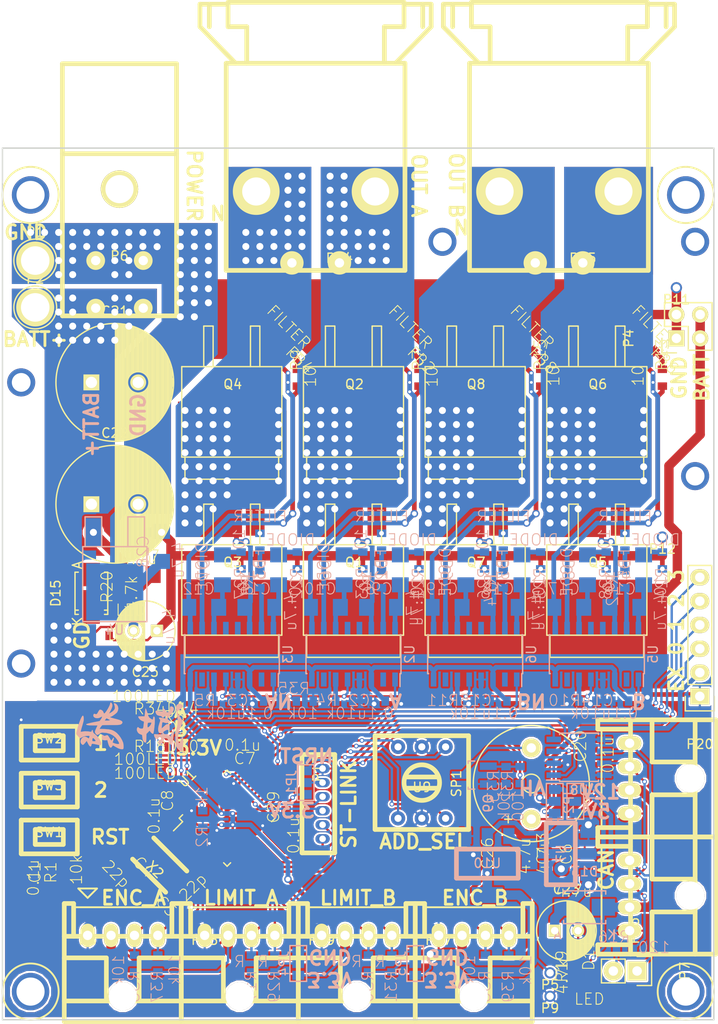
<source format=kicad_pcb>
(kicad_pcb (version 4) (host pcbnew 4.0.4-stable)
  (layers (0 F.Cu signal) (31 B.Cu signal) (34 B.Paste user) (35 F.Paste user) (36 B.SilkS user) (37 F.SilkS user) (38 B.Mask user) (39 F.Mask user) (44 Edge.Cuts user))
  (net 0 "")
  (net 1 GND)
  (net 2 /NRST)
  (net 3 /OSC_IN)
  (net 4 /OSC_OUT)
  (net 5 +3.3V)
  (net 6 "Net-(C9-Pad1)")
  (net 7 +12V)
  (net 8 GNDPWR)
  (net 9 "Net-(C11-Pad1)")
  (net 10 /OUT_AN)
  (net 11 "Net-(C16-Pad1)")
  (net 12 "Net-(C18-Pad1)")
  (net 13 /OUT_BN)
  (net 14 +BATT)
  (net 15 "Net-(D1-Pad2)")
  (net 16 /ENC_Ab)
  (net 17 /ENC_Aa)
  (net 18 /ENC_Bb)
  (net 19 /ENC_Ba)
  (net 20 /CANL)
  (net 21 "Net-(P7-Pad2)")
  (net 22 /CANH)
  (net 23 /LIMIT_A1)
  (net 24 /LIMIT_A2)
  (net 25 /LIMIT_B1)
  (net 26 /LIMIT_B2)
  (net 27 /USART_RX)
  (net 28 /USART_TX)
  (net 29 /SWDIO)
  (net 30 /SWCLK)
  (net 31 /OUT_A)
  (net 32 /OUT_B)
  (net 33 /BOOT0)
  (net 34 "Net-(R4-Pad1)")
  (net 35 "Net-(R5-Pad1)")
  (net 36 "Net-(R6-Pad2)")
  (net 37 "Net-(R7-Pad2)")
  (net 38 "Net-(R8-Pad2)")
  (net 39 "Net-(R9-Pad2)")
  (net 40 "Net-(R10-Pad1)")
  (net 41 "Net-(R11-Pad1)")
  (net 42 "Net-(R12-Pad2)")
  (net 43 "Net-(R13-Pad2)")
  (net 44 "Net-(R14-Pad2)")
  (net 45 "Net-(R15-Pad2)")
  (net 46 /MOTOR_EN)
  (net 47 /CAN_RX)
  (net 48 /PWM_A)
  (net 49 /PWM_AN)
  (net 50 /PWM_B)
  (net 51 /PWM_BN)
  (net 52 /CAN_TX)
  (net 53 /GD_12V)
  (net 54 "Net-(FB1-Pad1)")
  (net 55 "Net-(FB1-Pad2)")
  (net 56 "Net-(FB2-Pad1)")
  (net 57 "Net-(FB2-Pad2)")
  (net 58 "Net-(FB3-Pad1)")
  (net 59 "Net-(FB3-Pad2)")
  (net 60 "Net-(FB4-Pad1)")
  (net 61 "Net-(FB4-Pad2)")
  (net 62 "Net-(FB5-Pad1)")
  (net 63 "Net-(FB5-Pad2)")
  (net 64 "Net-(FB6-Pad1)")
  (net 65 "Net-(FB6-Pad2)")
  (net 66 "Net-(FB7-Pad1)")
  (net 67 "Net-(FB7-Pad2)")
  (net 68 "Net-(FB8-Pad1)")
  (net 69 "Net-(FB8-Pad2)")
  (net 70 "Net-(C10-Pad1)")
  (net 71 "Net-(C12-Pad1)")
  (net 72 "Net-(C17-Pad1)")
  (net 73 "Net-(C19-Pad1)")
  (net 74 "Net-(D10-Pad2)")
  (net 75 "Net-(D11-Pad2)")
  (net 76 "Net-(D12-Pad2)")
  (net 77 "Net-(D2-Pad1)")
  (net 78 "Net-(D3-Pad1)")
  (net 79 "Net-(D4-Pad1)")
  (net 80 "Net-(D5-Pad1)")
  (net 81 "Net-(D6-Pad1)")
  (net 82 "Net-(D7-Pad1)")
  (net 83 "Net-(D8-Pad1)")
  (net 84 "Net-(D9-Pad1)")
  (net 85 /SEL_1)
  (net 86 /SEL_2)
  (net 87 /SEL_4)
  (net 88 "Net-(JP1-Pad2)")
  (net 89 "Net-(C23-Pad1)")
  (net 90 "Net-(Q9-PadG)")
  (net 91 "Net-(Q9-PadD)")
  (net 92 /BUZZER)
  (net 93 "Net-(D14-Pad2)")
  (net 94 "Net-(C27-Pad1)")
  (net 95 +5V)
  (net 96 "Net-(JP2-Pad2)")
  (net 97 /EXIO_0)
  (net 98 /EXIO_1)
  (net 99 /EXIO_2)
  (net 100 /EXIO_3)
  (net 101 "Net-(JP2-Pad3)")
  (net 102 /LED_B)
  (net 103 /LED_A)
  (net 104 /SW1)
  (net 105 /SW2)
  (net 106 "Net-(JP4-Pad2)")
  (net 107 "Net-(JP5-Pad2)")
  (net 108 /SEL_8)
  (module Crystals:ABM3_2pads (layer F.Cu) (at 16.8 76.5 315)
    (fp_text reference X2 (at 0 0.7 315) (layer F.SilkS))
    (fp_text value CRYSTAL)
    (pad 1 smd rect (at -2.3 0 315) (size 2.2 2.6) (layers F.Cu F.Paste F.Mask) (net 3 /OSC_IN))
    (pad 2 smd rect (at 2.3 0 315) (size 2 2.6) (layers F.Cu F.Paste F.Mask) (net 4 /OSC_OUT))
  )
  (module RP_KiCAD_Connector:XA_4LC (layer F.Cu) (at 67 71 90)
    (fp_text reference P8 (at 0 0.5 90) (layer F.SilkS))
    (fp_text value CONN_01X04)
    (pad 1 thru_hole oval (at 0 0 90) (size 1.5 2.5) (drill 1) (layers *.Cu *.Mask F.SilkS) (net 1 GND))
    (pad 2 thru_hole oval (at 2.5 0 90) (size 1.5 2.5) (drill 1) (layers *.Cu *.Mask F.SilkS) (net 7 +12V))
    (pad 3 thru_hole oval (at 5 0 90) (size 1.5 2.5) (drill 1) (layers *.Cu *.Mask F.SilkS) (net 22 /CANH))
    (pad 4 thru_hole oval (at 7.5 0 90) (size 1.5 2.5) (drill 1) (layers *.Cu *.Mask F.SilkS) (net 20 /CANL))
    (pad "" thru_hole circle (at 3.75 6.5 90) (size 3 3) (drill 3) (layers *.Cu *.Mask F.SilkS) (clearance -0.3))
  )
  (module Capacitors_ThroughHole:C_Radial_D12.5_L25_P5 (layer F.Cu) (at 9.5 25)
    (fp_text reference C21 (at 2.5 -7.6) (layer F.SilkS))
    (fp_text value 470u)
    (pad 2 thru_hole circle (at 5 0) (size 1.7 1.7) (drill 1.2) (layers *.Cu *.Mask F.SilkS) (net 8 GNDPWR))
    (pad 1 thru_hole rect (at 0 0) (size 1.7 1.7) (drill 1.2) (layers *.Cu *.Mask F.SilkS) (net 14 +BATT))
  )
  (module RP_KiCAD_Connector:XA_4LC (layer F.Cu) (at 21.6 84)
    (fp_text reference P18 (at 0 0.5) (layer F.SilkS))
    (fp_text value CONN_01X04)
    (pad 1 thru_hole oval (at 0 0) (size 1.5 2.5) (drill 1) (layers *.Cu *.Mask F.SilkS) (net 1 GND))
    (pad 2 thru_hole oval (at 2.5 0) (size 1.5 2.5) (drill 1) (layers *.Cu *.Mask F.SilkS) (net 5 +3.3V))
    (pad 3 thru_hole oval (at 5 0) (size 1.5 2.5) (drill 1) (layers *.Cu *.Mask F.SilkS) (net 23 /LIMIT_A1))
    (pad 4 thru_hole oval (at 7.5 0) (size 1.5 2.5) (drill 1) (layers *.Cu *.Mask F.SilkS) (net 24 /LIMIT_A2))
    (pad "" thru_hole circle (at 3.75 6.5) (size 3 3) (drill 3) (layers *.Cu *.Mask F.SilkS) (clearance -0.3))
  )
  (module TO_SOT_Packages_SMD:TO-252-2Lead_regu (layer B.Cu) (at 12 41)
    (fp_text reference U4 (at 0 10.414) (layer B.SilkS) (effects (justify mirror)))
    (fp_text value LM7812)
    (pad VI smd rect (at -2.286 0) (size 1.651 3.048) (layers B.Cu B.Paste B.Mask) (net 94 "Net-(C27-Pad1)"))
    (pad GND smd rect (at 0 6.35) (size 6.096 6.096) (layers B.Cu B.Paste B.Mask) (net 8 GNDPWR))
    (pad VO smd rect (at 2.286 0) (size 1.651 3.048) (layers B.Cu B.Paste B.Mask) (net 53 /GD_12V))
  )
  (module RP_KiCAD_Connector:XA_4LC (layer F.Cu) (at 34.1 84)
    (fp_text reference P19 (at 0 0.5) (layer F.SilkS))
    (fp_text value CONN_01X04)
    (pad 1 thru_hole oval (at 0 0) (size 1.5 2.5) (drill 1) (layers *.Cu *.Mask F.SilkS) (net 1 GND))
    (pad 2 thru_hole oval (at 2.5 0) (size 1.5 2.5) (drill 1) (layers *.Cu *.Mask F.SilkS) (net 5 +3.3V))
    (pad 3 thru_hole oval (at 5 0) (size 1.5 2.5) (drill 1) (layers *.Cu *.Mask F.SilkS) (net 25 /LIMIT_B1))
    (pad 4 thru_hole oval (at 7.5 0) (size 1.5 2.5) (drill 1) (layers *.Cu *.Mask F.SilkS) (net 26 /LIMIT_B2))
    (pad "" thru_hole circle (at 3.75 6.5) (size 3 3) (drill 3) (layers *.Cu *.Mask F.SilkS) (clearance -0.3))
  )
  (module TO_SOT_Packages_SMD:D2-PAK (layer F.Cu) (at 24.5 45 180)
    (fp_text reference Q3 (at -0.09906 0.8001 180) (layer F.SilkS))
    (fp_text value MOSFET_N)
    (pad G smd rect (at -2.49936 5.5499 180) (size 1.99898 3.79984) (layers F.Cu F.Paste F.Mask) (net 59 "Net-(FB3-Pad2)"))
    (pad S smd rect (at 2.49936 5.5499 180) (size 1.99898 3.79984) (layers F.Cu F.Paste F.Mask) (net 10 /OUT_AN))
    (pad D smd rect (at 0 -5.5499 180) (size 11.50112 8.99922) (layers F.Cu F.Paste F.Mask) (net 14 +BATT))
  )
  (module Housings_QFP:LQFP-48_7x7mm_Pitch0.5mm (layer F.Cu) (at 24 71.5 45)
    (fp_text reference U1 (at 0 -6 45) (layer F.SilkS))
    (fp_text value STM32F103_48)
    (pad 1 smd rect (at -4.35 -2.75 45) (size 1.3 0.25) (layers F.Cu F.Paste F.Mask) (net 5 +3.3V))
    (pad 2 smd rect (at -4.35 -2.25 45) (size 1.3 0.25) (layers F.Cu F.Paste F.Mask))
    (pad 3 smd rect (at -4.35 -1.75 45) (size 1.3 0.25) (layers F.Cu F.Paste F.Mask))
    (pad 4 smd rect (at -4.35 -1.25 45) (size 1.3 0.25) (layers F.Cu F.Paste F.Mask))
    (pad 5 smd rect (at -4.35 -0.75 45) (size 1.3 0.25) (layers F.Cu F.Paste F.Mask) (net 3 /OSC_IN))
    (pad 6 smd rect (at -4.35 -0.25 45) (size 1.3 0.25) (layers F.Cu F.Paste F.Mask) (net 4 /OSC_OUT))
    (pad 7 smd rect (at -4.35 0.25 45) (size 1.3 0.25) (layers F.Cu F.Paste F.Mask) (net 2 /NRST))
    (pad 8 smd rect (at -4.35 0.75 45) (size 1.3 0.25) (layers F.Cu F.Paste F.Mask) (net 1 GND))
    (pad 9 smd rect (at -4.35 1.25 45) (size 1.3 0.25) (layers F.Cu F.Paste F.Mask) (net 5 +3.3V))
    (pad 10 smd rect (at -4.35 1.75 45) (size 1.3 0.25) (layers F.Cu F.Paste F.Mask) (net 17 /ENC_Aa))
    (pad 11 smd rect (at -4.35 2.25 45) (size 1.3 0.25) (layers F.Cu F.Paste F.Mask) (net 16 /ENC_Ab))
    (pad 12 smd rect (at -4.35 2.75 45) (size 1.3 0.25) (layers F.Cu F.Paste F.Mask) (net 23 /LIMIT_A1))
    (pad 13 smd rect (at -2.75 4.35 135) (size 1.3 0.25) (layers F.Cu F.Paste F.Mask) (net 24 /LIMIT_A2))
    (pad 14 smd rect (at -2.25 4.35 135) (size 1.3 0.25) (layers F.Cu F.Paste F.Mask) (net 25 /LIMIT_B1))
    (pad 15 smd rect (at -1.75 4.35 135) (size 1.3 0.25) (layers F.Cu F.Paste F.Mask) (net 26 /LIMIT_B2))
    (pad 16 smd rect (at -1.25 4.35 135) (size 1.3 0.25) (layers F.Cu F.Paste F.Mask) (net 19 /ENC_Ba))
    (pad 17 smd rect (at -0.75 4.35 135) (size 1.3 0.25) (layers F.Cu F.Paste F.Mask) (net 18 /ENC_Bb))
    (pad 18 smd rect (at -0.25 4.35 135) (size 1.3 0.25) (layers F.Cu F.Paste F.Mask) (net 97 /EXIO_0))
    (pad 19 smd rect (at 0.25 4.35 135) (size 1.3 0.25) (layers F.Cu F.Paste F.Mask) (net 98 /EXIO_1))
    (pad 20 smd rect (at 0.75 4.35 135) (size 1.3 0.25) (layers F.Cu F.Paste F.Mask) (net 92 /BUZZER))
    (pad 21 smd rect (at 1.25 4.35 135) (size 1.3 0.25) (layers F.Cu F.Paste F.Mask) (net 28 /USART_TX))
    (pad 22 smd rect (at 1.75 4.35 135) (size 1.3 0.25) (layers F.Cu F.Paste F.Mask) (net 27 /USART_RX))
    (pad 23 smd rect (at 2.25 4.35 135) (size 1.3 0.25) (layers F.Cu F.Paste F.Mask) (net 1 GND))
    (pad 24 smd rect (at 2.75 4.35 135) (size 1.3 0.25) (layers F.Cu F.Paste F.Mask) (net 5 +3.3V))
    (pad 25 smd rect (at 4.35 2.75 45) (size 1.3 0.25) (layers F.Cu F.Paste F.Mask) (net 85 /SEL_1))
    (pad 26 smd rect (at 4.35 2.25 45) (size 1.3 0.25) (layers F.Cu F.Paste F.Mask) (net 86 /SEL_2))
    (pad 27 smd rect (at 4.35 1.75 45) (size 1.3 0.25) (layers F.Cu F.Paste F.Mask) (net 87 /SEL_4))
    (pad 28 smd rect (at 4.35 1.25 45) (size 1.3 0.25) (layers F.Cu F.Paste F.Mask) (net 108 /SEL_8))
    (pad 29 smd rect (at 4.35 0.75 45) (size 1.3 0.25) (layers F.Cu F.Paste F.Mask) (net 46 /MOTOR_EN))
    (pad 30 smd rect (at 4.35 0.25 45) (size 1.3 0.25) (layers F.Cu F.Paste F.Mask) (net 99 /EXIO_2))
    (pad 31 smd rect (at 4.35 -0.25 45) (size 1.3 0.25) (layers F.Cu F.Paste F.Mask) (net 100 /EXIO_3))
    (pad 32 smd rect (at 4.35 -0.75 45) (size 1.3 0.25) (layers F.Cu F.Paste F.Mask) (net 47 /CAN_RX))
    (pad 33 smd rect (at 4.35 -1.25 45) (size 1.3 0.25) (layers F.Cu F.Paste F.Mask) (net 52 /CAN_TX))
    (pad 34 smd rect (at 4.35 -1.75 45) (size 1.3 0.25) (layers F.Cu F.Paste F.Mask) (net 29 /SWDIO))
    (pad 35 smd rect (at 4.35 -2.25 45) (size 1.3 0.25) (layers F.Cu F.Paste F.Mask) (net 1 GND))
    (pad 36 smd rect (at 4.35 -2.75 45) (size 1.3 0.25) (layers F.Cu F.Paste F.Mask) (net 5 +3.3V))
    (pad 37 smd rect (at 2.75 -4.35 135) (size 1.3 0.25) (layers F.Cu F.Paste F.Mask) (net 30 /SWCLK))
    (pad 38 smd rect (at 2.25 -4.35 135) (size 1.3 0.25) (layers F.Cu F.Paste F.Mask) (net 103 /LED_A))
    (pad 39 smd rect (at 1.75 -4.35 135) (size 1.3 0.25) (layers F.Cu F.Paste F.Mask) (net 102 /LED_B))
    (pad 40 smd rect (at 1.25 -4.35 135) (size 1.3 0.25) (layers F.Cu F.Paste F.Mask) (net 104 /SW1))
    (pad 41 smd rect (at 0.75 -4.35 135) (size 1.3 0.25) (layers F.Cu F.Paste F.Mask) (net 105 /SW2))
    (pad 42 smd rect (at 0.25 -4.35 135) (size 1.3 0.25) (layers F.Cu F.Paste F.Mask) (net 50 /PWM_B))
    (pad 43 smd rect (at -0.25 -4.35 135) (size 1.3 0.25) (layers F.Cu F.Paste F.Mask) (net 51 /PWM_BN))
    (pad 44 smd rect (at -0.75 -4.35 135) (size 1.3 0.25) (layers F.Cu F.Paste F.Mask) (net 33 /BOOT0))
    (pad 45 smd rect (at -1.25 -4.35 135) (size 1.3 0.25) (layers F.Cu F.Paste F.Mask) (net 48 /PWM_A))
    (pad 46 smd rect (at -1.75 -4.35 135) (size 1.3 0.25) (layers F.Cu F.Paste F.Mask) (net 49 /PWM_AN))
    (pad 47 smd rect (at -2.25 -4.35 135) (size 1.3 0.25) (layers F.Cu F.Paste F.Mask) (net 1 GND))
    (pad 48 smd rect (at -2.75 -4.35 135) (size 1.3 0.25) (layers F.Cu F.Paste F.Mask) (net 5 +3.3V))
  )
  (module Capacitors_ThroughHole:C_Radial_D6.3_L11.2_P2.5 (layer F.Cu) (at 59 83.5)
    (fp_text reference C23 (at 1.25 -4.4) (layer F.SilkS))
    (fp_text value 100u)
    (pad 2 thru_hole circle (at 2.5 0) (size 1.3 1.3) (drill 0.8) (layers *.Cu *.Mask F.SilkS) (net 1 GND))
    (pad 1 thru_hole rect (at 0 0) (size 1.3 1.3) (drill 0.8) (layers *.Cu *.Mask F.SilkS) (net 89 "Net-(C23-Pad1)"))
  )
  (module RP_KiCAD_Connector:XA_4LC (layer F.Cu) (at 67 83.5 90)
    (fp_text reference P16 (at 0 0.5 90) (layer F.SilkS))
    (fp_text value CONN_01X04)
    (pad 1 thru_hole oval (at 0 0 90) (size 1.5 2.5) (drill 1) (layers *.Cu *.Mask F.SilkS) (net 1 GND))
    (pad 2 thru_hole oval (at 2.5 0 90) (size 1.5 2.5) (drill 1) (layers *.Cu *.Mask F.SilkS) (net 7 +12V))
    (pad 3 thru_hole oval (at 5 0 90) (size 1.5 2.5) (drill 1) (layers *.Cu *.Mask F.SilkS) (net 22 /CANH))
    (pad 4 thru_hole oval (at 7.5 0 90) (size 1.5 2.5) (drill 1) (layers *.Cu *.Mask F.SilkS) (net 20 /CANL))
    (pad "" thru_hole circle (at 3.75 6.5 90) (size 3 3) (drill 3) (layers *.Cu *.Mask F.SilkS) (clearance -0.3))
  )
  (module TO_SOT_Packages_SMD:D2-PAK (layer F.Cu) (at 50.5 45 180)
    (fp_text reference Q7 (at -0.09906 0.8001 180) (layer F.SilkS))
    (fp_text value MOSFET_N)
    (pad G smd rect (at -2.49936 5.5499 180) (size 1.99898 3.79984) (layers F.Cu F.Paste F.Mask) (net 67 "Net-(FB7-Pad2)"))
    (pad S smd rect (at 2.49936 5.5499 180) (size 1.99898 3.79984) (layers F.Cu F.Paste F.Mask) (net 13 /OUT_BN))
    (pad D smd rect (at 0 -5.5499 180) (size 11.50112 8.99922) (layers F.Cu F.Paste F.Mask) (net 14 +BATT))
  )
  (module RP_KiCAD_Libs:C3216 (layer B.Cu) (at 40.5 49 180)
    (fp_text reference C9 (at -1.27 1.27 180) (layer B.SilkS) (effects (font (size 1.2065 1.2065) (thickness 0.1016)) (justify left bottom mirror)))
    (fp_text value 4.7u (at -4.5 2 270) (layer B.SilkS) (effects (font (size 1.2065 1.2065) (thickness 0.1016)) (justify left bottom mirror)))
    (pad 1 smd rect (at -1.6 0 180) (size 1.6 1.8) (layers B.Cu B.Paste B.Mask) (net 6 "Net-(C9-Pad1)"))
    (pad 2 smd rect (at 1.6 0 180) (size 1.6 1.8) (layers B.Cu B.Paste B.Mask) (net 31 /OUT_A))
  )
  (module RP_KiCAD_Libs:C3216 (layer B.Cu) (at 34.5 49 180)
    (fp_text reference C10 (at -1.27 1.27 180) (layer B.SilkS) (effects (font (size 1.2065 1.2065) (thickness 0.1016)) (justify left bottom mirror)))
    (fp_text value 4.7u (at 3 1.5 270) (layer B.SilkS) (effects (font (size 1.2065 1.2065) (thickness 0.1016)) (justify left bottom mirror)))
    (pad 1 smd rect (at -1.6 0 180) (size 1.6 1.8) (layers B.Cu B.Paste B.Mask) (net 70 "Net-(C10-Pad1)"))
    (pad 2 smd rect (at 1.6 0 180) (size 1.6 1.8) (layers B.Cu B.Paste B.Mask) (net 8 GNDPWR))
  )
  (module RP_KiCAD_Libs:C3216 (layer B.Cu) (at 27.5 49 180)
    (fp_text reference C11 (at -1.27 1.27 180) (layer B.SilkS) (effects (font (size 1.2065 1.2065) (thickness 0.1016)) (justify left bottom mirror)))
    (fp_text value 4.7u (at -4 1.5 270) (layer B.SilkS) (effects (font (size 1.2065 1.2065) (thickness 0.1016)) (justify left bottom mirror)))
    (pad 1 smd rect (at -1.6 0 180) (size 1.6 1.8) (layers B.Cu B.Paste B.Mask) (net 9 "Net-(C11-Pad1)"))
    (pad 2 smd rect (at 1.6 0 180) (size 1.6 1.8) (layers B.Cu B.Paste B.Mask) (net 10 /OUT_AN))
  )
  (module RP_KiCAD_Libs:C3216 (layer B.Cu) (at 21.5 49 180)
    (fp_text reference C12 (at -1.27 1.27 180) (layer B.SilkS) (effects (font (size 1.2065 1.2065) (thickness 0.1016)) (justify left bottom mirror)))
    (fp_text value 4.7u (at 3 0 270) (layer B.SilkS) (effects (font (size 1.2065 1.2065) (thickness 0.1016)) (justify left bottom mirror)))
    (pad 1 smd rect (at -1.6 0 180) (size 1.6 1.8) (layers B.Cu B.Paste B.Mask) (net 71 "Net-(C12-Pad1)"))
    (pad 2 smd rect (at 1.6 0 180) (size 1.6 1.8) (layers B.Cu B.Paste B.Mask) (net 8 GNDPWR))
  )
  (module RP_KiCAD_Libs:C3216 (layer B.Cu) (at 66.5 49 180)
    (fp_text reference C16 (at -1.27 1.27 180) (layer B.SilkS) (effects (font (size 1.2065 1.2065) (thickness 0.1016)) (justify left bottom mirror)))
    (fp_text value 4.7u (at -4.5 1.5 270) (layer B.SilkS) (effects (font (size 1.2065 1.2065) (thickness 0.1016)) (justify left bottom mirror)))
    (pad 1 smd rect (at -1.6 0 180) (size 1.6 1.8) (layers B.Cu B.Paste B.Mask) (net 11 "Net-(C16-Pad1)"))
    (pad 2 smd rect (at 1.6 0 180) (size 1.6 1.8) (layers B.Cu B.Paste B.Mask) (net 32 /OUT_B))
  )
  (module RP_KiCAD_Libs:C3216 (layer B.Cu) (at 60.5 49 180)
    (fp_text reference C17 (at -1.27 1.27 180) (layer B.SilkS) (effects (font (size 1.2065 1.2065) (thickness 0.1016)) (justify left bottom mirror)))
    (fp_text value 4.7u (at 3 1.5 270) (layer B.SilkS) (effects (font (size 1.2065 1.2065) (thickness 0.1016)) (justify left bottom mirror)))
    (pad 1 smd rect (at -1.6 0 180) (size 1.6 1.8) (layers B.Cu B.Paste B.Mask) (net 72 "Net-(C17-Pad1)"))
    (pad 2 smd rect (at 1.6 0 180) (size 1.6 1.8) (layers B.Cu B.Paste B.Mask) (net 8 GNDPWR))
  )
  (module RP_KiCAD_Libs:C3216 (layer B.Cu) (at 53.5 49 180)
    (fp_text reference C18 (at -1.27 1.27 180) (layer B.SilkS) (effects (font (size 1.2065 1.2065) (thickness 0.1016)) (justify left bottom mirror)))
    (fp_text value 4.7u (at -4.5 1.5 270) (layer B.SilkS) (effects (font (size 1.2065 1.2065) (thickness 0.1016)) (justify left bottom mirror)))
    (pad 1 smd rect (at -1.6 0 180) (size 1.6 1.8) (layers B.Cu B.Paste B.Mask) (net 12 "Net-(C18-Pad1)"))
    (pad 2 smd rect (at 1.6 0 180) (size 1.6 1.8) (layers B.Cu B.Paste B.Mask) (net 13 /OUT_BN))
  )
  (module RP_KiCAD_Libs:C3216 (layer B.Cu) (at 47.5 49 180)
    (fp_text reference C19 (at -1.27 1.27 180) (layer B.SilkS) (effects (font (size 1.2065 1.2065) (thickness 0.1016)) (justify left bottom mirror)))
    (fp_text value 4.7u (at 3 2 270) (layer B.SilkS) (effects (font (size 1.2065 1.2065) (thickness 0.1016)) (justify left bottom mirror)))
    (pad 1 smd rect (at -1.6 0 180) (size 1.6 1.8) (layers B.Cu B.Paste B.Mask) (net 73 "Net-(C19-Pad1)"))
    (pad 2 smd rect (at 1.6 0 180) (size 1.6 1.8) (layers B.Cu B.Paste B.Mask) (net 8 GNDPWR))
  )
  (module RP_KiCAD_Libs:C3216 (layer B.Cu) (at 42.5 45 270)
    (fp_text reference D2 (at -1.27 1.27 270) (layer B.SilkS) (effects (font (size 1.2065 1.2065) (thickness 0.1016)) (justify left bottom mirror)))
    (fp_text value DIODE (at -2.5 -4 360) (layer B.SilkS) (effects (font (size 1.2065 1.2065) (thickness 0.1016)) (justify left bottom mirror)))
    (pad 1 smd rect (at -1.6 0 270) (size 1.6 1.8) (layers B.Cu B.Paste B.Mask) (net 77 "Net-(D2-Pad1)"))
    (pad 2 smd rect (at 1.6 0 270) (size 1.6 1.8) (layers B.Cu B.Paste B.Mask) (net 6 "Net-(C9-Pad1)"))
  )
  (module RP_KiCAD_Libs:C3216 (layer B.Cu) (at 29.5 45 270)
    (fp_text reference D3 (at -1.27 1.27 270) (layer B.SilkS) (effects (font (size 1.2065 1.2065) (thickness 0.1016)) (justify left bottom mirror)))
    (fp_text value DIODE (at -2.5 -4 540) (layer B.SilkS) (effects (font (size 1.2065 1.2065) (thickness 0.1016)) (justify left bottom mirror)))
    (pad 1 smd rect (at -1.6 0 270) (size 1.6 1.8) (layers B.Cu B.Paste B.Mask) (net 78 "Net-(D3-Pad1)"))
    (pad 2 smd rect (at 1.6 0 270) (size 1.6 1.8) (layers B.Cu B.Paste B.Mask) (net 9 "Net-(C11-Pad1)"))
  )
  (module RP_KiCAD_Libs:C3216 (layer B.Cu) (at 68.5 45 270)
    (fp_text reference D4 (at -1.27 1.27 270) (layer B.SilkS) (effects (font (size 1.2065 1.2065) (thickness 0.1016)) (justify left bottom mirror)))
    (fp_text value DIODE (at -2.5 -4 360) (layer B.SilkS) (effects (font (size 1.2065 1.2065) (thickness 0.1016)) (justify left bottom mirror)))
    (pad 1 smd rect (at -1.6 0 270) (size 1.6 1.8) (layers B.Cu B.Paste B.Mask) (net 79 "Net-(D4-Pad1)"))
    (pad 2 smd rect (at 1.6 0 270) (size 1.6 1.8) (layers B.Cu B.Paste B.Mask) (net 11 "Net-(C16-Pad1)"))
  )
  (module RP_KiCAD_Libs:C3216 (layer B.Cu) (at 55.5 45 270)
    (fp_text reference D5 (at -1.27 1.27 270) (layer B.SilkS) (effects (font (size 1.2065 1.2065) (thickness 0.1016)) (justify left bottom mirror)))
    (fp_text value DIODE (at -2.5 -4 540) (layer B.SilkS) (effects (font (size 1.2065 1.2065) (thickness 0.1016)) (justify left bottom mirror)))
    (pad 1 smd rect (at -1.6 0 270) (size 1.6 1.8) (layers B.Cu B.Paste B.Mask) (net 80 "Net-(D5-Pad1)"))
    (pad 2 smd rect (at 1.6 0 270) (size 1.6 1.8) (layers B.Cu B.Paste B.Mask) (net 12 "Net-(C18-Pad1)"))
  )
  (module Pin_Headers:Pin_Header_Straight_1x02 (layer F.Cu) (at 67.8 87.8 270)
    (fp_text reference P7 (at 0 -5.1 270) (layer F.SilkS))
    (fp_text value CONN_01X02)
    (pad 1 thru_hole rect (at 0 0 270) (size 2.032 2.032) (drill 1.016) (layers *.Cu *.Mask F.SilkS) (net 20 /CANL))
    (pad 2 thru_hole oval (at 0 2.54 270) (size 2.032 2.032) (drill 1.016) (layers *.Cu *.Mask F.SilkS) (net 21 "Net-(P7-Pad2)"))
  )
  (module TO_SOT_Packages_SMD:D2-PAK (layer F.Cu) (at 37.5 45 180)
    (fp_text reference Q1 (at -0.09906 0.8001 180) (layer F.SilkS))
    (fp_text value MOSFET_N)
    (pad G smd rect (at -2.49936 5.5499 180) (size 1.99898 3.79984) (layers F.Cu F.Paste F.Mask) (net 55 "Net-(FB1-Pad2)"))
    (pad S smd rect (at 2.49936 5.5499 180) (size 1.99898 3.79984) (layers F.Cu F.Paste F.Mask) (net 31 /OUT_A))
    (pad D smd rect (at 0 -5.5499 180) (size 11.50112 8.99922) (layers F.Cu F.Paste F.Mask) (net 14 +BATT))
  )
  (module TO_SOT_Packages_SMD:D2-PAK (layer F.Cu) (at 37.5 26 180)
    (fp_text reference Q2 (at -0.09906 0.8001 180) (layer F.SilkS))
    (fp_text value MOSFET_N)
    (pad G smd rect (at -2.49936 5.5499 180) (size 1.99898 3.79984) (layers F.Cu F.Paste F.Mask) (net 57 "Net-(FB2-Pad2)"))
    (pad S smd rect (at 2.49936 5.5499 180) (size 1.99898 3.79984) (layers F.Cu F.Paste F.Mask) (net 8 GNDPWR))
    (pad D smd rect (at 0 -5.5499 180) (size 11.50112 8.99922) (layers F.Cu F.Paste F.Mask) (net 31 /OUT_A))
  )
  (module TO_SOT_Packages_SMD:D2-PAK (layer F.Cu) (at 24.5 26 180)
    (fp_text reference Q4 (at -0.09906 0.8001 180) (layer F.SilkS))
    (fp_text value MOSFET_N)
    (pad G smd rect (at -2.49936 5.5499 180) (size 1.99898 3.79984) (layers F.Cu F.Paste F.Mask) (net 61 "Net-(FB4-Pad2)"))
    (pad S smd rect (at 2.49936 5.5499 180) (size 1.99898 3.79984) (layers F.Cu F.Paste F.Mask) (net 8 GNDPWR))
    (pad D smd rect (at 0 -5.5499 180) (size 11.50112 8.99922) (layers F.Cu F.Paste F.Mask) (net 10 /OUT_AN))
  )
  (module TO_SOT_Packages_SMD:D2-PAK (layer F.Cu) (at 63.5 45 180)
    (fp_text reference Q5 (at -0.09906 0.8001 180) (layer F.SilkS))
    (fp_text value MOSFET_N)
    (pad G smd rect (at -2.49936 5.5499 180) (size 1.99898 3.79984) (layers F.Cu F.Paste F.Mask) (net 63 "Net-(FB5-Pad2)"))
    (pad S smd rect (at 2.49936 5.5499 180) (size 1.99898 3.79984) (layers F.Cu F.Paste F.Mask) (net 32 /OUT_B))
    (pad D smd rect (at 0 -5.5499 180) (size 11.50112 8.99922) (layers F.Cu F.Paste F.Mask) (net 14 +BATT))
  )
  (module TO_SOT_Packages_SMD:D2-PAK (layer F.Cu) (at 63.5 26 180)
    (fp_text reference Q6 (at -0.09906 0.8001 180) (layer F.SilkS))
    (fp_text value MOSFET_N)
    (pad G smd rect (at -2.49936 5.5499 180) (size 1.99898 3.79984) (layers F.Cu F.Paste F.Mask) (net 65 "Net-(FB6-Pad2)"))
    (pad S smd rect (at 2.49936 5.5499 180) (size 1.99898 3.79984) (layers F.Cu F.Paste F.Mask) (net 8 GNDPWR))
    (pad D smd rect (at 0 -5.5499 180) (size 11.50112 8.99922) (layers F.Cu F.Paste F.Mask) (net 32 /OUT_B))
  )
  (module TO_SOT_Packages_SMD:D2-PAK (layer F.Cu) (at 50.5 26 180)
    (fp_text reference Q8 (at -0.09906 0.8001 180) (layer F.SilkS))
    (fp_text value MOSFET_N)
    (pad G smd rect (at -2.49936 5.5499 180) (size 1.99898 3.79984) (layers F.Cu F.Paste F.Mask) (net 69 "Net-(FB8-Pad2)"))
    (pad S smd rect (at 2.49936 5.5499 180) (size 1.99898 3.79984) (layers F.Cu F.Paste F.Mask) (net 8 GNDPWR))
    (pad D smd rect (at 0 -5.5499 180) (size 11.50112 8.99922) (layers F.Cu F.Paste F.Mask) (net 13 /OUT_BN))
  )
  (module Housings_SOIC:SOIC-16_3.9x9.9mm_Pitch1.27mm (layer B.Cu) (at 37.5 54 90)
    (fp_text reference U2 (at 0 6 90) (layer B.SilkS) (effects (justify mirror)))
    (fp_text value SI8234)
    (pad 1 smd rect (at -2.7 4.445 90) (size 1.5 0.6) (layers B.Cu B.Paste B.Mask) (net 48 /PWM_A))
    (pad 2 smd rect (at -2.7 3.175 90) (size 1.5 0.6) (layers B.Cu B.Paste B.Mask))
    (pad 3 smd rect (at -2.7 1.905 90) (size 1.5 0.6) (layers B.Cu B.Paste B.Mask) (net 5 +3.3V))
    (pad 4 smd rect (at -2.7 0.635 90) (size 1.5 0.6) (layers B.Cu B.Paste B.Mask) (net 1 GND))
    (pad 5 smd rect (at -2.7 -0.635 90) (size 1.5 0.6) (layers B.Cu B.Paste B.Mask) (net 46 /MOTOR_EN))
    (pad 6 smd rect (at -2.7 -1.905 90) (size 1.5 0.6) (layers B.Cu B.Paste B.Mask) (net 34 "Net-(R4-Pad1)"))
    (pad 7 smd rect (at -2.7 -3.175 90) (size 1.5 0.6) (layers B.Cu B.Paste B.Mask))
    (pad 8 smd rect (at -2.7 -4.445 90) (size 1.5 0.6) (layers B.Cu B.Paste B.Mask) (net 5 +3.3V))
    (pad 9 smd rect (at 2.7 -4.445 90) (size 1.5 0.6) (layers B.Cu B.Paste B.Mask) (net 8 GNDPWR))
    (pad 10 smd rect (at 2.7 -3.175 90) (size 1.5 0.6) (layers B.Cu B.Paste B.Mask) (net 37 "Net-(R7-Pad2)"))
    (pad 11 smd rect (at 2.7 -1.905 90) (size 1.5 0.6) (layers B.Cu B.Paste B.Mask) (net 70 "Net-(C10-Pad1)"))
    (pad 12 smd rect (at 2.7 -0.635 90) (size 1.5 0.6) (layers B.Cu B.Paste B.Mask))
    (pad 13 smd rect (at 2.7 0.635 90) (size 1.5 0.6) (layers B.Cu B.Paste B.Mask))
    (pad 14 smd rect (at 2.7 1.905 90) (size 1.5 0.6) (layers B.Cu B.Paste B.Mask) (net 31 /OUT_A))
    (pad 15 smd rect (at 2.7 3.175 90) (size 1.5 0.6) (layers B.Cu B.Paste B.Mask) (net 36 "Net-(R6-Pad2)"))
    (pad 16 smd rect (at 2.7 4.445 90) (size 1.5 0.6) (layers B.Cu B.Paste B.Mask) (net 6 "Net-(C9-Pad1)"))
  )
  (module Housings_SOIC:SOIC-16_3.9x9.9mm_Pitch1.27mm (layer B.Cu) (at 24.5 54 90)
    (fp_text reference U3 (at 0 6 90) (layer B.SilkS) (effects (justify mirror)))
    (fp_text value SI8234)
    (pad 1 smd rect (at -2.7 4.445 90) (size 1.5 0.6) (layers B.Cu B.Paste B.Mask) (net 49 /PWM_AN))
    (pad 2 smd rect (at -2.7 3.175 90) (size 1.5 0.6) (layers B.Cu B.Paste B.Mask))
    (pad 3 smd rect (at -2.7 1.905 90) (size 1.5 0.6) (layers B.Cu B.Paste B.Mask) (net 5 +3.3V))
    (pad 4 smd rect (at -2.7 0.635 90) (size 1.5 0.6) (layers B.Cu B.Paste B.Mask) (net 1 GND))
    (pad 5 smd rect (at -2.7 -0.635 90) (size 1.5 0.6) (layers B.Cu B.Paste B.Mask) (net 46 /MOTOR_EN))
    (pad 6 smd rect (at -2.7 -1.905 90) (size 1.5 0.6) (layers B.Cu B.Paste B.Mask) (net 35 "Net-(R5-Pad1)"))
    (pad 7 smd rect (at -2.7 -3.175 90) (size 1.5 0.6) (layers B.Cu B.Paste B.Mask))
    (pad 8 smd rect (at -2.7 -4.445 90) (size 1.5 0.6) (layers B.Cu B.Paste B.Mask) (net 5 +3.3V))
    (pad 9 smd rect (at 2.7 -4.445 90) (size 1.5 0.6) (layers B.Cu B.Paste B.Mask) (net 8 GNDPWR))
    (pad 10 smd rect (at 2.7 -3.175 90) (size 1.5 0.6) (layers B.Cu B.Paste B.Mask) (net 39 "Net-(R9-Pad2)"))
    (pad 11 smd rect (at 2.7 -1.905 90) (size 1.5 0.6) (layers B.Cu B.Paste B.Mask) (net 71 "Net-(C12-Pad1)"))
    (pad 12 smd rect (at 2.7 -0.635 90) (size 1.5 0.6) (layers B.Cu B.Paste B.Mask))
    (pad 13 smd rect (at 2.7 0.635 90) (size 1.5 0.6) (layers B.Cu B.Paste B.Mask))
    (pad 14 smd rect (at 2.7 1.905 90) (size 1.5 0.6) (layers B.Cu B.Paste B.Mask) (net 10 /OUT_AN))
    (pad 15 smd rect (at 2.7 3.175 90) (size 1.5 0.6) (layers B.Cu B.Paste B.Mask) (net 38 "Net-(R8-Pad2)"))
    (pad 16 smd rect (at 2.7 4.445 90) (size 1.5 0.6) (layers B.Cu B.Paste B.Mask) (net 9 "Net-(C11-Pad1)"))
  )
  (module Housings_SOIC:SOIC-16_3.9x9.9mm_Pitch1.27mm (layer B.Cu) (at 63.5 54 90)
    (fp_text reference U5 (at 0 6 90) (layer B.SilkS) (effects (justify mirror)))
    (fp_text value SI8234)
    (pad 1 smd rect (at -2.7 4.445 90) (size 1.5 0.6) (layers B.Cu B.Paste B.Mask) (net 50 /PWM_B))
    (pad 2 smd rect (at -2.7 3.175 90) (size 1.5 0.6) (layers B.Cu B.Paste B.Mask))
    (pad 3 smd rect (at -2.7 1.905 90) (size 1.5 0.6) (layers B.Cu B.Paste B.Mask) (net 5 +3.3V))
    (pad 4 smd rect (at -2.7 0.635 90) (size 1.5 0.6) (layers B.Cu B.Paste B.Mask) (net 1 GND))
    (pad 5 smd rect (at -2.7 -0.635 90) (size 1.5 0.6) (layers B.Cu B.Paste B.Mask) (net 46 /MOTOR_EN))
    (pad 6 smd rect (at -2.7 -1.905 90) (size 1.5 0.6) (layers B.Cu B.Paste B.Mask) (net 40 "Net-(R10-Pad1)"))
    (pad 7 smd rect (at -2.7 -3.175 90) (size 1.5 0.6) (layers B.Cu B.Paste B.Mask))
    (pad 8 smd rect (at -2.7 -4.445 90) (size 1.5 0.6) (layers B.Cu B.Paste B.Mask) (net 5 +3.3V))
    (pad 9 smd rect (at 2.7 -4.445 90) (size 1.5 0.6) (layers B.Cu B.Paste B.Mask) (net 8 GNDPWR))
    (pad 10 smd rect (at 2.7 -3.175 90) (size 1.5 0.6) (layers B.Cu B.Paste B.Mask) (net 43 "Net-(R13-Pad2)"))
    (pad 11 smd rect (at 2.7 -1.905 90) (size 1.5 0.6) (layers B.Cu B.Paste B.Mask) (net 72 "Net-(C17-Pad1)"))
    (pad 12 smd rect (at 2.7 -0.635 90) (size 1.5 0.6) (layers B.Cu B.Paste B.Mask))
    (pad 13 smd rect (at 2.7 0.635 90) (size 1.5 0.6) (layers B.Cu B.Paste B.Mask))
    (pad 14 smd rect (at 2.7 1.905 90) (size 1.5 0.6) (layers B.Cu B.Paste B.Mask) (net 32 /OUT_B))
    (pad 15 smd rect (at 2.7 3.175 90) (size 1.5 0.6) (layers B.Cu B.Paste B.Mask) (net 42 "Net-(R12-Pad2)"))
    (pad 16 smd rect (at 2.7 4.445 90) (size 1.5 0.6) (layers B.Cu B.Paste B.Mask) (net 11 "Net-(C16-Pad1)"))
  )
  (module Housings_SOIC:SOIC-16_3.9x9.9mm_Pitch1.27mm (layer B.Cu) (at 50.5 54 90)
    (fp_text reference U6 (at 0 6 90) (layer B.SilkS) (effects (justify mirror)))
    (fp_text value SI8234)
    (pad 1 smd rect (at -2.7 4.445 90) (size 1.5 0.6) (layers B.Cu B.Paste B.Mask) (net 51 /PWM_BN))
    (pad 2 smd rect (at -2.7 3.175 90) (size 1.5 0.6) (layers B.Cu B.Paste B.Mask))
    (pad 3 smd rect (at -2.7 1.905 90) (size 1.5 0.6) (layers B.Cu B.Paste B.Mask) (net 5 +3.3V))
    (pad 4 smd rect (at -2.7 0.635 90) (size 1.5 0.6) (layers B.Cu B.Paste B.Mask) (net 1 GND))
    (pad 5 smd rect (at -2.7 -0.635 90) (size 1.5 0.6) (layers B.Cu B.Paste B.Mask) (net 46 /MOTOR_EN))
    (pad 6 smd rect (at -2.7 -1.905 90) (size 1.5 0.6) (layers B.Cu B.Paste B.Mask) (net 41 "Net-(R11-Pad1)"))
    (pad 7 smd rect (at -2.7 -3.175 90) (size 1.5 0.6) (layers B.Cu B.Paste B.Mask))
    (pad 8 smd rect (at -2.7 -4.445 90) (size 1.5 0.6) (layers B.Cu B.Paste B.Mask) (net 5 +3.3V))
    (pad 9 smd rect (at 2.7 -4.445 90) (size 1.5 0.6) (layers B.Cu B.Paste B.Mask) (net 8 GNDPWR))
    (pad 10 smd rect (at 2.7 -3.175 90) (size 1.5 0.6) (layers B.Cu B.Paste B.Mask) (net 45 "Net-(R15-Pad2)"))
    (pad 11 smd rect (at 2.7 -1.905 90) (size 1.5 0.6) (layers B.Cu B.Paste B.Mask) (net 73 "Net-(C19-Pad1)"))
    (pad 12 smd rect (at 2.7 -0.635 90) (size 1.5 0.6) (layers B.Cu B.Paste B.Mask))
    (pad 13 smd rect (at 2.7 0.635 90) (size 1.5 0.6) (layers B.Cu B.Paste B.Mask))
    (pad 14 smd rect (at 2.7 1.905 90) (size 1.5 0.6) (layers B.Cu B.Paste B.Mask) (net 13 /OUT_BN))
    (pad 15 smd rect (at 2.7 3.175 90) (size 1.5 0.6) (layers B.Cu B.Paste B.Mask) (net 44 "Net-(R14-Pad2)"))
    (pad 16 smd rect (at 2.7 4.445 90) (size 1.5 0.6) (layers B.Cu B.Paste B.Mask) (net 12 "Net-(C18-Pad1)"))
  )
  (module Housings_SOIC:SOIC-8_3.9x4.9mm_Pitch1.27mm (layer B.Cu) (at 61.6 65)
    (fp_text reference U8 (at 0 3.5) (layer B.SilkS) (effects (justify mirror)))
    (fp_text value MAX3051)
    (pad 1 smd rect (at -2.7 1.905) (size 1.55 0.6) (layers B.Cu B.Paste B.Mask) (net 52 /CAN_TX))
    (pad 2 smd rect (at -2.7 0.635) (size 1.55 0.6) (layers B.Cu B.Paste B.Mask) (net 1 GND))
    (pad 3 smd rect (at -2.7 -0.635) (size 1.55 0.6) (layers B.Cu B.Paste B.Mask) (net 5 +3.3V))
    (pad 4 smd rect (at -2.7 -1.905) (size 1.55 0.6) (layers B.Cu B.Paste B.Mask) (net 47 /CAN_RX))
    (pad 5 smd rect (at 2.7 -1.905) (size 1.55 0.6) (layers B.Cu B.Paste B.Mask) (net 1 GND))
    (pad 6 smd rect (at 2.7 -0.635) (size 1.55 0.6) (layers B.Cu B.Paste B.Mask) (net 20 /CANL))
    (pad 7 smd rect (at 2.7 0.635) (size 1.55 0.6) (layers B.Cu B.Paste B.Mask) (net 22 /CANH))
    (pad 8 smd rect (at 2.7 1.905) (size 1.55 0.6) (layers B.Cu B.Paste B.Mask) (net 1 GND))
  )
  (module RP_KiCAD_Connector:D-3500D_4S (layer F.Cu) (at 12.5 12 180)
    (fp_text reference P6 (at 0 0.5 180) (layer F.SilkS))
    (fp_text value CONN_01X04)
    (pad 1 thru_hole circle (at -2.54 0 180) (size 2 2) (drill 1) (layers *.Cu *.Mask F.SilkS) (net 8 GNDPWR))
    (pad 2 thru_hole circle (at -2.54 -5.08 180) (size 2 2) (drill 1) (layers *.Cu *.Mask F.SilkS) (net 14 +BATT))
    (pad 3 thru_hole circle (at 2.54 0 180) (size 2 2) (drill 1) (layers *.Cu *.Mask F.SilkS) (net 8 GNDPWR))
    (pad 4 thru_hole circle (at 2.54 -5.08 180) (size 2 2) (drill 1) (layers *.Cu *.Mask F.SilkS) (net 14 +BATT))
    (pad "" thru_hole circle (at 0 7.62 180) (size 4 4) (drill 3) (layers *.Cu *.Mask F.SilkS))
  )
  (module RP_KiCAD_Libs:C3216 (layer F.Cu) (at 14.5 45.5)
    (fp_text reference C27 (at -1.27 -1.27) (layer F.SilkS) (effects (font (size 1.2065 1.2065) (thickness 0.1016)) (justify left bottom)))
    (fp_text value 4.7u (at -2 -1) (layer F.SilkS) (effects (font (size 1.2065 1.2065) (thickness 0.1016)) (justify left bottom)))
    (pad 1 smd rect (at -1.6 0) (size 1.6 1.8) (layers F.Cu F.Paste F.Mask) (net 94 "Net-(C27-Pad1)"))
    (pad 2 smd rect (at 1.6 0) (size 1.6 1.8) (layers F.Cu F.Paste F.Mask) (net 8 GNDPWR))
  )
  (module RP_KiCAD_Libs:C3216 (layer B.Cu) (at 17 42.5 270)
    (fp_text reference C28 (at -1.27 1.27 270) (layer B.SilkS) (effects (font (size 1.2065 1.2065) (thickness 0.1016)) (justify left bottom mirror)))
    (fp_text value 4.7u (at -0.6 -2.5 270) (layer B.SilkS) (effects (font (size 1.2065 1.2065) (thickness 0.1016)) (justify left bottom mirror)))
    (pad 1 smd rect (at -1.6 0 270) (size 1.6 1.8) (layers B.Cu B.Paste B.Mask) (net 53 /GD_12V))
    (pad 2 smd rect (at 1.6 0 270) (size 1.6 1.8) (layers B.Cu B.Paste B.Mask) (net 8 GNDPWR))
  )
  (module RP_KiCAD_Libs:C1608_WP (layer F.Cu) (at 4.8 77.9 90)
    (fp_text reference C1 (at -0.635 -0.635 90) (layer F.SilkS) (effects (font (size 1.2065 1.2065) (thickness 0.1016)) (justify left bottom)))
    (fp_text value 0.1u (at -2 -0.8 270) (layer F.SilkS) (effects (font (size 1.2065 1.2065) (thickness 0.1016)) (justify left bottom)))
    (pad 1 smd rect (at -0.9 0 90) (size 0.8 1) (layers F.Cu F.Paste F.Mask) (net 1 GND))
    (pad 2 smd rect (at 0.9 0 90) (size 0.8 1) (layers F.Cu F.Paste F.Mask) (net 2 /NRST))
  )
  (module RP_KiCAD_Libs:C1608_WP (layer B.Cu) (at 40 59)
    (fp_text reference C2 (at -0.635 0.635) (layer B.SilkS) (effects (font (size 1.2065 1.2065) (thickness 0.1016)) (justify left bottom mirror)))
    (fp_text value 0.1u (at 1.9 2) (layer B.SilkS) (effects (font (size 1.2065 1.2065) (thickness 0.1016)) (justify left bottom mirror)))
    (pad 1 smd rect (at -0.9 0) (size 0.8 1) (layers B.Cu B.Paste B.Mask) (net 1 GND))
    (pad 2 smd rect (at 0.9 0) (size 0.8 1) (layers B.Cu B.Paste B.Mask) (net 5 +3.3V))
  )
  (module RP_KiCAD_Libs:C1608_WP (layer B.Cu) (at 27 59)
    (fp_text reference C3 (at -0.635 0.635) (layer B.SilkS) (effects (font (size 1.2065 1.2065) (thickness 0.1016)) (justify left bottom mirror)))
    (fp_text value 0.1u (at 2 2) (layer B.SilkS) (effects (font (size 1.2065 1.2065) (thickness 0.1016)) (justify left bottom mirror)))
    (pad 1 smd rect (at -0.9 0) (size 0.8 1) (layers B.Cu B.Paste B.Mask) (net 1 GND))
    (pad 2 smd rect (at 0.9 0) (size 0.8 1) (layers B.Cu B.Paste B.Mask) (net 5 +3.3V))
  )
  (module RP_KiCAD_Libs:C1608_WP (layer F.Cu) (at 13.7 77.2 315)
    (fp_text reference C4 (at -0.635 -0.635 315) (layer F.SilkS) (effects (font (size 1.2065 1.2065) (thickness 0.1016)) (justify left bottom)))
    (fp_text value 22p (at -2.687006 1.979899 315) (layer F.SilkS) (effects (font (size 1.2065 1.2065) (thickness 0.1016)) (justify left bottom)))
    (pad 1 smd rect (at -0.9 0 315) (size 0.8 1) (layers F.Cu F.Paste F.Mask) (net 3 /OSC_IN))
    (pad 2 smd rect (at 0.9 0 315) (size 0.8 1) (layers F.Cu F.Paste F.Mask) (net 1 GND))
  )
  (module RP_KiCAD_Libs:C1608_WP (layer F.Cu) (at 16.1 79.6 135)
    (fp_text reference C5 (at -0.635 -0.635 135) (layer F.SilkS) (effects (font (size 1.2065 1.2065) (thickness 0.1016)) (justify left bottom)))
    (fp_text value 22p (at -3.181981 1.767767 225) (layer F.SilkS) (effects (font (size 1.2065 1.2065) (thickness 0.1016)) (justify left bottom)))
    (pad 1 smd rect (at -0.9 0 135) (size 0.8 1) (layers F.Cu F.Paste F.Mask) (net 4 /OSC_OUT))
    (pad 2 smd rect (at 0.9 0 135) (size 0.8 1) (layers F.Cu F.Paste F.Mask) (net 1 GND))
  )
  (module RP_KiCAD_Libs:C1608_WP (layer F.Cu) (at 24 65.2 180)
    (fp_text reference C7 (at -0.635 -0.635 180) (layer F.SilkS) (effects (font (size 1.2065 1.2065) (thickness 0.1016)) (justify left bottom)))
    (fp_text value 0.1u (at 0.4 0.8 180) (layer F.SilkS) (effects (font (size 1.2065 1.2065) (thickness 0.1016)) (justify left bottom)))
    (pad 1 smd rect (at -0.9 0 180) (size 0.8 1) (layers F.Cu F.Paste F.Mask) (net 1 GND))
    (pad 2 smd rect (at 0.9 0 180) (size 0.8 1) (layers F.Cu F.Paste F.Mask) (net 5 +3.3V))
  )
  (module RP_KiCAD_Libs:C1608_WP (layer F.Cu) (at 17.7 71.5 270)
    (fp_text reference C8 (at -0.635 -0.635 270) (layer F.SilkS) (effects (font (size 1.2065 1.2065) (thickness 0.1016)) (justify left bottom)))
    (fp_text value 0.1u (at 1.8 0.8 270) (layer F.SilkS) (effects (font (size 1.2065 1.2065) (thickness 0.1016)) (justify left bottom)))
    (pad 1 smd rect (at -0.9 0 270) (size 0.8 1) (layers F.Cu F.Paste F.Mask) (net 1 GND))
    (pad 2 smd rect (at 0.9 0 270) (size 0.8 1) (layers F.Cu F.Paste F.Mask) (net 5 +3.3V))
  )
  (module RP_KiCAD_Libs:C1608_WP (layer B.Cu) (at 66 59)
    (fp_text reference C14 (at -0.635 0.635) (layer B.SilkS) (effects (font (size 1.2065 1.2065) (thickness 0.1016)) (justify left bottom mirror)))
    (fp_text value 0.1u (at 2 2) (layer B.SilkS) (effects (font (size 1.2065 1.2065) (thickness 0.1016)) (justify left bottom mirror)))
    (pad 1 smd rect (at -0.9 0) (size 0.8 1) (layers B.Cu B.Paste B.Mask) (net 1 GND))
    (pad 2 smd rect (at 0.9 0) (size 0.8 1) (layers B.Cu B.Paste B.Mask) (net 5 +3.3V))
  )
  (module RP_KiCAD_Libs:C1608_WP (layer B.Cu) (at 53 59)
    (fp_text reference C15 (at -0.635 0.635) (layer B.SilkS) (effects (font (size 1.2065 1.2065) (thickness 0.1016)) (justify left bottom mirror)))
    (fp_text value 0.1u (at 2.2 2) (layer B.SilkS) (effects (font (size 1.2065 1.2065) (thickness 0.1016)) (justify left bottom mirror)))
    (pad 1 smd rect (at -0.9 0) (size 0.8 1) (layers B.Cu B.Paste B.Mask) (net 1 GND))
    (pad 2 smd rect (at 0.9 0) (size 0.8 1) (layers B.Cu B.Paste B.Mask) (net 5 +3.3V))
  )
  (module RP_KiCAD_Libs:C1608_WP (layer F.Cu) (at 6.5 77.9 90)
    (fp_text reference R1 (at -0.635 -0.635 90) (layer F.SilkS) (effects (font (size 1.2065 1.2065) (thickness 0.1016)) (justify left bottom)))
    (fp_text value 10k (at -0.8 2.1 90) (layer F.SilkS) (effects (font (size 1.2065 1.2065) (thickness 0.1016)) (justify left bottom)))
    (pad 1 smd rect (at -0.9 0 90) (size 0.8 1) (layers F.Cu F.Paste F.Mask) (net 5 +3.3V))
    (pad 2 smd rect (at 0.9 0 90) (size 0.8 1) (layers F.Cu F.Paste F.Mask) (net 2 /NRST))
  )
  (module RP_KiCAD_Libs:C1608_WP (layer B.Cu) (at 21.4 71.6 90)
    (fp_text reference R2 (at -0.635 0.635 90) (layer B.SilkS) (effects (font (size 1.2065 1.2065) (thickness 0.1016)) (justify left bottom mirror)))
    (fp_text value 1k (at 3.6 0.6 90) (layer B.SilkS) (effects (font (size 1.2065 1.2065) (thickness 0.1016)) (justify left bottom mirror)))
    (pad 1 smd rect (at -0.9 0 90) (size 0.8 1) (layers B.Cu B.Paste B.Mask) (net 1 GND))
    (pad 2 smd rect (at 0.9 0 90) (size 0.8 1) (layers B.Cu B.Paste B.Mask) (net 33 /BOOT0))
  )
  (module RP_KiCAD_Libs:C1608_WP (layer F.Cu) (at 13.3 61.9 180)
    (fp_text reference R3 (at -3.81 0.508 180) (layer F.SilkS) (effects (font (size 1.2065 1.2065) (thickness 0.1016)) (justify left bottom)))
    (fp_text value 100 (at 1.5 -4 180) (layer F.SilkS) (effects (font (size 1.2065 1.2065) (thickness 0.1016)) (justify left bottom)))
    (pad 1 smd rect (at -0.9 0 180) (size 0.8 1) (layers F.Cu F.Paste F.Mask) (net 15 "Net-(D1-Pad2)"))
    (pad 2 smd rect (at 0.9 0 180) (size 0.8 1) (layers F.Cu F.Paste F.Mask) (net 1 GND))
  )
  (module RP_KiCAD_Libs:C1608_WP (layer B.Cu) (at 36.5 59)
    (fp_text reference R4 (at -0.635 0.635) (layer B.SilkS) (effects (font (size 1.2065 1.2065) (thickness 0.1016)) (justify left bottom mirror)))
    (fp_text value 10k (at 1.4 2) (layer B.SilkS) (effects (font (size 1.2065 1.2065) (thickness 0.1016)) (justify left bottom mirror)))
    (pad 1 smd rect (at -0.9 0) (size 0.8 1) (layers B.Cu B.Paste B.Mask) (net 34 "Net-(R4-Pad1)"))
    (pad 2 smd rect (at 0.9 0) (size 0.8 1) (layers B.Cu B.Paste B.Mask) (net 1 GND))
  )
  (module RP_KiCAD_Libs:C1608_WP (layer B.Cu) (at 23.5 59)
    (fp_text reference R5 (at -0.635 0.635) (layer B.SilkS) (effects (font (size 1.2065 1.2065) (thickness 0.1016)) (justify left bottom mirror)))
    (fp_text value 10k (at 1.6 2) (layer B.SilkS) (effects (font (size 1.2065 1.2065) (thickness 0.1016)) (justify left bottom mirror)))
    (pad 1 smd rect (at -0.9 0) (size 0.8 1) (layers B.Cu B.Paste B.Mask) (net 35 "Net-(R5-Pad1)"))
    (pad 2 smd rect (at 0.9 0) (size 0.8 1) (layers B.Cu B.Paste B.Mask) (net 1 GND))
  )
  (module RP_KiCAD_Libs:C1608_WP (layer B.Cu) (at 40.5 46 270)
    (fp_text reference R6 (at -0.635 0.635 270) (layer B.SilkS) (effects (font (size 1.2065 1.2065) (thickness 0.1016)) (justify left bottom mirror)))
    (fp_text value 10 (at -1 1 270) (layer B.SilkS) (effects (font (size 1.2065 1.2065) (thickness 0.1016)) (justify left bottom mirror)))
    (pad 1 smd rect (at -0.9 0 270) (size 0.8 1) (layers B.Cu B.Paste B.Mask) (net 54 "Net-(FB1-Pad1)"))
    (pad 2 smd rect (at 0.9 0 270) (size 0.8 1) (layers B.Cu B.Paste B.Mask) (net 36 "Net-(R6-Pad2)"))
  )
  (module RP_KiCAD_Libs:C1608_WP (layer F.Cu) (at 44.5 24.5 270)
    (fp_text reference R7 (at -0.635 -0.635 270) (layer F.SilkS) (effects (font (size 1.2065 1.2065) (thickness 0.1016)) (justify left bottom)))
    (fp_text value 10 (at 1.1 -2.1 270) (layer F.SilkS) (effects (font (size 1.2065 1.2065) (thickness 0.1016)) (justify left bottom)))
    (pad 1 smd rect (at -0.9 0 270) (size 0.8 1) (layers F.Cu F.Paste F.Mask) (net 56 "Net-(FB2-Pad1)"))
    (pad 2 smd rect (at 0.9 0 270) (size 0.8 1) (layers F.Cu F.Paste F.Mask) (net 37 "Net-(R7-Pad2)"))
  )
  (module RP_KiCAD_Libs:C1608_WP (layer B.Cu) (at 27.5 46 270)
    (fp_text reference R8 (at -0.635 0.635 270) (layer B.SilkS) (effects (font (size 1.2065 1.2065) (thickness 0.1016)) (justify left bottom mirror)))
    (fp_text value 10 (at -1 1 270) (layer B.SilkS) (effects (font (size 1.2065 1.2065) (thickness 0.1016)) (justify left bottom mirror)))
    (pad 1 smd rect (at -0.9 0 270) (size 0.8 1) (layers B.Cu B.Paste B.Mask) (net 58 "Net-(FB3-Pad1)"))
    (pad 2 smd rect (at 0.9 0 270) (size 0.8 1) (layers B.Cu B.Paste B.Mask) (net 38 "Net-(R8-Pad2)"))
  )
  (module RP_KiCAD_Libs:C1608_WP (layer F.Cu) (at 31.5 24.5 270)
    (fp_text reference R9 (at -0.635 -0.635 270) (layer F.SilkS) (effects (font (size 1.2065 1.2065) (thickness 0.1016)) (justify left bottom)))
    (fp_text value 10 (at 1.1 -2.1 270) (layer F.SilkS) (effects (font (size 1.2065 1.2065) (thickness 0.1016)) (justify left bottom)))
    (pad 1 smd rect (at -0.9 0 270) (size 0.8 1) (layers F.Cu F.Paste F.Mask) (net 60 "Net-(FB4-Pad1)"))
    (pad 2 smd rect (at 0.9 0 270) (size 0.8 1) (layers F.Cu F.Paste F.Mask) (net 39 "Net-(R9-Pad2)"))
  )
  (module RP_KiCAD_Libs:C1608_WP (layer B.Cu) (at 62.5 59)
    (fp_text reference R10 (at -0.635 0.635) (layer B.SilkS) (effects (font (size 1.2065 1.2065) (thickness 0.1016)) (justify left bottom mirror)))
    (fp_text value 10k (at 1.5 2) (layer B.SilkS) (effects (font (size 1.2065 1.2065) (thickness 0.1016)) (justify left bottom mirror)))
    (pad 1 smd rect (at -0.9 0) (size 0.8 1) (layers B.Cu B.Paste B.Mask) (net 40 "Net-(R10-Pad1)"))
    (pad 2 smd rect (at 0.9 0) (size 0.8 1) (layers B.Cu B.Paste B.Mask) (net 1 GND))
  )
  (module RP_KiCAD_Libs:C1608_WP (layer B.Cu) (at 49.5 59)
    (fp_text reference R11 (at -0.635 0.635) (layer B.SilkS) (effects (font (size 1.2065 1.2065) (thickness 0.1016)) (justify left bottom mirror)))
    (fp_text value 10k (at 1.6 2) (layer B.SilkS) (effects (font (size 1.2065 1.2065) (thickness 0.1016)) (justify left bottom mirror)))
    (pad 1 smd rect (at -0.9 0) (size 0.8 1) (layers B.Cu B.Paste B.Mask) (net 41 "Net-(R11-Pad1)"))
    (pad 2 smd rect (at 0.9 0) (size 0.8 1) (layers B.Cu B.Paste B.Mask) (net 1 GND))
  )
  (module RP_KiCAD_Libs:C1608_WP (layer B.Cu) (at 66.5 46 270)
    (fp_text reference R12 (at -0.635 0.635 270) (layer B.SilkS) (effects (font (size 1.2065 1.2065) (thickness 0.1016)) (justify left bottom mirror)))
    (fp_text value 10 (at -1 1 270) (layer B.SilkS) (effects (font (size 1.2065 1.2065) (thickness 0.1016)) (justify left bottom mirror)))
    (pad 1 smd rect (at -0.9 0 270) (size 0.8 1) (layers B.Cu B.Paste B.Mask) (net 62 "Net-(FB5-Pad1)"))
    (pad 2 smd rect (at 0.9 0 270) (size 0.8 1) (layers B.Cu B.Paste B.Mask) (net 42 "Net-(R12-Pad2)"))
  )
  (module RP_KiCAD_Libs:C1608_WP (layer F.Cu) (at 70.5 24.5 270)
    (fp_text reference R13 (at -0.635 -0.635 270) (layer F.SilkS) (effects (font (size 1.2065 1.2065) (thickness 0.1016)) (justify left bottom)))
    (fp_text value 10 (at 1 1.9 270) (layer F.SilkS) (effects (font (size 1.2065 1.2065) (thickness 0.1016)) (justify left bottom)))
    (pad 1 smd rect (at -0.9 0 270) (size 0.8 1) (layers F.Cu F.Paste F.Mask) (net 64 "Net-(FB6-Pad1)"))
    (pad 2 smd rect (at 0.9 0 270) (size 0.8 1) (layers F.Cu F.Paste F.Mask) (net 43 "Net-(R13-Pad2)"))
  )
  (module RP_KiCAD_Libs:C1608_WP (layer B.Cu) (at 53.5 46 270)
    (fp_text reference R14 (at -0.635 0.635 270) (layer B.SilkS) (effects (font (size 1.2065 1.2065) (thickness 0.1016)) (justify left bottom mirror)))
    (fp_text value 10 (at -1 0.5 270) (layer B.SilkS) (effects (font (size 1.2065 1.2065) (thickness 0.1016)) (justify left bottom mirror)))
    (pad 1 smd rect (at -0.9 0 270) (size 0.8 1) (layers B.Cu B.Paste B.Mask) (net 66 "Net-(FB7-Pad1)"))
    (pad 2 smd rect (at 0.9 0 270) (size 0.8 1) (layers B.Cu B.Paste B.Mask) (net 44 "Net-(R14-Pad2)"))
  )
  (module RP_KiCAD_Libs:C1608_WP (layer F.Cu) (at 57.5 24.5 270)
    (fp_text reference R15 (at -0.635 -0.635 270) (layer F.SilkS) (effects (font (size 1.2065 1.2065) (thickness 0.1016)) (justify left bottom)))
    (fp_text value 10 (at 1 -2.1 270) (layer F.SilkS) (effects (font (size 1.2065 1.2065) (thickness 0.1016)) (justify left bottom)))
    (pad 1 smd rect (at -0.9 0 270) (size 0.8 1) (layers F.Cu F.Paste F.Mask) (net 68 "Net-(FB8-Pad1)"))
    (pad 2 smd rect (at 0.9 0 270) (size 0.8 1) (layers F.Cu F.Paste F.Mask) (net 45 "Net-(R15-Pad2)"))
  )
  (module RP_KiCAD_Libs:C1608_WP (layer B.Cu) (at 66.5 85.5 180)
    (fp_text reference R16 (at -0.635 0.635 180) (layer B.SilkS) (effects (font (size 1.2065 1.2065) (thickness 0.1016)) (justify left bottom mirror)))
    (fp_text value 120 (at -4.9 -0.5 360) (layer B.SilkS) (effects (font (size 1.2065 1.2065) (thickness 0.1016)) (justify left bottom mirror)))
    (pad 1 smd rect (at -0.9 0 180) (size 0.8 1) (layers B.Cu B.Paste B.Mask) (net 22 /CANH))
    (pad 2 smd rect (at 0.9 0 180) (size 0.8 1) (layers B.Cu B.Paste B.Mask) (net 21 "Net-(P7-Pad2)"))
  )
  (module RP_KiCAD_Libs:C1608_WP (layer F.Cu) (at 30.3 71.5 90)
    (fp_text reference C29 (at -0.635 -0.635 90) (layer F.SilkS) (effects (font (size 1.2065 1.2065) (thickness 0.1016)) (justify left bottom)))
    (fp_text value 0.1u (at -3.9 1.5 270) (layer F.SilkS) (effects (font (size 1.2065 1.2065) (thickness 0.1016)) (justify left bottom)))
    (pad 1 smd rect (at -0.9 0 90) (size 0.8 1) (layers F.Cu F.Paste F.Mask) (net 1 GND))
    (pad 2 smd rect (at 0.9 0 90) (size 0.8 1) (layers F.Cu F.Paste F.Mask) (net 5 +3.3V))
  )
  (module RP_KiCAD_Libs:C1608_WP (layer B.Cu) (at 40.5 42 90)
    (fp_text reference FB1 (at -0.635 0.635 90) (layer B.SilkS) (effects (font (size 1.2065 1.2065) (thickness 0.1016)) (justify left bottom mirror)))
    (fp_text value FILTER (at 2 3 180) (layer B.SilkS) (effects (font (size 1.2065 1.2065) (thickness 0.1016)) (justify left bottom mirror)))
    (pad 1 smd rect (at -0.9 0 90) (size 0.8 1) (layers B.Cu B.Paste B.Mask) (net 54 "Net-(FB1-Pad1)"))
    (pad 2 smd rect (at 0.9 0 90) (size 0.8 1) (layers B.Cu B.Paste B.Mask) (net 55 "Net-(FB1-Pad2)"))
  )
  (module RP_KiCAD_Libs:C1608_WP (layer F.Cu) (at 43 21 135)
    (fp_text reference FB2 (at -0.635 -0.635 135) (layer F.SilkS) (effects (font (size 1.2065 1.2065) (thickness 0.1016)) (justify left bottom)))
    (fp_text value FILTER (at 3.889087 1.06066 135) (layer F.SilkS) (effects (font (size 1.2065 1.2065) (thickness 0.1016)) (justify left bottom)))
    (pad 1 smd rect (at -0.9 0 135) (size 0.8 1) (layers F.Cu F.Paste F.Mask) (net 56 "Net-(FB2-Pad1)"))
    (pad 2 smd rect (at 0.9 0 135) (size 0.8 1) (layers F.Cu F.Paste F.Mask) (net 57 "Net-(FB2-Pad2)"))
  )
  (module RP_KiCAD_Libs:C1608_WP (layer B.Cu) (at 27.5 42 90)
    (fp_text reference FB3 (at -0.635 0.635 90) (layer B.SilkS) (effects (font (size 1.2065 1.2065) (thickness 0.1016)) (justify left bottom mirror)))
    (fp_text value FILTER (at 2 3 180) (layer B.SilkS) (effects (font (size 1.2065 1.2065) (thickness 0.1016)) (justify left bottom mirror)))
    (pad 1 smd rect (at -0.9 0 90) (size 0.8 1) (layers B.Cu B.Paste B.Mask) (net 58 "Net-(FB3-Pad1)"))
    (pad 2 smd rect (at 0.9 0 90) (size 0.8 1) (layers B.Cu B.Paste B.Mask) (net 59 "Net-(FB3-Pad2)"))
  )
  (module RP_KiCAD_Libs:C1608_WP (layer F.Cu) (at 30 21 135)
    (fp_text reference FB4 (at -0.635 -0.635 135) (layer F.SilkS) (effects (font (size 1.2065 1.2065) (thickness 0.1016)) (justify left bottom)))
    (fp_text value FILTER (at 3.889087 1.06066 135) (layer F.SilkS) (effects (font (size 1.2065 1.2065) (thickness 0.1016)) (justify left bottom)))
    (pad 1 smd rect (at -0.9 0 135) (size 0.8 1) (layers F.Cu F.Paste F.Mask) (net 60 "Net-(FB4-Pad1)"))
    (pad 2 smd rect (at 0.9 0 135) (size 0.8 1) (layers F.Cu F.Paste F.Mask) (net 61 "Net-(FB4-Pad2)"))
  )
  (module RP_KiCAD_Libs:C1608_WP (layer B.Cu) (at 66.5 42 90)
    (fp_text reference FB5 (at -0.635 0.635 90) (layer B.SilkS) (effects (font (size 1.2065 1.2065) (thickness 0.1016)) (justify left bottom mirror)))
    (fp_text value FILTER (at 2 3 180) (layer B.SilkS) (effects (font (size 1.2065 1.2065) (thickness 0.1016)) (justify left bottom mirror)))
    (pad 1 smd rect (at -0.9 0 90) (size 0.8 1) (layers B.Cu B.Paste B.Mask) (net 62 "Net-(FB5-Pad1)"))
    (pad 2 smd rect (at 0.9 0 90) (size 0.8 1) (layers B.Cu B.Paste B.Mask) (net 63 "Net-(FB5-Pad2)"))
  )
  (module RP_KiCAD_Libs:C1608_WP (layer F.Cu) (at 69 21 135)
    (fp_text reference FB6 (at -0.635 -0.635 135) (layer F.SilkS) (effects (font (size 1.2065 1.2065) (thickness 0.1016)) (justify left bottom)))
    (fp_text value FILTER (at 3.889087 1.06066 135) (layer F.SilkS) (effects (font (size 1.2065 1.2065) (thickness 0.1016)) (justify left bottom)))
    (pad 1 smd rect (at -0.9 0 135) (size 0.8 1) (layers F.Cu F.Paste F.Mask) (net 64 "Net-(FB6-Pad1)"))
    (pad 2 smd rect (at 0.9 0 135) (size 0.8 1) (layers F.Cu F.Paste F.Mask) (net 65 "Net-(FB6-Pad2)"))
  )
  (module RP_KiCAD_Libs:C1608_WP (layer B.Cu) (at 53.5 42 90)
    (fp_text reference FB7 (at -0.635 0.635 90) (layer B.SilkS) (effects (font (size 1.2065 1.2065) (thickness 0.1016)) (justify left bottom mirror)))
    (fp_text value FILTER (at 2 3 180) (layer B.SilkS) (effects (font (size 1.2065 1.2065) (thickness 0.1016)) (justify left bottom mirror)))
    (pad 1 smd rect (at -0.9 0 90) (size 0.8 1) (layers B.Cu B.Paste B.Mask) (net 66 "Net-(FB7-Pad1)"))
    (pad 2 smd rect (at 0.9 0 90) (size 0.8 1) (layers B.Cu B.Paste B.Mask) (net 67 "Net-(FB7-Pad2)"))
  )
  (module RP_KiCAD_Libs:C1608_WP (layer F.Cu) (at 56 21 135)
    (fp_text reference FB8 (at -0.635 -0.635 135) (layer F.SilkS) (effects (font (size 1.2065 1.2065) (thickness 0.1016)) (justify left bottom)))
    (fp_text value FILTER (at 3.889087 1.06066 135) (layer F.SilkS) (effects (font (size 1.2065 1.2065) (thickness 0.1016)) (justify left bottom)))
    (pad 1 smd rect (at -0.9 0 135) (size 0.8 1) (layers F.Cu F.Paste F.Mask) (net 68 "Net-(FB8-Pad1)"))
    (pad 2 smd rect (at 0.9 0 135) (size 0.8 1) (layers F.Cu F.Paste F.Mask) (net 69 "Net-(FB8-Pad2)"))
  )
  (module RP_KiCAD_Libs:C3216 (layer B.Cu) (at 36.5 45 270)
    (fp_text reference D6 (at -1.27 1.27 270) (layer B.SilkS) (effects (font (size 1.2065 1.2065) (thickness 0.1016)) (justify left bottom mirror)))
    (fp_text value DIODE (at -3 1.5 270) (layer B.SilkS) (effects (font (size 1.2065 1.2065) (thickness 0.1016)) (justify left bottom mirror)))
    (pad 1 smd rect (at -1.6 0 270) (size 1.6 1.8) (layers B.Cu B.Paste B.Mask) (net 81 "Net-(D6-Pad1)"))
    (pad 2 smd rect (at 1.6 0 270) (size 1.6 1.8) (layers B.Cu B.Paste B.Mask) (net 70 "Net-(C10-Pad1)"))
  )
  (module RP_KiCAD_Libs:C3216 (layer B.Cu) (at 23.5 45 270)
    (fp_text reference D7 (at -1.27 1.27 270) (layer B.SilkS) (effects (font (size 1.2065 1.2065) (thickness 0.1016)) (justify left bottom mirror)))
    (fp_text value DIODE (at -3 1.5 270) (layer B.SilkS) (effects (font (size 1.2065 1.2065) (thickness 0.1016)) (justify left bottom mirror)))
    (pad 1 smd rect (at -1.6 0 270) (size 1.6 1.8) (layers B.Cu B.Paste B.Mask) (net 82 "Net-(D7-Pad1)"))
    (pad 2 smd rect (at 1.6 0 270) (size 1.6 1.8) (layers B.Cu B.Paste B.Mask) (net 71 "Net-(C12-Pad1)"))
  )
  (module RP_KiCAD_Libs:C3216 (layer B.Cu) (at 62.5 45 270)
    (fp_text reference D8 (at -1.27 1.27 270) (layer B.SilkS) (effects (font (size 1.2065 1.2065) (thickness 0.1016)) (justify left bottom mirror)))
    (fp_text value DIODE (at -2.5 1.5 270) (layer B.SilkS) (effects (font (size 1.2065 1.2065) (thickness 0.1016)) (justify left bottom mirror)))
    (pad 1 smd rect (at -1.6 0 270) (size 1.6 1.8) (layers B.Cu B.Paste B.Mask) (net 83 "Net-(D8-Pad1)"))
    (pad 2 smd rect (at 1.6 0 270) (size 1.6 1.8) (layers B.Cu B.Paste B.Mask) (net 72 "Net-(C17-Pad1)"))
  )
  (module RP_KiCAD_Libs:C3216 (layer B.Cu) (at 49.5 45 270)
    (fp_text reference D9 (at -1.27 1.27 270) (layer B.SilkS) (effects (font (size 1.2065 1.2065) (thickness 0.1016)) (justify left bottom mirror)))
    (fp_text value DIODE (at -2.5 1.5 270) (layer B.SilkS) (effects (font (size 1.2065 1.2065) (thickness 0.1016)) (justify left bottom mirror)))
    (pad 1 smd rect (at -1.6 0 270) (size 1.6 1.8) (layers B.Cu B.Paste B.Mask) (net 84 "Net-(D9-Pad1)"))
    (pad 2 smd rect (at 1.6 0 270) (size 1.6 1.8) (layers B.Cu B.Paste B.Mask) (net 73 "Net-(C19-Pad1)"))
  )
  (module RP_KiCAD_Libs:C1608_WP (layer F.Cu) (at 13.3 63.9 180)
    (fp_text reference R18 (at -0.635 -0.635 180) (layer F.SilkS) (effects (font (size 1.2065 1.2065) (thickness 0.1016)) (justify left bottom)))
    (fp_text value 100 (at 1.5 -3.5 360) (layer F.SilkS) (effects (font (size 1.2065 1.2065) (thickness 0.1016)) (justify left bottom)))
    (pad 1 smd rect (at -0.9 0 180) (size 0.8 1) (layers F.Cu F.Paste F.Mask) (net 74 "Net-(D10-Pad2)"))
    (pad 2 smd rect (at 0.9 0 180) (size 0.8 1) (layers F.Cu F.Paste F.Mask) (net 1 GND))
  )
  (module RP_KiCAD_Libs:C1608_WP (layer F.Cu) (at 61.1 88.5 90)
    (fp_text reference R19 (at -0.635 -0.635 90) (layer F.SilkS) (effects (font (size 1.2065 1.2065) (thickness 0.1016)) (justify left bottom)))
    (fp_text value 4.7k (at -1.9 -0.6 90) (layer F.SilkS) (effects (font (size 1.2065 1.2065) (thickness 0.1016)) (justify left bottom)))
    (pad 1 smd rect (at -0.9 0 90) (size 0.8 1) (layers F.Cu F.Paste F.Mask) (net 75 "Net-(D11-Pad2)"))
    (pad 2 smd rect (at 0.9 0 90) (size 0.8 1) (layers F.Cu F.Paste F.Mask) (net 1 GND))
  )
  (module RP_KiCAD_Libs:C1608_WP (layer F.Cu) (at 12.5 48 90)
    (fp_text reference R20 (at -0.635 -0.635 90) (layer F.SilkS) (effects (font (size 1.2065 1.2065) (thickness 0.1016)) (justify left bottom)))
    (fp_text value 4.7k (at -1.5 2 90) (layer F.SilkS) (effects (font (size 1.2065 1.2065) (thickness 0.1016)) (justify left bottom)))
    (pad 1 smd rect (at -0.9 0 90) (size 0.8 1) (layers F.Cu F.Paste F.Mask) (net 76 "Net-(D12-Pad2)"))
    (pad 2 smd rect (at 0.9 0 90) (size 0.8 1) (layers F.Cu F.Paste F.Mask) (net 8 GNDPWR))
  )
  (module RP_KiCAD_Libs:C1608_WP (layer B.Cu) (at 44.5 44 90)
    (fp_text reference R21 (at -0.635 0.635 90) (layer B.SilkS) (effects (font (size 1.2065 1.2065) (thickness 0.1016)) (justify left bottom mirror)))
    (fp_text value 10 (at -1.5 0.5 90) (layer B.SilkS) (effects (font (size 1.2065 1.2065) (thickness 0.1016)) (justify left bottom mirror)))
    (pad 1 smd rect (at -0.9 0 90) (size 0.8 1) (layers B.Cu B.Paste B.Mask) (net 53 /GD_12V))
    (pad 2 smd rect (at 0.9 0 90) (size 0.8 1) (layers B.Cu B.Paste B.Mask) (net 77 "Net-(D2-Pad1)"))
  )
  (module RP_KiCAD_Libs:C1608_WP (layer B.Cu) (at 31.5 44 90)
    (fp_text reference R22 (at -0.635 0.635 90) (layer B.SilkS) (effects (font (size 1.2065 1.2065) (thickness 0.1016)) (justify left bottom mirror)))
    (fp_text value 10 (at -1.5 0.5 90) (layer B.SilkS) (effects (font (size 1.2065 1.2065) (thickness 0.1016)) (justify left bottom mirror)))
    (pad 1 smd rect (at -0.9 0 90) (size 0.8 1) (layers B.Cu B.Paste B.Mask) (net 53 /GD_12V))
    (pad 2 smd rect (at 0.9 0 90) (size 0.8 1) (layers B.Cu B.Paste B.Mask) (net 78 "Net-(D3-Pad1)"))
  )
  (module RP_KiCAD_Libs:C1608_WP (layer B.Cu) (at 38.5 44 90)
    (fp_text reference R23 (at -0.635 0.635 90) (layer B.SilkS) (effects (font (size 1.2065 1.2065) (thickness 0.1016)) (justify left bottom mirror)))
    (fp_text value 10 (at 3.5 0.5 90) (layer B.SilkS) (effects (font (size 1.2065 1.2065) (thickness 0.1016)) (justify left bottom mirror)))
    (pad 1 smd rect (at -0.9 0 90) (size 0.8 1) (layers B.Cu B.Paste B.Mask) (net 53 /GD_12V))
    (pad 2 smd rect (at 0.9 0 90) (size 0.8 1) (layers B.Cu B.Paste B.Mask) (net 81 "Net-(D6-Pad1)"))
  )
  (module RP_KiCAD_Libs:C1608_WP (layer B.Cu) (at 70.5 44 90)
    (fp_text reference R24 (at -0.635 0.635 90) (layer B.SilkS) (effects (font (size 1.2065 1.2065) (thickness 0.1016)) (justify left bottom mirror)))
    (fp_text value 10 (at -1.5 0.5 90) (layer B.SilkS) (effects (font (size 1.2065 1.2065) (thickness 0.1016)) (justify left bottom mirror)))
    (pad 1 smd rect (at -0.9 0 90) (size 0.8 1) (layers B.Cu B.Paste B.Mask) (net 53 /GD_12V))
    (pad 2 smd rect (at 0.9 0 90) (size 0.8 1) (layers B.Cu B.Paste B.Mask) (net 79 "Net-(D4-Pad1)"))
  )
  (module RP_KiCAD_Libs:C1608_WP (layer B.Cu) (at 57.5 44 90)
    (fp_text reference R25 (at -0.635 0.635 90) (layer B.SilkS) (effects (font (size 1.2065 1.2065) (thickness 0.1016)) (justify left bottom mirror)))
    (fp_text value 10 (at -1.5 0.5 90) (layer B.SilkS) (effects (font (size 1.2065 1.2065) (thickness 0.1016)) (justify left bottom mirror)))
    (pad 1 smd rect (at -0.9 0 90) (size 0.8 1) (layers B.Cu B.Paste B.Mask) (net 53 /GD_12V))
    (pad 2 smd rect (at 0.9 0 90) (size 0.8 1) (layers B.Cu B.Paste B.Mask) (net 80 "Net-(D5-Pad1)"))
  )
  (module RP_KiCAD_Libs:C1608_WP (layer B.Cu) (at 51.5 44 90)
    (fp_text reference R26 (at -0.635 0.635 90) (layer B.SilkS) (effects (font (size 1.2065 1.2065) (thickness 0.1016)) (justify left bottom mirror)))
    (fp_text value 10 (at 3.5 0.5 90) (layer B.SilkS) (effects (font (size 1.2065 1.2065) (thickness 0.1016)) (justify left bottom mirror)))
    (pad 1 smd rect (at -0.9 0 90) (size 0.8 1) (layers B.Cu B.Paste B.Mask) (net 53 /GD_12V))
    (pad 2 smd rect (at 0.9 0 90) (size 0.8 1) (layers B.Cu B.Paste B.Mask) (net 84 "Net-(D9-Pad1)"))
  )
  (module RP_KiCAD_Libs:C1608_WP (layer B.Cu) (at 25.5 44 90)
    (fp_text reference R27 (at -0.635 0.635 90) (layer B.SilkS) (effects (font (size 1.2065 1.2065) (thickness 0.1016)) (justify left bottom mirror)))
    (fp_text value 10 (at 3.5 0.5 270) (layer B.SilkS) (effects (font (size 1.2065 1.2065) (thickness 0.1016)) (justify left bottom mirror)))
    (pad 1 smd rect (at -0.9 0 90) (size 0.8 1) (layers B.Cu B.Paste B.Mask) (net 53 /GD_12V))
    (pad 2 smd rect (at 0.9 0 90) (size 0.8 1) (layers B.Cu B.Paste B.Mask) (net 82 "Net-(D7-Pad1)"))
  )
  (module RP_KiCAD_Libs:C1608_WP (layer B.Cu) (at 64.5 44 90)
    (fp_text reference R28 (at -0.635 0.635 90) (layer B.SilkS) (effects (font (size 1.2065 1.2065) (thickness 0.1016)) (justify left bottom mirror)))
    (fp_text value 10 (at 3.5 0.5 90) (layer B.SilkS) (effects (font (size 1.2065 1.2065) (thickness 0.1016)) (justify left bottom mirror)))
    (pad 1 smd rect (at -0.9 0 90) (size 0.8 1) (layers B.Cu B.Paste B.Mask) (net 53 /GD_12V))
    (pad 2 smd rect (at 0.9 0 90) (size 0.8 1) (layers B.Cu B.Paste B.Mask) (net 83 "Net-(D8-Pad1)"))
  )
  (module RP_KiCAD_Libs:C3216 (layer F.Cu) (at 53.8 75.8 90)
    (fp_text reference C26 (at -1.27 -1.27 90) (layer F.SilkS) (effects (font (size 1.2065 1.2065) (thickness 0.1016)) (justify left bottom)))
    (fp_text value 4.7u (at -1.8 2.7 90) (layer F.SilkS) (effects (font (size 1.2065 1.2065) (thickness 0.1016)) (justify left bottom)))
    (pad 1 smd rect (at -1.6 0 90) (size 1.6 1.8) (layers F.Cu F.Paste F.Mask) (net 5 +3.3V))
    (pad 2 smd rect (at 1.6 0 90) (size 1.6 1.8) (layers F.Cu F.Paste F.Mask) (net 1 GND))
  )
  (module RP_KiCAD_Connector:ZH_6T (layer F.Cu) (at 34.2 66.2 270)
    (fp_text reference P13 (at 0 0.5 270) (layer F.SilkS))
    (fp_text value CONN_01X06)
    (pad 1 thru_hole oval (at 0 0 270) (size 1 1.524) (drill 0.7) (layers *.Cu *.Mask) (net 1 GND))
    (pad 2 thru_hole oval (at 1.5 0 270) (size 1 1.524) (drill 0.7) (layers *.Cu *.Mask) (net 88 "Net-(JP1-Pad2)"))
    (pad 3 thru_hole oval (at 3 0 270) (size 1 1.524) (drill 0.7) (layers *.Cu *.Mask) (net 30 /SWCLK))
    (pad 4 thru_hole oval (at 4.5 0 270) (size 1 1.524) (drill 0.7) (layers *.Cu *.Mask) (net 29 /SWDIO))
    (pad 5 thru_hole oval (at 6 0 270) (size 1 1.524) (drill 0.7) (layers *.Cu *.Mask) (net 28 /USART_TX))
    (pad 6 thru_hole oval (at 7.5 0 270) (size 1 1.524) (drill 0.7) (layers *.Cu *.Mask) (net 27 /USART_RX))
  )
  (module Buttons_Switches_ThroughHole:rotary_0F (layer F.Cu) (at 44.8 67.7)
    (fp_text reference U9 (at 0 0.5) (layer F.SilkS))
    (fp_text value SW_ROTARY_16)
    (pad 1 thru_hole circle (at -2.54 3.81) (size 1.524 1.524) (drill 0.762) (layers *.Cu *.Mask) (net 86 /SEL_2))
    (pad 2 thru_hole circle (at 0 3.81) (size 1.524 1.524) (drill 0.762) (layers *.Cu *.Mask) (net 1 GND))
    (pad 3 thru_hole circle (at 2.54 3.81) (size 1.524 1.524) (drill 0.762) (layers *.Cu *.Mask) (net 85 /SEL_1))
    (pad 4 thru_hole circle (at 2.54 -3.81) (size 1.524 1.524) (drill 0.762) (layers *.Cu *.Mask) (net 87 /SEL_4))
    (pad 5 thru_hole circle (at 0 -3.81) (size 1.524 1.524) (drill 0.762) (layers *.Cu *.Mask) (net 1 GND))
    (pad 6 thru_hole circle (at -2.54 -3.81) (size 1.524 1.524) (drill 0.762) (layers *.Cu *.Mask) (net 108 /SEL_8))
  )
  (module Capacitors_ThroughHole:C_Radial_D12.5_L25_P5 (layer F.Cu) (at 9.5 38)
    (fp_text reference C22 (at 2.5 -7.6) (layer F.SilkS))
    (fp_text value 470u)
    (pad 2 thru_hole circle (at 5 0) (size 1.7 1.7) (drill 1.2) (layers *.Cu *.Mask F.SilkS) (net 8 GNDPWR))
    (pad 1 thru_hole rect (at 0 0) (size 1.7 1.7) (drill 1.2) (layers *.Cu *.Mask F.SilkS) (net 14 +BATT))
  )
  (module RP_KiCAD_Libs:C1608_WP (layer F.Cu) (at 63.1 65 90)
    (fp_text reference C20 (at -0.635 -0.635 90) (layer F.SilkS) (effects (font (size 1.2065 1.2065) (thickness 0.1016)) (justify left bottom)))
    (fp_text value 0.1u (at -1.8 2.3 90) (layer F.SilkS) (effects (font (size 1.2065 1.2065) (thickness 0.1016)) (justify left bottom)))
    (pad 1 smd rect (at -0.9 0 90) (size 0.8 1) (layers F.Cu F.Paste F.Mask) (net 1 GND))
    (pad 2 smd rect (at 0.9 0 90) (size 0.8 1) (layers F.Cu F.Paste F.Mask) (net 5 +3.3V))
  )
  (module Diodes_SMD:SMA_Standard (layer B.Cu) (at 62.2 81 180)
    (fp_text reference D13 (at 0 3.81 180) (layer B.SilkS) (effects (justify mirror)))
    (fp_text value DIODE)
    (fp_text user K (at -2.9 -2.95 180) (layer B.SilkS) (effects (justify mirror)))
    (fp_text user A (at 2.9 -2.9 180) (layer B.SilkS) (effects (justify mirror)))
    (pad 1 smd rect (at -1.99898 0 180) (size 2.49936 1.80086) (layers B.Cu B.Paste B.Mask) (net 7 +12V))
    (pad 2 smd rect (at 1.99898 0 180) (size 2.49936 1.80086) (layers B.Cu B.Paste B.Mask) (net 89 "Net-(C23-Pad1)"))
  )
  (module TO_SOT_Packages_SMD:SOT-23_Handsoldering (layer B.Cu) (at 50.4 66.9 270)
    (fp_text reference Q9 (at 3 -1.5 450) (layer B.SilkS) (effects (justify mirror)))
    (fp_text value MOSFET_N)
    (pad G smd rect (at -0.95 -1.50114 270) (size 0.8001 1.80086) (layers B.Cu B.Paste B.Mask) (net 90 "Net-(Q9-PadG)"))
    (pad S smd rect (at 0.95 -1.50114 270) (size 0.8001 1.80086) (layers B.Cu B.Paste B.Mask) (net 1 GND))
    (pad D smd rect (at 0 1.50114 270) (size 0.8001 1.80086) (layers B.Cu B.Paste B.Mask) (net 91 "Net-(Q9-PadD)"))
  )
  (module RP_KiCAD_Libs:C1608_WP (layer B.Cu) (at 55.3 66.9 270)
    (fp_text reference R32 (at -0.635 0.635 270) (layer B.SilkS) (effects (font (size 1.2065 1.2065) (thickness 0.1016)) (justify left bottom mirror)))
    (fp_text value 100 (at 1.5 -0.5 270) (layer B.SilkS) (effects (font (size 1.2065 1.2065) (thickness 0.1016)) (justify left bottom mirror)))
    (pad 1 smd rect (at -0.9 0 270) (size 0.8 1) (layers B.Cu B.Paste B.Mask) (net 90 "Net-(Q9-PadG)"))
    (pad 2 smd rect (at 0.9 0 270) (size 0.8 1) (layers B.Cu B.Paste B.Mask) (net 92 /BUZZER))
  )
  (module RP_KiCAD_Libs:C1608_WP (layer B.Cu) (at 53.8 66.9 270)
    (fp_text reference R33 (at -0.635 0.635 270) (layer B.SilkS) (effects (font (size 1.2065 1.2065) (thickness 0.1016)) (justify left bottom mirror)))
    (fp_text value 10k (at 1.5 -0.5 270) (layer B.SilkS) (effects (font (size 1.2065 1.2065) (thickness 0.1016)) (justify left bottom mirror)))
    (pad 1 smd rect (at -0.9 0 270) (size 0.8 1) (layers B.Cu B.Paste B.Mask) (net 90 "Net-(Q9-PadG)"))
    (pad 2 smd rect (at 0.9 0 270) (size 0.8 1) (layers B.Cu B.Paste B.Mask) (net 1 GND))
  )
  (module Buzzers_Beepers:Buzzer_12x9.5RM7.6 (layer F.Cu) (at 56.5 67.8 90)
    (fp_text reference SP1 (at 0 -8.001 90) (layer F.SilkS))
    (fp_text value SPEAKER)
    (fp_text user + (at -3.81 -2.54 90) (layer F.SilkS))
    (pad 1 thru_hole circle (at -3.79984 0 90) (size 2 2) (drill 1.00076) (layers *.Cu *.Mask F.SilkS) (net 7 +12V))
    (pad 2 thru_hole circle (at 3.79984 0 90) (size 2 2) (drill 1.00076) (layers *.Cu *.Mask F.SilkS) (net 91 "Net-(Q9-PadD)"))
  )
  (module RP_KiCAD_Libs:C1608_WP (layer F.Cu) (at 13.3 59.9 180)
    (fp_text reference R34 (at -0.635 -0.635 180) (layer F.SilkS) (effects (font (size 1.2065 1.2065) (thickness 0.1016)) (justify left bottom)))
    (fp_text value 100 (at 1.7 0.7 180) (layer F.SilkS) (effects (font (size 1.2065 1.2065) (thickness 0.1016)) (justify left bottom)))
    (pad 1 smd rect (at -0.9 0 180) (size 0.8 1) (layers F.Cu F.Paste F.Mask) (net 93 "Net-(D14-Pad2)"))
    (pad 2 smd rect (at 0.9 0 180) (size 0.8 1) (layers F.Cu F.Paste F.Mask) (net 1 GND))
  )
  (module Connect:GS3 (layer B.Cu) (at 32.4 67.7 180)
    (fp_text reference JP1 (at 1.524 0 450) (layer B.SilkS) (effects (justify mirror)))
    (fp_text value JUMPER3)
    (pad 1 smd rect (at 0 1.27 180) (size 1.27 0.9652) (layers B.Cu B.Paste B.Mask) (net 2 /NRST))
    (pad 2 smd rect (at 0 0 180) (size 1.27 0.9652) (layers B.Cu B.Paste B.Mask) (net 88 "Net-(JP1-Pad2)"))
    (pad 3 smd rect (at 0 -1.27 180) (size 1.27 0.9652) (layers B.Cu B.Paste B.Mask) (net 5 +3.3V))
  )
  (module RP_KiCAD_Connector:XA_4LC (layer F.Cu) (at 9.1 84)
    (fp_text reference P3 (at 0 0.5) (layer F.SilkS))
    (fp_text value CONN_01X04)
    (pad 1 thru_hole oval (at 0 0) (size 1.5 2.5) (drill 1) (layers *.Cu *.Mask F.SilkS) (net 1 GND))
    (pad 2 thru_hole oval (at 2.5 0) (size 1.5 2.5) (drill 1) (layers *.Cu *.Mask F.SilkS) (net 95 +5V))
    (pad 3 thru_hole oval (at 5 0) (size 1.5 2.5) (drill 1) (layers *.Cu *.Mask F.SilkS) (net 17 /ENC_Aa))
    (pad 4 thru_hole oval (at 7.5 0) (size 1.5 2.5) (drill 1) (layers *.Cu *.Mask F.SilkS) (net 16 /ENC_Ab))
    (pad "" thru_hole circle (at 3.75 6.5) (size 3 3) (drill 3) (layers *.Cu *.Mask F.SilkS) (clearance -0.3))
  )
  (module RP_KiCAD_Connector:XA_4LC (layer F.Cu) (at 46.6 84)
    (fp_text reference P17 (at 0 0.5) (layer F.SilkS))
    (fp_text value CONN_01X04)
    (pad 1 thru_hole oval (at 0 0) (size 1.5 2.5) (drill 1) (layers *.Cu *.Mask F.SilkS) (net 1 GND))
    (pad 2 thru_hole oval (at 2.5 0) (size 1.5 2.5) (drill 1) (layers *.Cu *.Mask F.SilkS) (net 95 +5V))
    (pad 3 thru_hole oval (at 5 0) (size 1.5 2.5) (drill 1) (layers *.Cu *.Mask F.SilkS) (net 19 /ENC_Ba))
    (pad 4 thru_hole oval (at 7.5 0) (size 1.5 2.5) (drill 1) (layers *.Cu *.Mask F.SilkS) (net 18 /ENC_Bb))
    (pad "" thru_hole circle (at 3.75 6.5) (size 3 3) (drill 3) (layers *.Cu *.Mask F.SilkS) (clearance -0.3))
  )
  (module RP_KiCAD_Libs:C1608_WP (layer B.Cu) (at 32.3 59 180)
    (fp_text reference R35 (at -0.635 0.635 180) (layer B.SilkS) (effects (font (size 1.2065 1.2065) (thickness 0.1016)) (justify left bottom mirror)))
    (fp_text value 10k (at -1.5 -2 180) (layer B.SilkS) (effects (font (size 1.2065 1.2065) (thickness 0.1016)) (justify left bottom mirror)))
    (pad 1 smd rect (at -0.9 0 180) (size 0.8 1) (layers B.Cu B.Paste B.Mask) (net 1 GND))
    (pad 2 smd rect (at 0.9 0 180) (size 0.8 1) (layers B.Cu B.Paste B.Mask) (net 46 /MOTOR_EN))
  )
  (module RP_KiCAD_Libs:C1608_WP (layer B.Cu) (at 14.1 87 90)
    (fp_text reference R36 (at -0.635 0.635 90) (layer B.SilkS) (effects (font (size 1.2065 1.2065) (thickness 0.1016)) (justify left bottom mirror)))
    (fp_text value 10k (at 1 -1 90) (layer B.SilkS) (effects (font (size 1.2065 1.2065) (thickness 0.1016)) (justify left bottom mirror)))
    (pad 1 smd rect (at -0.9 0 90) (size 0.8 1) (layers B.Cu B.Paste B.Mask) (net 5 +3.3V))
    (pad 2 smd rect (at 0.9 0 90) (size 0.8 1) (layers B.Cu B.Paste B.Mask) (net 17 /ENC_Aa))
  )
  (module RP_KiCAD_Libs:C1608_WP (layer B.Cu) (at 16.6 87 90)
    (fp_text reference R37 (at -0.635 0.635 90) (layer B.SilkS) (effects (font (size 1.2065 1.2065) (thickness 0.1016)) (justify left bottom mirror)))
    (fp_text value 10k (at 1 2.5 90) (layer B.SilkS) (effects (font (size 1.2065 1.2065) (thickness 0.1016)) (justify left bottom mirror)))
    (pad 1 smd rect (at -0.9 0 90) (size 0.8 1) (layers B.Cu B.Paste B.Mask) (net 5 +3.3V))
    (pad 2 smd rect (at 0.9 0 90) (size 0.8 1) (layers B.Cu B.Paste B.Mask) (net 16 /ENC_Ab))
  )
  (module RP_KiCAD_Libs:C1608_WP (layer B.Cu) (at 51.6 87 90)
    (fp_text reference R38 (at -0.635 0.635 90) (layer B.SilkS) (effects (font (size 1.2065 1.2065) (thickness 0.1016)) (justify left bottom mirror)))
    (fp_text value 10k (at 1 -1 90) (layer B.SilkS) (effects (font (size 1.2065 1.2065) (thickness 0.1016)) (justify left bottom mirror)))
    (pad 1 smd rect (at -0.9 0 90) (size 0.8 1) (layers B.Cu B.Paste B.Mask) (net 5 +3.3V))
    (pad 2 smd rect (at 0.9 0 90) (size 0.8 1) (layers B.Cu B.Paste B.Mask) (net 19 /ENC_Ba))
  )
  (module RP_KiCAD_Libs:C1608_WP (layer B.Cu) (at 54.1 87 90)
    (fp_text reference R39 (at -0.635 0.635 90) (layer B.SilkS) (effects (font (size 1.2065 1.2065) (thickness 0.1016)) (justify left bottom mirror)))
    (fp_text value 10k (at 1 2.5 90) (layer B.SilkS) (effects (font (size 1.2065 1.2065) (thickness 0.1016)) (justify left bottom mirror)))
    (pad 1 smd rect (at -0.9 0 90) (size 0.8 1) (layers B.Cu B.Paste B.Mask) (net 5 +3.3V))
    (pad 2 smd rect (at 0.9 0 90) (size 0.8 1) (layers B.Cu B.Paste B.Mask) (net 18 /ENC_Bb))
  )
  (module RP_KiCAD_Libs:C1608_WP (layer F.Cu) (at 16.8 61.9 180)
    (fp_text reference D1 (at -0.635 -0.635 180) (layer F.SilkS) (effects (font (size 1.2065 1.2065) (thickness 0.1016)) (justify left bottom)))
    (fp_text value LED (at 1.5 -4 180) (layer F.SilkS) (effects (font (size 1.2065 1.2065) (thickness 0.1016)) (justify left bottom)))
    (pad 1 smd rect (at -0.9 0 180) (size 0.8 1) (layers F.Cu F.Paste F.Mask) (net 102 /LED_B))
    (pad 2 smd rect (at 0.9 0 180) (size 0.8 1) (layers F.Cu F.Paste F.Mask) (net 15 "Net-(D1-Pad2)"))
  )
  (module RP_KiCAD_Libs:C1608_WP (layer F.Cu) (at 16.8 63.9 180)
    (fp_text reference D10 (at -0.635 -0.635 180) (layer F.SilkS) (effects (font (size 1.2065 1.2065) (thickness 0.1016)) (justify left bottom)))
    (fp_text value LED (at 1.5 -3.5 180) (layer F.SilkS) (effects (font (size 1.2065 1.2065) (thickness 0.1016)) (justify left bottom)))
    (pad 1 smd rect (at -0.9 0 180) (size 0.8 1) (layers F.Cu F.Paste F.Mask) (net 5 +3.3V))
    (pad 2 smd rect (at 0.9 0 180) (size 0.8 1) (layers F.Cu F.Paste F.Mask) (net 74 "Net-(D10-Pad2)"))
  )
  (module RP_KiCAD_Libs:C1608_WP (layer F.Cu) (at 62.7 88.5 270)
    (fp_text reference D11 (at -0.635 -0.635 270) (layer F.SilkS) (effects (font (size 1.2065 1.2065) (thickness 0.1016)) (justify left bottom)))
    (fp_text value LED (at 3 1.7 360) (layer F.SilkS) (effects (font (size 1.2065 1.2065) (thickness 0.1016)) (justify left bottom)))
    (pad 1 smd rect (at -0.9 0 270) (size 0.8 1) (layers F.Cu F.Paste F.Mask) (net 7 +12V))
    (pad 2 smd rect (at 0.9 0 270) (size 0.8 1) (layers F.Cu F.Paste F.Mask) (net 75 "Net-(D11-Pad2)"))
  )
  (module RP_KiCAD_Libs:C1608_WP (layer F.Cu) (at 10.5 52 180)
    (fp_text reference D12 (at -0.635 -0.635 180) (layer F.SilkS) (effects (font (size 1.2065 1.2065) (thickness 0.1016)) (justify left bottom)))
    (fp_text value LED (at -1.5 2 180) (layer F.SilkS) (effects (font (size 1.2065 1.2065) (thickness 0.1016)) (justify left bottom)))
    (pad 1 smd rect (at -0.9 0 180) (size 0.8 1) (layers F.Cu F.Paste F.Mask) (net 53 /GD_12V))
    (pad 2 smd rect (at 0.9 0 180) (size 0.8 1) (layers F.Cu F.Paste F.Mask) (net 76 "Net-(D12-Pad2)"))
  )
  (module RP_KiCAD_Libs:C1608_WP (layer F.Cu) (at 16.8 59.9 180)
    (fp_text reference D14 (at -0.635 -0.635 180) (layer F.SilkS) (effects (font (size 1.2065 1.2065) (thickness 0.1016)) (justify left bottom)))
    (fp_text value LED (at 1.6 0.7 180) (layer F.SilkS) (effects (font (size 1.2065 1.2065) (thickness 0.1016)) (justify left bottom)))
    (pad 1 smd rect (at -0.9 0 180) (size 0.8 1) (layers F.Cu F.Paste F.Mask) (net 103 /LED_A))
    (pad 2 smd rect (at 0.9 0 180) (size 0.8 1) (layers F.Cu F.Paste F.Mask) (net 93 "Net-(D14-Pad2)"))
  )
  (module Diodes_SMD:SMA_Standard (layer F.Cu) (at 9.5 47.5 90)
    (fp_text reference D15 (at 0 -3.81 90) (layer F.SilkS))
    (fp_text value DIODE)
    (fp_text user K (at -3 -1.5 90) (layer F.SilkS))
    (fp_text user A (at 3 -1.5 90) (layer F.SilkS))
    (pad 1 smd rect (at -1.99898 0 90) (size 2.49936 1.80086) (layers F.Cu F.Paste F.Mask) (net 14 +BATT))
    (pad 2 smd rect (at 1.99898 0 90) (size 2.49936 1.80086) (layers F.Cu F.Paste F.Mask) (net 94 "Net-(C27-Pad1)"))
  )
  (module RP_KiCAD_Libs:C3216 (layer F.Cu) (at 62.2 75.3 90)
    (fp_text reference C6 (at -1.27 -1.27 90) (layer F.SilkS) (effects (font (size 1.2065 1.2065) (thickness 0.1016)) (justify left bottom)))
    (fp_text value 4.7u (at -4.7 -3.2 180) (layer F.SilkS) (effects (font (size 1.2065 1.2065) (thickness 0.1016)) (justify left bottom)))
    (pad 1 smd rect (at -1.6 0 90) (size 1.6 1.8) (layers F.Cu F.Paste F.Mask) (net 89 "Net-(C23-Pad1)"))
    (pad 2 smd rect (at 1.6 0 90) (size 1.6 1.8) (layers F.Cu F.Paste F.Mask) (net 1 GND))
  )
  (module RP_KiCAD_Libs:C3216 (layer F.Cu) (at 59.7 75.3 90)
    (fp_text reference C13 (at -1.27 -1.27 90) (layer F.SilkS) (effects (font (size 1.2065 1.2065) (thickness 0.1016)) (justify left bottom)))
    (fp_text value 4.7u (at -2.3 -1.2 90) (layer F.SilkS) (effects (font (size 1.2065 1.2065) (thickness 0.1016)) (justify left bottom)))
    (pad 1 smd rect (at -1.6 0 90) (size 1.6 1.8) (layers F.Cu F.Paste F.Mask) (net 95 +5V))
    (pad 2 smd rect (at 1.6 0 90) (size 1.6 1.8) (layers F.Cu F.Paste F.Mask) (net 1 GND))
  )
  (module TO_SOT_Packages_SMD:SOT-223_reg (layer B.Cu) (at 62.6 75.3 270)
    (fp_text reference U7 (at 0 2.9 270) (layer B.SilkS) (effects (justify mirror)))
    (fp_text value NCP1117ST33T3G)
    (pad 1 smd rect (at -2.3 0 270) (size 1.2 1.7) (layers B.Cu B.Paste B.Mask) (net 1 GND))
    (pad 2 smd rect (at 0 0 270) (size 1.2 1.7) (layers B.Cu B.Paste B.Mask) (net 95 +5V))
    (pad 3 smd rect (at 2.3 0 270) (size 1.2 1.7) (layers B.Cu B.Paste B.Mask) (net 89 "Net-(C23-Pad1)"))
    (pad 2 smd rect (at 0 6.3 270) (size 3.3 1.7) (layers B.Cu B.Paste B.Mask) (net 95 +5V))
  )
  (module TO_SOT_Packages_SMD:SOT-223_reg (layer B.Cu) (at 51.8 73.4)
    (fp_text reference U10 (at 0 2.9) (layer B.SilkS) (effects (justify mirror)))
    (fp_text value NCP1117ST33T3G)
    (pad 1 smd rect (at -2.3 0) (size 1.2 1.7) (layers B.Cu B.Paste B.Mask) (net 1 GND))
    (pad 2 smd rect (at 0 0) (size 1.2 1.7) (layers B.Cu B.Paste B.Mask) (net 5 +3.3V))
    (pad 3 smd rect (at 2.3 0) (size 1.2 1.7) (layers B.Cu B.Paste B.Mask) (net 95 +5V))
    (pad 2 smd rect (at 0 6.3) (size 3.3 1.7) (layers B.Cu B.Paste B.Mask) (net 5 +3.3V))
  )
  (module RP_KiCAD_Connector:D-3200S_2L_PW (layer F.Cu) (at 36 12.25 180)
    (fp_text reference P14 (at 0 0.5 180) (layer F.SilkS))
    (fp_text value CONN_01X02)
    (pad 1 thru_hole circle (at 0 0 180) (size 2.5 2.5) (drill 1) (layers *.Cu *.Mask F.SilkS) (net 31 /OUT_A))
    (pad 2 thru_hole circle (at 5.08 0 180) (size 2.5 2.5) (drill 1) (layers *.Cu *.Mask F.SilkS) (net 10 /OUT_AN))
    (pad 1 thru_hole circle (at -3.81 7.62 180) (size 5 5) (drill 3) (layers *.Cu *.Mask F.SilkS) (net 31 /OUT_A))
    (pad 2 thru_hole circle (at 8.89 7.62 180) (size 5 5) (drill 3) (layers *.Cu *.Mask F.SilkS) (net 10 /OUT_AN))
  )
  (module RP_KiCAD_Connector:D-3200S_2L_PW (layer F.Cu) (at 62 12.25 180)
    (fp_text reference P15 (at 0 0.5 180) (layer F.SilkS))
    (fp_text value CONN_01X02)
    (pad 1 thru_hole circle (at 0 0 180) (size 2.5 2.5) (drill 1) (layers *.Cu *.Mask F.SilkS) (net 32 /OUT_B))
    (pad 2 thru_hole circle (at 5.08 0 180) (size 2.5 2.5) (drill 1) (layers *.Cu *.Mask F.SilkS) (net 13 /OUT_BN))
    (pad 1 thru_hole circle (at -3.81 7.62 180) (size 5 5) (drill 3) (layers *.Cu *.Mask F.SilkS) (net 32 /OUT_B))
    (pad 2 thru_hole circle (at 8.89 7.62 180) (size 5 5) (drill 3) (layers *.Cu *.Mask F.SilkS) (net 13 /OUT_BN))
  )
  (module Capacitors_ThroughHole:C_Radial_D6.3_L11.2_P2.5 (layer F.Cu) (at 16.5 51.5 180)
    (fp_text reference C25 (at 1.25 -4.4 180) (layer F.SilkS))
    (fp_text value 100u)
    (pad 2 thru_hole circle (at 2.5 0 180) (size 1.3 1.3) (drill 0.8) (layers *.Cu *.Mask F.SilkS) (net 8 GNDPWR))
    (pad 1 thru_hole rect (at 0 0 180) (size 1.3 1.3) (drill 0.8) (layers *.Cu *.Mask F.SilkS) (net 53 /GD_12V))
  )
  (module RP_KiCAD_Libs:RP_SMD_Button (layer F.Cu) (at 5 73.5 180)
    (fp_text reference SW1 (at 0 0.5 180) (layer F.SilkS))
    (fp_text value SW_PUSH)
    (pad 1 smd rect (at 2.8 0 180) (size 2.6 1.5) (layers F.Cu F.Paste F.Mask) (net 1 GND))
    (pad 2 smd rect (at -2.8 0 180) (size 2.6 1.5) (layers F.Cu F.Paste F.Mask) (net 2 /NRST))
  )
  (module RP_KiCAD_Libs:RP_SMD_Button (layer F.Cu) (at 5 63.5 180)
    (fp_text reference SW2 (at 0 0.5 180) (layer F.SilkS))
    (fp_text value SW_PUSH)
    (pad 1 smd rect (at 2.8 0 180) (size 2.6 1.5) (layers F.Cu F.Paste F.Mask) (net 1 GND))
    (pad 2 smd rect (at -2.8 0 180) (size 2.6 1.5) (layers F.Cu F.Paste F.Mask) (net 104 /SW1))
  )
  (module RP_KiCAD_Libs:RP_SMD_Button (layer F.Cu) (at 5 68.5 180)
    (fp_text reference SW3 (at 0 0.5 180) (layer F.SilkS))
    (fp_text value SW_PUSH)
    (pad 1 smd rect (at 2.8 0 180) (size 2.6 1.5) (layers F.Cu F.Paste F.Mask) (net 1 GND))
    (pad 2 smd rect (at -2.8 0 180) (size 2.6 1.5) (layers F.Cu F.Paste F.Mask) (net 105 /SW2))
  )
  (module Connect:1pin (layer F.Cu) (at 3.5 12)
    (fp_text reference P1 (at 0 -3.048) (layer F.SilkS))
    (fp_text value CONN_01X01)
    (pad 1 thru_hole circle (at 0 0) (size 4.064 4.064) (drill 3.048) (layers *.Cu *.Mask F.SilkS) (net 8 GNDPWR))
  )
  (module Connect:1pin (layer F.Cu) (at 3.5 17)
    (fp_text reference P2 (at 0 -3.048) (layer F.SilkS))
    (fp_text value CONN_01X01)
    (pad 1 thru_hole circle (at 0 0) (size 4.064 4.064) (drill 3.048) (layers *.Cu *.Mask F.SilkS) (net 14 +BATT))
  )
  (module RP_KiCAD_Libs:testPin (layer F.Cu) (at 58.5 88)
    (fp_text reference P5 (at 0 1.27) (layer F.SilkS))
    (fp_text value TST)
    (pad 1 thru_hole circle (at 0 0) (size 1.2 1.2) (drill 0.8) (layers *.Cu *.Mask) (net 5 +3.3V))
  )
  (module RP_KiCAD_Libs:testPin (layer F.Cu) (at 58.5 90.5)
    (fp_text reference P9 (at 0 1.27) (layer F.SilkS))
    (fp_text value TST)
    (pad 1 thru_hole circle (at 0 0) (size 1.2 1.2) (drill 0.8) (layers *.Cu *.Mask) (net 1 GND))
  )
  (module RP_KiCAD_Libs:testPin (layer F.Cu) (at 72 14.9)
    (fp_text reference P11 (at 0 1.27) (layer F.SilkS))
    (fp_text value TST)
    (pad 1 thru_hole circle (at 0 0) (size 1.2 1.2) (drill 0.8) (layers *.Cu *.Mask) (net 8 GNDPWR))
  )
  (module RP_KiCAD_Libs:testPin (layer F.Cu) (at 70.5 41.5)
    (fp_text reference P12 (at 0 1.27) (layer F.SilkS))
    (fp_text value TST)
    (pad 1 thru_hole circle (at 0 0) (size 1.2 1.2) (drill 0.8) (layers *.Cu *.Mask) (net 53 /GD_12V))
  )
  (module Connect:GS3 (layer B.Cu) (at 59 69.7)
    (fp_text reference JP2 (at 1.524 0 270) (layer B.SilkS) (effects (justify mirror)))
    (fp_text value JUMPER3)
    (pad 1 smd rect (at 0 1.27) (size 1.27 0.9652) (layers B.Cu B.Paste B.Mask) (net 5 +3.3V))
    (pad 2 smd rect (at 0 0) (size 1.27 0.9652) (layers B.Cu B.Paste B.Mask) (net 96 "Net-(JP2-Pad2)"))
    (pad 3 smd rect (at 0 -1.27) (size 1.27 0.9652) (layers B.Cu B.Paste B.Mask) (net 101 "Net-(JP2-Pad3)"))
  )
  (module Connect:GS3 (layer B.Cu) (at 61.2 69.7)
    (fp_text reference JP3 (at 1.524 0 270) (layer B.SilkS) (effects (justify mirror)))
    (fp_text value JUMPER3)
    (pad 1 smd rect (at 0 1.27) (size 1.27 0.9652) (layers B.Cu B.Paste B.Mask) (net 95 +5V))
    (pad 2 smd rect (at 0 0) (size 1.27 0.9652) (layers B.Cu B.Paste B.Mask) (net 101 "Net-(JP2-Pad3)"))
    (pad 3 smd rect (at 0 -1.27) (size 1.27 0.9652) (layers B.Cu B.Paste B.Mask) (net 89 "Net-(C23-Pad1)"))
  )
  (module Socket_Strips:Socket_Strip_Straight_2x02 (layer F.Cu) (at 72 20.3 90)
    (fp_text reference P4 (at 0 -5.1 90) (layer F.SilkS))
    (fp_text value CONN_02X02)
    (pad 1 thru_hole rect (at 0 0 90) (size 1.7272 1.7272) (drill 1.016) (layers *.Cu *.Mask F.SilkS) (net 8 GNDPWR))
    (pad 2 thru_hole oval (at 0 2.54 90) (size 1.7272 1.7272) (drill 1.016) (layers *.Cu *.Mask F.SilkS) (net 14 +BATT))
    (pad 3 thru_hole oval (at 2.54 0 90) (size 1.7272 1.7272) (drill 1.016) (layers *.Cu *.Mask F.SilkS) (net 8 GNDPWR))
    (pad 4 thru_hole oval (at 2.54 2.54 90) (size 1.7272 1.7272) (drill 1.016) (layers *.Cu *.Mask F.SilkS) (net 14 +BATT))
  )
  (module Pin_Headers:Pin_Header_Straight_1x06 (layer F.Cu) (at 74.5 58.5 180)
    (fp_text reference P20 (at 0 -5.1 180) (layer F.SilkS))
    (fp_text value CONN_01X06)
    (pad 1 thru_hole rect (at 0 0 180) (size 2.032 1.7272) (drill 1.016) (layers *.Cu *.Mask F.SilkS) (net 1 GND))
    (pad 2 thru_hole oval (at 0 2.54 180) (size 2.032 1.7272) (drill 1.016) (layers *.Cu *.Mask F.SilkS) (net 96 "Net-(JP2-Pad2)"))
    (pad 3 thru_hole oval (at 0 5.08 180) (size 2.032 1.7272) (drill 1.016) (layers *.Cu *.Mask F.SilkS) (net 97 /EXIO_0))
    (pad 4 thru_hole oval (at 0 7.62 180) (size 2.032 1.7272) (drill 1.016) (layers *.Cu *.Mask F.SilkS) (net 98 /EXIO_1))
    (pad 5 thru_hole oval (at 0 10.16 180) (size 2.032 1.7272) (drill 1.016) (layers *.Cu *.Mask F.SilkS) (net 99 /EXIO_2))
    (pad 6 thru_hole oval (at 0 12.7 180) (size 2.032 1.7272) (drill 1.016) (layers *.Cu *.Mask F.SilkS) (net 100 /EXIO_3))
  )
  (module Connect:GS3 (layer B.Cu) (at 31.6 87 180)
    (fp_text reference JP4 (at 1.524 0 450) (layer B.SilkS) (effects (justify mirror)))
    (fp_text value JUMPER3)
    (pad 1 smd rect (at 0 1.27 180) (size 1.27 0.9652) (layers B.Cu B.Paste B.Mask) (net 1 GND))
    (pad 2 smd rect (at 0 0 180) (size 1.27 0.9652) (layers B.Cu B.Paste B.Mask) (net 106 "Net-(JP4-Pad2)"))
    (pad 3 smd rect (at 0 -1.27 180) (size 1.27 0.9652) (layers B.Cu B.Paste B.Mask) (net 5 +3.3V))
  )
  (module Connect:GS3 (layer B.Cu) (at 44.1 87 180)
    (fp_text reference JP5 (at 1.524 0 450) (layer B.SilkS) (effects (justify mirror)))
    (fp_text value JUMPER3)
    (pad 1 smd rect (at 0 1.27 180) (size 1.27 0.9652) (layers B.Cu B.Paste B.Mask) (net 1 GND))
    (pad 2 smd rect (at 0 0 180) (size 1.27 0.9652) (layers B.Cu B.Paste B.Mask) (net 107 "Net-(JP5-Pad2)"))
    (pad 3 smd rect (at 0 -1.27 180) (size 1.27 0.9652) (layers B.Cu B.Paste B.Mask) (net 5 +3.3V))
  )
  (module RP_KiCAD_Libs:C1608_WP (layer B.Cu) (at 26.6 87 90)
    (fp_text reference R17 (at -0.635 0.635 90) (layer B.SilkS) (effects (font (size 1.2065 1.2065) (thickness 0.1016)) (justify left bottom mirror)))
    (fp_text value R (at -0.5 -0.6 180) (layer B.SilkS) (effects (font (size 1.2065 1.2065) (thickness 0.1016)) (justify left bottom mirror)))
    (pad 1 smd rect (at -0.9 0 90) (size 0.8 1) (layers B.Cu B.Paste B.Mask) (net 106 "Net-(JP4-Pad2)"))
    (pad 2 smd rect (at 0.9 0 90) (size 0.8 1) (layers B.Cu B.Paste B.Mask) (net 23 /LIMIT_A1))
  )
  (module RP_KiCAD_Libs:C1608_WP (layer B.Cu) (at 29.1 87 90)
    (fp_text reference R29 (at -0.635 0.635 90) (layer B.SilkS) (effects (font (size 1.2065 1.2065) (thickness 0.1016)) (justify left bottom mirror)))
    (fp_text value R (at -0.5 -0.6 180) (layer B.SilkS) (effects (font (size 1.2065 1.2065) (thickness 0.1016)) (justify left bottom mirror)))
    (pad 1 smd rect (at -0.9 0 90) (size 0.8 1) (layers B.Cu B.Paste B.Mask) (net 106 "Net-(JP4-Pad2)"))
    (pad 2 smd rect (at 0.9 0 90) (size 0.8 1) (layers B.Cu B.Paste B.Mask) (net 24 /LIMIT_A2))
  )
  (module RP_KiCAD_Libs:C1608_WP (layer B.Cu) (at 39.1 87 90)
    (fp_text reference R30 (at -0.635 0.635 90) (layer B.SilkS) (effects (font (size 1.2065 1.2065) (thickness 0.1016)) (justify left bottom mirror)))
    (fp_text value R (at -0.5 -0.6 180) (layer B.SilkS) (effects (font (size 1.2065 1.2065) (thickness 0.1016)) (justify left bottom mirror)))
    (pad 1 smd rect (at -0.9 0 90) (size 0.8 1) (layers B.Cu B.Paste B.Mask) (net 107 "Net-(JP5-Pad2)"))
    (pad 2 smd rect (at 0.9 0 90) (size 0.8 1) (layers B.Cu B.Paste B.Mask) (net 25 /LIMIT_B1))
  )
  (module RP_KiCAD_Libs:C1608_WP (layer B.Cu) (at 41.6 87 90)
    (fp_text reference R31 (at -0.635 0.635 90) (layer B.SilkS) (effects (font (size 1.2065 1.2065) (thickness 0.1016)) (justify left bottom mirror)))
    (fp_text value R (at -0.5 -0.6 180) (layer B.SilkS) (effects (font (size 1.2065 1.2065) (thickness 0.1016)) (justify left bottom mirror)))
    (pad 1 smd rect (at -0.9 0 90) (size 0.8 1) (layers B.Cu B.Paste B.Mask) (net 107 "Net-(JP5-Pad2)"))
    (pad 2 smd rect (at 0.9 0 90) (size 0.8 1) (layers B.Cu B.Paste B.Mask) (net 26 /LIMIT_B2))
  )
  (module RP_KiCAD_Libs:hien_2 (layer B.Cu) (at 10.1 74 270)
    (fp_text reference G*** hide)
    (fp_text value LOGO hide)
  )
  (module RP_KiCAD_Libs:hien_2_text (layer B.Cu) (at 13.5 61.9 270)
    (fp_text reference G*** hide)
    (fp_text value LOGO hide)
  )
  (gr_text HV (at 56.6 68.2 180) (layer B.SilkS) (effects (font (size 1.5 1.5) (thickness 0.3)) (justify mirror)))
  (gr_text 12V (at 63.9 68.7) (layer B.SilkS) (effects (font (size 1.5 1.5) (thickness 0.3)) (justify mirror)))
  (gr_text 5V (at 63.6 70.8) (layer B.SilkS) (effects (font (size 1.5 1.5) (thickness 0.3)) (justify mirror)))
  (gr_text 3.3V (at 30.9 70.7) (layer B.SilkS) (effects (font (size 1.5 1.5) (thickness 0.3)) (justify mirror)))
  (gr_text NRST (at 32.5 64.9) (layer B.SilkS) (effects (font (size 1.5 1.5) (thickness 0.3)) (justify mirror)))
  (gr_text CAN (at 64.5 77 90) (layer F.SilkS) (effects (font (size 1.5 1.5) (thickness 0.3))))
  (gr_text "3.3V\nGND" (at 47.5 87.5 180) (layer B.SilkS) (effects (font (size 1.5 1.5) (thickness 0.3)) (justify mirror)))
  (gr_text "3.3V\nGND" (at 35 87.5 180) (layer B.SilkS) (effects (font (size 1.5 1.5) (thickness 0.3)) (justify mirror)))
  (gr_text "GND\nBATT" (at 73.5 24.5 90) (layer F.SilkS) (effects (font (size 1.5 1.5) (thickness 0.3))))
  (gr_text "EX 0 1 2 3" (at 72 51.5 90) (layer F.SilkS) (effects (font (size 1.5 1.5) (thickness 0.3))))
  (gr_text 3.3V (at 21 64) (layer F.SilkS) (effects (font (size 1.5 1.5) (thickness 0.3))))
  (gr_text B (at 19 62) (layer F.SilkS) (effects (font (size 1.5 1.5) (thickness 0.3))))
  (gr_text A (at 19 60) (layer F.SilkS) (effects (font (size 1.5 1.5) (thickness 0.3))))
  (gr_text RST (at 11.5 73.5) (layer F.SilkS) (effects (font (size 1.5 1.5) (thickness 0.3))))
  (gr_text 2 (at 10.5 68.5) (layer F.SilkS) (effects (font (size 1.5 1.5) (thickness 0.3))))
  (gr_text 1 (at 10.5 63.5) (layer F.SilkS) (effects (font (size 1.5 1.5) (thickness 0.3))))
  (gr_text ST-LINK (at 37 70 90) (layer F.SilkS) (effects (font (size 1.5 1.5) (thickness 0.3))))
  (gr_text ADD_SEL (at 45 74) (layer F.SilkS) (effects (font (size 1.5 1.5) (thickness 0.3))))
  (gr_line (start 18.1 81) (end 7.6 81) (angle 90) (layer F.SilkS) (width 0.2))
  (gr_line (start 30.6 81) (end 20.1 81) (angle 90) (layer F.SilkS) (width 0.2))
  (gr_line (start 43.1 81) (end 32.6 81) (angle 90) (layer F.SilkS) (width 0.2))
  (gr_line (start 55.6 81) (end 45.1 81) (angle 90) (layer F.SilkS) (width 0.2))
  (gr_line (start 64 74.5) (end 64 85) (angle 90) (layer F.SilkS) (width 0.2))
  (gr_line (start 64 62) (end 64 72.5) (angle 90) (layer F.SilkS) (width 0.2))
  (gr_line (start 76 0) (end 76 93) (angle 90) (layer Edge.Cuts) (width 0.15))
  (gr_line (start 0 93) (end 0 0) (angle 90) (layer Edge.Cuts) (width 0.15))
  (gr_line (start 76 93) (end 0 93) (angle 90) (layer Edge.Cuts) (width 0.15))
  (gr_line (start 76 0) (end 0 0) (angle 90) (layer Edge.Cuts) (width 0.15))
  (gr_text GND (at 14.5 28.5 90) (layer B.SilkS) (effects (font (size 1.5 1.5) (thickness 0.3)) (justify mirror)))
  (gr_text BATT+ (at 9.5 29.5 90) (layer B.SilkS) (effects (font (size 1.5 1.5) (thickness 0.3)) (justify mirror)))
  (gr_text BATT+ (at 3.5 20.4) (layer F.SilkS) (effects (font (size 1.5 1.5) (thickness 0.3))))
  (gr_text GND (at 2.5 9) (layer F.SilkS) (effects (font (size 1.5 1.5) (thickness 0.3))))
  (gr_text GD (at 8.5 52 90) (layer F.SilkS) (effects (font (size 1.5 1.5) (thickness 0.3))))
  (gr_text B (at 68 59 180) (layer B.SilkS) (effects (font (size 1.5 1.5) (thickness 0.3)) (justify mirror)))
  (gr_text BN (at 56.5 59 180) (layer B.SilkS) (effects (font (size 1.5 1.5) (thickness 0.3)) (justify mirror)))
  (gr_text A (at 42 59 180) (layer B.SilkS) (effects (font (size 1.5 1.5) (thickness 0.3)) (justify mirror)))
  (gr_text AN (at 29.5 59 180) (layer B.SilkS) (effects (font (size 1.5 1.5) (thickness 0.3)) (justify mirror)))
  (gr_text N (at 49 8.5) (layer F.SilkS) (effects (font (size 1.5 1.5) (thickness 0.3))))
  (gr_text N (at 23 7) (layer F.SilkS) (effects (font (size 1.5 1.5) (thickness 0.3))))
  (gr_line (start 10.1 79) (end 8.1 79) (angle 90) (layer F.SilkS) (width 0.2))
  (gr_line (start 9.1 80) (end 10.1 79) (angle 90) (layer F.SilkS) (width 0.2))
  (gr_line (start 8.1 79) (end 9.1 80) (angle 90) (layer F.SilkS) (width 0.2))
  (gr_text ENC_A (at 14 80) (layer F.SilkS) (effects (font (size 1.5 1.5) (thickness 0.3))))
  (gr_text ENC_B (at 50.5 80) (layer F.SilkS) (effects (font (size 1.5 1.5) (thickness 0.3))))
  (gr_text LIMIT_B (at 38 80) (layer F.SilkS) (effects (font (size 1.5 1.5) (thickness 0.3))))
  (gr_text LIMIT_A (at 25.5 80) (layer F.SilkS) (effects (font (size 1.5 1.5) (thickness 0.3))))
  (gr_circle (center 3 90) (end 6 90) (layer F.SilkS) (width 0.2))
  (gr_circle (center 73 90) (end 76 90) (layer F.SilkS) (width 0.2))
  (gr_circle (center 73 5) (end 76 5) (layer F.SilkS) (width 0.2))
  (gr_circle (center 3 5) (end 0 5) (layer F.SilkS) (width 0.2))
  (gr_text POWER (at 20.5 4 270) (layer F.SilkS) (effects (font (size 1.5 1.5) (thickness 0.3))))
  (gr_text "OUT B" (at 48.5 4 270) (layer F.SilkS) (effects (font (size 1.5 1.5) (thickness 0.3))))
  (gr_text "OUT A" (at 44.5 4 270) (layer F.SilkS) (effects (font (size 1.5 1.5) (thickness 0.3))))
  (via (at 3 90) (size 4) (drill 3) (layers F.Cu B.Cu) (net 0))
  (via (at 73 90) (size 4) (drill 3) (layers F.Cu B.Cu) (net 0))
  (via (at 47 10) (size 3) (drill 2) (layers F.Cu B.Cu) (net 0))
  (via (at 2 25) (size 3) (drill 2) (layers F.Cu B.Cu) (net 0))
  (via (at 74 35) (size 3) (drill 2) (layers F.Cu B.Cu) (net 0))
  (via (at 74 10) (size 3) (drill 2) (layers F.Cu B.Cu) (net 0))
  (via (at 3 5) (size 4) (drill 3) (layers F.Cu B.Cu) (net 0))
  (via (at 73 5) (size 4) (drill 3) (layers F.Cu B.Cu) (net 0))
  (via (at 2 55) (size 3) (drill 2) (layers F.Cu B.Cu) (net 0))
  (segment (start 20.1 54.6) (end 19.3 55.4) (width 0.5) (layer B.Cu) (net 1))
  (segment (start 19.3 58.4) (end 18.5 59.2) (width 0.5) (layer B.Cu) (net 1))
  (segment (start 19.3 55.4) (end 19.3 58.4) (width 0.5) (layer B.Cu) (net 1))
  (segment (start 3.8 59.2) (end 18.5 59.2) (width 0.5) (layer B.Cu) (net 1))
  (segment (start 2 63.3) (end 2 61) (width 0.5) (layer F.Cu) (net 1))
  (via (at 2 61) (size 0.5) (drill 0.3) (layers F.Cu B.Cu) (net 1))
  (segment (start 3.8 59.2) (end 2 61) (width 0.5) (layer B.Cu) (net 1))
  (via (at 68.9 58.6) (size 0.8) (drill 0.5) (layers F.Cu B.Cu) (net 1))
  (segment (start 68.9 55.7) (end 68.9 58.6) (width 0.5) (layer B.Cu) (net 1))
  (segment (start 68.9 55.7) (end 67.8 54.6) (width 0.5) (layer B.Cu) (net 1))
  (segment (start 67.8 54.6) (end 20.1 54.6) (width 0.5) (layer B.Cu) (net 1))
  (via (at 42.6 59.3) (size 0.6) (drill 0.4) (layers F.Cu B.Cu) (net 1))
  (via (at 47.6 59.3) (size 0.6) (drill 0.4) (layers F.Cu B.Cu) (net 1))
  (via (at 55.6 59.3) (size 0.6) (drill 0.4) (layers F.Cu B.Cu) (net 1))
  (via (at 60.3 59.3) (size 0.6) (drill 0.4) (layers F.Cu B.Cu) (net 1))
  (segment (start 22.9 72.8) (end 18.3 77.4) (width 0.5) (layer B.Cu) (net 1))
  (segment (start 18.3 77.4) (end 18.3 82) (width 0.5) (layer B.Cu) (net 1))
  (segment (start 49.5 74.6) (end 44.6 79.5) (width 1) (layer B.Cu) (net 1))
  (segment (start 44.6 79.5) (end 44.6 82) (width 1) (layer B.Cu) (net 1))
  (segment (start 44.8 71.51) (end 46.69 73.4) (width 0.25) (layer B.Cu) (net 1))
  (segment (start 46.69 73.4) (end 49.5 73.4) (width 0.25) (layer B.Cu) (net 1))
  (segment (start 44.8 63.89) (end 45.99 62.7) (width 0.25) (layer B.Cu) (net 1))
  (segment (start 44.8 68.1) (end 44.8 71.51) (width 0.25) (layer B.Cu) (net 1))
  (segment (start 48.5 64.4) (end 44.8 68.1) (width 0.25) (layer B.Cu) (net 1))
  (segment (start 48.5 63.4) (end 48.5 64.4) (width 0.25) (layer B.Cu) (net 1))
  (segment (start 47.8 62.7) (end 48.5 63.4) (width 0.25) (layer B.Cu) (net 1))
  (segment (start 45.99 62.7) (end 47.8 62.7) (width 0.25) (layer B.Cu) (net 1))
  (segment (start 14.336396 77.836396) (end 13.136396 77.836396) (width 0.25) (layer F.Cu) (net 1))
  (segment (start 14.7 70.6) (end 17.7 70.6) (width 0.25) (layer F.Cu) (net 1))
  (segment (start 12 73.3) (end 14.7 70.6) (width 0.25) (layer F.Cu) (net 1))
  (segment (start 12 76.7) (end 12 73.3) (width 0.25) (layer F.Cu) (net 1))
  (segment (start 13.136396 77.836396) (end 12 76.7) (width 0.25) (layer F.Cu) (net 1))
  (segment (start 61.1 87.6) (end 61.1 86.5) (width 0.25) (layer F.Cu) (net 1))
  (segment (start 61.1 86.5) (end 61.5 86.1) (width 0.25) (layer F.Cu) (net 1))
  (segment (start 61.1 87.6) (end 60 87.6) (width 0.25) (layer F.Cu) (net 1))
  (segment (start 59.6 88) (end 59.6 89.4) (width 0.25) (layer F.Cu) (net 1))
  (segment (start 60 87.6) (end 59.6 88) (width 0.25) (layer F.Cu) (net 1))
  (segment (start 2 63.3) (end 2.2 63.5) (width 0.5) (layer F.Cu) (net 1))
  (segment (start 2.2 68.5) (end 2.2 63.5) (width 0.25) (layer F.Cu) (net 1))
  (segment (start 2.2 73.5) (end 2.2 68.5) (width 0.25) (layer F.Cu) (net 1))
  (segment (start 4.8 78.8) (end 3.8 78.8) (width 0.25) (layer F.Cu) (net 1))
  (segment (start 2.2 77.2) (end 2.2 73.5) (width 0.25) (layer F.Cu) (net 1))
  (segment (start 3.8 78.8) (end 2.2 77.2) (width 0.25) (layer F.Cu) (net 1))
  (segment (start 58.5 90.5) (end 59.6 89.4) (width 0.25) (layer F.Cu) (net 1))
  (segment (start 61.1 87.9) (end 61.1 87.6) (width 0.25) (layer F.Cu) (net 1))
  (segment (start 74.5 58.5) (end 75 59) (width 0.5) (layer F.Cu) (net 1))
  (segment (start 68.9 58.6) (end 69.2 58.3) (width 0.5) (layer F.Cu) (net 1))
  (segment (start 69.2 58.3) (end 74.3 58.3) (width 0.5) (layer F.Cu) (net 1))
  (segment (start 74.3 58.3) (end 74.5 58.5) (width 0.5) (layer F.Cu) (net 1))
  (segment (start 21.454416 75.106245) (end 22.1 74.460661) (width 0.25) (layer F.Cu) (net 1))
  (via (at 22.1 74.2) (size 0.5) (drill 0.3) (layers F.Cu B.Cu) (net 1))
  (segment (start 22.1 74.460661) (end 22.1 74.2) (width 0.25) (layer F.Cu) (net 1))
  (segment (start 19.333095 70.015076) (end 20.018019 70.7) (width 0.25) (layer F.Cu) (net 1))
  (via (at 20.2 70.7) (size 0.5) (drill 0.3) (layers F.Cu B.Cu) (net 1))
  (segment (start 20.018019 70.7) (end 20.2 70.7) (width 0.25) (layer F.Cu) (net 1))
  (segment (start 25.484924 66.833095) (end 24.7 67.618019) (width 0.25) (layer F.Cu) (net 1))
  (via (at 24.7 67.8) (size 0.5) (drill 0.3) (layers F.Cu B.Cu) (net 1))
  (segment (start 24.7 67.618019) (end 24.7 67.8) (width 0.25) (layer F.Cu) (net 1))
  (segment (start 28.666905 72.984924) (end 27.981981 72.3) (width 0.25) (layer F.Cu) (net 1))
  (via (at 27.8 72.3) (size 0.5) (drill 0.3) (layers F.Cu B.Cu) (net 1))
  (segment (start 27.981981 72.3) (end 27.8 72.3) (width 0.25) (layer F.Cu) (net 1))
  (segment (start 34.2 66.2) (end 32.7 67.7) (width 0.25) (layer F.Cu) (net 1))
  (segment (start 31.5 72.4) (end 30.3 72.4) (width 0.25) (layer F.Cu) (net 1))
  (segment (start 32.7 71.2) (end 31.5 72.4) (width 0.25) (layer F.Cu) (net 1))
  (segment (start 32.7 67.7) (end 32.7 71.2) (width 0.25) (layer F.Cu) (net 1))
  (segment (start 30.3 72.4) (end 30.3 73.1) (width 0.25) (layer F.Cu) (net 1))
  (segment (start 29.281981 73.6) (end 28.666905 72.984924) (width 0.25) (layer F.Cu) (net 1))
  (segment (start 29.8 73.6) (end 29.281981 73.6) (width 0.25) (layer F.Cu) (net 1))
  (segment (start 30.3 73.1) (end 29.8 73.6) (width 0.25) (layer F.Cu) (net 1))
  (segment (start 19.333095 70.015076) (end 18.718019 69.4) (width 0.25) (layer F.Cu) (net 1))
  (segment (start 18.718019 69.4) (end 18.1 69.4) (width 0.25) (layer F.Cu) (net 1))
  (segment (start 18.1 69.4) (end 17.7 69.8) (width 0.25) (layer F.Cu) (net 1))
  (segment (start 17.7 69.8) (end 17.7 70.6) (width 0.25) (layer F.Cu) (net 1))
  (segment (start 25.484924 66.833095) (end 26.1 66.218019) (width 0.25) (layer F.Cu) (net 1))
  (segment (start 25.6 65.2) (end 24.9 65.2) (width 0.25) (layer F.Cu) (net 1))
  (segment (start 26.1 65.7) (end 25.6 65.2) (width 0.25) (layer F.Cu) (net 1))
  (segment (start 26.1 66.218019) (end 26.1 65.7) (width 0.25) (layer F.Cu) (net 1))
  (segment (start 53.8 74.2) (end 52.6 75.4) (width 1) (layer F.Cu) (net 1))
  (segment (start 52.6 75.4) (end 50.3 75.4) (width 1) (layer F.Cu) (net 1))
  (segment (start 49.5 73.4) (end 49.5 74.6) (width 1) (layer B.Cu) (net 1))
  (segment (start 49.5 74.6) (end 50.3 75.4) (width 1) (layer B.Cu) (net 1))
  (segment (start 58.9 65.635) (end 60.235 65.635) (width 0.25) (layer B.Cu) (net 1))
  (segment (start 60.5 65.9) (end 61.1 65.9) (width 0.25) (layer F.Cu) (net 1))
  (segment (start 60.4 65.8) (end 60.5 65.9) (width 0.25) (layer F.Cu) (net 1))
  (via (at 60.4 65.8) (size 0.5) (drill 0.3) (layers F.Cu B.Cu) (net 1))
  (segment (start 60.235 65.635) (end 60.4 65.8) (width 0.25) (layer B.Cu) (net 1))
  (segment (start 50.3 75.4) (end 49.5 74.6) (width 0.25) (layer B.Cu) (net 1))
  (via (at 50.3 75.4) (size 0.8) (drill 0.5) (layers F.Cu B.Cu) (net 1))
  (segment (start 52.6 75.4) (end 50.3 75.4) (width 0.25) (layer F.Cu) (net 1))
  (segment (start 53.8 67.8) (end 53.75 67.85) (width 0.25) (layer B.Cu) (net 1))
  (segment (start 53.75 67.85) (end 51.90114 67.85) (width 0.25) (layer B.Cu) (net 1))
  (segment (start 61.7 65.9) (end 62.3 65.3) (width 0.25) (layer B.Cu) (net 1))
  (segment (start 62.3 65.3) (end 62.3 63.8) (width 0.25) (layer B.Cu) (net 1))
  (segment (start 64.3 63.095) (end 63.005 63.095) (width 0.25) (layer B.Cu) (net 1))
  (segment (start 63.005 63.095) (end 62.3 63.8) (width 0.25) (layer B.Cu) (net 1))
  (via (at 61.7 65.9) (size 0.5) (drill 0.3) (layers F.Cu B.Cu) (net 1))
  (segment (start 58.9 65.635) (end 59.565 65.635) (width 0.3) (layer B.Cu) (net 1))
  (segment (start 61.1 65.9) (end 61.7 65.9) (width 0.3) (layer F.Cu) (net 1))
  (segment (start 61.7 65.9) (end 63.1 65.9) (width 0.3) (layer F.Cu) (net 1))
  (segment (start 62.705 66.905) (end 64.3 66.905) (width 0.3) (layer B.Cu) (net 1))
  (segment (start 61.7 65.9) (end 62.705 66.905) (width 0.3) (layer B.Cu) (net 1))
  (segment (start 14.336396 77.836396) (end 14.9 78.4) (width 0.25) (layer F.Cu) (net 1))
  (segment (start 14.9 78.4) (end 15.463604 78.963604) (width 0.25) (layer F.Cu) (net 1))
  (segment (start 21.4 72.5) (end 22.6 72.5) (width 0.25) (layer B.Cu) (net 1))
  (segment (start 23.8 72.8) (end 23.8 72.760661) (width 0.25) (layer F.Cu) (net 1))
  (segment (start 23.760662 72.8) (end 23.8 72.8) (width 0.25) (layer F.Cu) (net 1))
  (segment (start 22.9 72.8) (end 23.760662 72.8) (width 0.25) (layer F.Cu) (net 1))
  (via (at 22.9 72.8) (size 0.5) (drill 0.3) (layers F.Cu B.Cu) (net 1))
  (segment (start 22.6 72.5) (end 22.9 72.8) (width 0.25) (layer B.Cu) (net 1))
  (segment (start 25.484924 66.833095) (end 24 68.318019) (width 0.25) (layer F.Cu) (net 1))
  (segment (start 24 68.318019) (end 24 71.6) (width 0.25) (layer F.Cu) (net 1))
  (segment (start 21.454416 75.106245) (end 23.8 72.760661) (width 0.25) (layer F.Cu) (net 1))
  (segment (start 23.8 72.760661) (end 24 72.560661) (width 0.25) (layer F.Cu) (net 1))
  (segment (start 24 72.560661) (end 24 71.6) (width 0.25) (layer F.Cu) (net 1))
  (segment (start 19.333095 70.015076) (end 20.918019 71.6) (width 0.25) (layer F.Cu) (net 1))
  (segment (start 20.918019 71.6) (end 24 71.6) (width 0.25) (layer F.Cu) (net 1))
  (segment (start 27.281981 71.6) (end 28.666905 72.984924) (width 0.25) (layer F.Cu) (net 1))
  (segment (start 24 71.6) (end 27.281981 71.6) (width 0.25) (layer F.Cu) (net 1))
  (segment (start 33.2 59) (end 33.6 59) (width 0.25) (layer B.Cu) (net 1))
  (segment (start 33.6 59) (end 33.9 59.3) (width 0.25) (layer B.Cu) (net 1))
  (via (at 33.9 59.3) (size 0.5) (drill 0.3) (layers F.Cu B.Cu) (net 1))
  (segment (start 12.4 61.9) (end 12.4 63.9) (width 0.25) (layer F.Cu) (net 1))
  (segment (start 12.4 61.9) (end 12.4 59.9) (width 0.25) (layer F.Cu) (net 1))
  (segment (start 60.8 87.9) (end 61.1 87.6) (width 0.25) (layer F.Cu) (net 1))
  (segment (start 61.5 86.1) (end 61.5 83.5) (width 0.25) (layer F.Cu) (net 1))
  (segment (start 62.2 73.7) (end 62.2 72.6) (width 1) (layer F.Cu) (net 1))
  (segment (start 62.6 72.2) (end 62.6 73) (width 1) (layer B.Cu) (net 1))
  (via (at 62.6 72.2) (size 1.5) (drill 0.75) (layers F.Cu B.Cu) (net 1))
  (segment (start 62.2 72.6) (end 62.6 72.2) (width 1) (layer F.Cu) (net 1))
  (segment (start 62.2 73.7) (end 64.1 73.7) (width 1) (layer F.Cu) (net 1))
  (segment (start 64.1 73.7) (end 64.2 73.8) (width 1) (layer F.Cu) (net 1))
  (segment (start 59.7 73.7) (end 62.2 73.7) (width 1) (layer F.Cu) (net 1))
  (segment (start 67 71) (end 64.2 73.8) (width 1) (layer F.Cu) (net 1))
  (segment (start 64.2 83.4) (end 64.3 83.5) (width 1) (layer F.Cu) (net 1))
  (segment (start 64.2 73.8) (end 64.2 83.4) (width 1) (layer F.Cu) (net 1))
  (segment (start 67 83.5) (end 64.3 83.5) (width 1) (layer F.Cu) (net 1))
  (segment (start 64.3 83.5) (end 61.5 83.5) (width 1) (layer F.Cu) (net 1))
  (segment (start 68.2 59.3) (end 68.9 58.6) (width 0.5) (layer F.Cu) (net 1))
  (segment (start 62.8 59.3) (end 68.2 59.3) (width 0.5) (layer F.Cu) (net 1))
  (via (at 39.7 59.3) (size 0.8) (drill 0.5) (layers F.Cu B.Cu) (net 1))
  (segment (start 39.7 59.3) (end 39.4 59.3) (width 0.5) (layer B.Cu) (net 1))
  (segment (start 39.4 59.3) (end 39.1 59) (width 0.5) (layer B.Cu) (net 1))
  (segment (start 50.4 59) (end 50.1 59.3) (width 0.5) (layer B.Cu) (net 1))
  (segment (start 50.1 59.3) (end 49.8 59.3) (width 0.5) (layer B.Cu) (net 1))
  (via (at 49.8 59.3) (size 0.8) (drill 0.5) (layers F.Cu B.Cu) (net 1))
  (segment (start 26.1 59) (end 26.4 59.3) (width 0.5) (layer B.Cu) (net 1))
  (segment (start 26.4 59.3) (end 26.7 59.3) (width 0.5) (layer B.Cu) (net 1))
  (segment (start 62.8 59.3) (end 63.1 59.3) (width 0.5) (layer B.Cu) (net 1))
  (via (at 62.8 59.3) (size 0.8) (drill 0.5) (layers F.Cu B.Cu) (net 1))
  (segment (start 26.7 59.3) (end 33.9 59.3) (width 0.5) (layer F.Cu) (net 1))
  (segment (start 33.9 59.3) (end 39.7 59.3) (width 0.5) (layer F.Cu) (net 1))
  (segment (start 39.7 59.3) (end 42.6 59.3) (width 0.5) (layer F.Cu) (net 1))
  (segment (start 42.6 59.3) (end 47.6 59.3) (width 0.5) (layer F.Cu) (net 1))
  (segment (start 47.6 59.3) (end 49.8 59.3) (width 0.5) (layer F.Cu) (net 1))
  (segment (start 49.8 59.3) (end 55.6 59.3) (width 0.5) (layer F.Cu) (net 1))
  (segment (start 55.6 59.3) (end 60 59.3) (width 0.5) (layer F.Cu) (net 1))
  (segment (start 60 59.3) (end 60.3 59.3) (width 0.5) (layer F.Cu) (net 1))
  (segment (start 60.3 59.3) (end 62.8 59.3) (width 0.5) (layer F.Cu) (net 1))
  (via (at 26.7 59.3) (size 0.8) (drill 0.5) (layers F.Cu B.Cu) (net 1))
  (segment (start 63.1 59.3) (end 63.4 59) (width 0.5) (layer B.Cu) (net 1))
  (segment (start 24.4 59) (end 25.1 59) (width 0.5) (layer B.Cu) (net 1))
  (segment (start 64.135 56.7) (end 64.135 59) (width 0.5) (layer B.Cu) (net 1))
  (segment (start 64.135 59) (end 64 59) (width 0.5) (layer B.Cu) (net 1))
  (segment (start 63.4 59) (end 64 59) (width 0.5) (layer B.Cu) (net 1))
  (segment (start 64 59) (end 65.1 59) (width 0.5) (layer B.Cu) (net 1))
  (segment (start 51.135 56.7) (end 51.135 59) (width 0.5) (layer B.Cu) (net 1))
  (segment (start 51.135 59) (end 51.2 59) (width 0.5) (layer B.Cu) (net 1))
  (segment (start 50.4 59) (end 51.2 59) (width 0.5) (layer B.Cu) (net 1))
  (segment (start 51.2 59) (end 52.1 59) (width 0.5) (layer B.Cu) (net 1))
  (segment (start 38.135 56.7) (end 38.135 59) (width 0.5) (layer B.Cu) (net 1))
  (segment (start 37.4 59) (end 38.1 59) (width 0.5) (layer B.Cu) (net 1))
  (segment (start 38.1 59) (end 39.1 59) (width 0.5) (layer B.Cu) (net 1))
  (segment (start 25.135 56.7) (end 25.135 59) (width 0.5) (layer B.Cu) (net 1))
  (segment (start 25.135 59) (end 25.1 59) (width 0.5) (layer B.Cu) (net 1))
  (segment (start 25.1 59) (end 26.1 59) (width 0.5) (layer B.Cu) (net 1))
  (segment (start 34.1 84) (end 34.1 82.9) (width 1) (layer B.Cu) (net 1))
  (segment (start 34.1 82.9) (end 35 82) (width 1) (layer B.Cu) (net 1))
  (segment (start 35 82) (end 44.6 82) (width 1) (layer B.Cu) (net 1))
  (segment (start 44.6 82) (end 46.6 84) (width 1) (layer B.Cu) (net 1))
  (segment (start 21.6 84) (end 21.6 83.4) (width 1) (layer B.Cu) (net 1))
  (segment (start 21.6 83.4) (end 23 82) (width 1) (layer B.Cu) (net 1))
  (segment (start 32.1 82) (end 34.1 84) (width 1) (layer B.Cu) (net 1))
  (segment (start 23 82) (end 32.1 82) (width 1) (layer B.Cu) (net 1))
  (segment (start 9.1 84) (end 9.1 83.1) (width 1) (layer B.Cu) (net 1))
  (segment (start 9.1 83.1) (end 10.2 82) (width 1) (layer B.Cu) (net 1))
  (segment (start 10.2 82) (end 18.3 82) (width 1) (layer B.Cu) (net 1))
  (segment (start 18.3 82) (end 19.6 82) (width 1) (layer B.Cu) (net 1))
  (segment (start 19.6 82) (end 21.6 84) (width 1) (layer B.Cu) (net 1))
  (segment (start 31.6 85.73) (end 33.33 84) (width 0.25) (layer B.Cu) (net 1))
  (segment (start 33.33 84) (end 34.1 84) (width 0.25) (layer B.Cu) (net 1))
  (segment (start 44.1 85.73) (end 45.83 84) (width 0.25) (layer B.Cu) (net 1))
  (segment (start 45.83 84) (end 46.6 84) (width 0.25) (layer B.Cu) (net 1))
  (segment (start 24.9 65.2) (end 25.131371 65.431371) (width 0.25) (layer F.Cu) (net 1))
  (segment (start 17.7 70.6) (end 17.931371 70.368629) (width 0.25) (layer F.Cu) (net 1))
  (segment (start 30.3 72.4) (end 30.068629 72.631371) (width 0.25) (layer F.Cu) (net 1))
  (segment (start 7.8 73.5) (end 7.8 74.8) (width 0.25) (layer F.Cu) (net 2))
  (segment (start 6.5 76.1) (end 6.5 77) (width 0.25) (layer F.Cu) (net 2))
  (segment (start 7.8 74.8) (end 6.5 76.1) (width 0.25) (layer F.Cu) (net 2))
  (segment (start 20.2 81) (end 20.4 80.8) (width 0.25) (layer F.Cu) (net 2))
  (segment (start 20.4 80.8) (end 20.4 77.7) (width 0.25) (layer F.Cu) (net 2))
  (segment (start 20.2 81) (end 19.3 81.9) (width 0.25) (layer F.Cu) (net 2))
  (segment (start 33.53 65.3) (end 34.8 65.3) (width 0.25) (layer B.Cu) (net 2))
  (segment (start 34.8 65.3) (end 35.3 65.8) (width 0.25) (layer B.Cu) (net 2))
  (segment (start 35.3 65.8) (end 35.3 76) (width 0.25) (layer B.Cu) (net 2))
  (segment (start 35.3 76) (end 30.3 81) (width 0.25) (layer B.Cu) (net 2))
  (segment (start 30.3 81) (end 20.2 81) (width 0.25) (layer B.Cu) (net 2))
  (via (at 20.2 81) (size 0.5) (drill 0.3) (layers F.Cu B.Cu) (net 2))
  (segment (start 32.4 66.43) (end 33.53 65.3) (width 0.25) (layer B.Cu) (net 2))
  (segment (start 21.100862 74.752691) (end 20 75.853553) (width 0.25) (layer F.Cu) (net 2))
  (segment (start 20 77.3) (end 20.4 77.7) (width 0.25) (layer F.Cu) (net 2))
  (segment (start 20 75.853553) (end 20 77.3) (width 0.25) (layer F.Cu) (net 2))
  (segment (start 6.5 77) (end 8.2 77) (width 0.25) (layer F.Cu) (net 2))
  (segment (start 13.1 81.9) (end 15.1 81.9) (width 0.25) (layer F.Cu) (net 2))
  (segment (start 19.3 81.9) (end 15.1 81.9) (width 0.25) (layer F.Cu) (net 2))
  (segment (start 8.2 77) (end 13.1 81.9) (width 0.25) (layer F.Cu) (net 2))
  (segment (start 6.5 77) (end 4.8 77) (width 0.25) (layer F.Cu) (net 2))
  (segment (start 20.393755 74.045584) (end 18.239339 76.2) (width 0.25) (layer F.Cu) (net 3))
  (segment (start 16.5 76.2) (end 15.173654 74.873654) (width 0.25) (layer F.Cu) (net 3))
  (segment (start 18.239339 76.2) (end 16.5 76.2) (width 0.25) (layer F.Cu) (net 3))
  (segment (start 13.063604 76.563604) (end 14.753554 74.873654) (width 0.25) (layer F.Cu) (net 3))
  (segment (start 14.753554 74.873654) (end 15.173654 74.873654) (width 0.25) (layer F.Cu) (net 3))
  (segment (start 19.473224 75.673223) (end 19.473224 77.079468) (width 0.25) (layer F.Cu) (net 4))
  (segment (start 19.473224 77.079468) (end 18.426346 78.126346) (width 0.25) (layer F.Cu) (net 4))
  (segment (start 19.473224 75.673223) (end 20.747309 74.399138) (width 0.25) (layer F.Cu) (net 4))
  (segment (start 16.736396 80.236396) (end 18.426346 78.546446) (width 0.25) (layer F.Cu) (net 4))
  (segment (start 18.426346 78.546446) (end 18.426346 78.126346) (width 0.25) (layer F.Cu) (net 4))
  (segment (start 16.8 66.4) (end 17.6 67.2) (width 0.5) (layer B.Cu) (net 5))
  (segment (start 19.6 67.2) (end 20.4 68) (width 0.5) (layer B.Cu) (net 5))
  (segment (start 17.6 67.2) (end 19.6 67.2) (width 0.5) (layer B.Cu) (net 5))
  (segment (start 23.4 71) (end 20.4 68) (width 0.5) (layer B.Cu) (net 5))
  (segment (start 16.8 63) (end 16.8 66.4) (width 0.5) (layer B.Cu) (net 5))
  (segment (start 30.5 78) (end 30.5 76.2) (width 0.5) (layer B.Cu) (net 5))
  (segment (start 30.5 76.2) (end 26.5 72.2) (width 0.5) (layer B.Cu) (net 5))
  (segment (start 26.5 72.2) (end 24.6 72.2) (width 0.5) (layer B.Cu) (net 5))
  (segment (start 24.1 84) (end 24.1 86.8) (width 0.25) (layer B.Cu) (net 5))
  (segment (start 23 87.9) (end 16.6 87.9) (width 0.25) (layer B.Cu) (net 5))
  (segment (start 24.1 86.8) (end 23 87.9) (width 0.25) (layer B.Cu) (net 5))
  (segment (start 34.5 80.3) (end 40.2 80.3) (width 0.5) (layer F.Cu) (net 5))
  (segment (start 34.5 80.3) (end 32.8 80.3) (width 0.5) (layer F.Cu) (net 5))
  (via (at 30.5 78) (size 0.8) (drill 0.5) (layers F.Cu B.Cu) (net 5))
  (segment (start 32.8 80.3) (end 30.5 78) (width 0.5) (layer F.Cu) (net 5))
  (segment (start 47.9 81.3) (end 51.8 77.4) (width 0.5) (layer F.Cu) (net 5))
  (segment (start 41.2 81.3) (end 47.9 81.3) (width 0.5) (layer F.Cu) (net 5))
  (segment (start 40.2 80.3) (end 41.2 81.3) (width 0.5) (layer F.Cu) (net 5))
  (segment (start 58.5 88) (end 57.1 86.6) (width 0.25) (layer B.Cu) (net 5))
  (segment (start 57.1 86.6) (end 56.6 86.6) (width 0.25) (layer B.Cu) (net 5))
  (segment (start 24.6 71) (end 24.6 71.5) (width 0.5) (layer B.Cu) (net 5))
  (segment (start 24.6 71.5) (end 24.6 72.2) (width 0.5) (layer B.Cu) (net 5))
  (segment (start 17.7 63.9) (end 16.8 63) (width 0.25) (layer F.Cu) (net 5))
  (via (at 16.8 63) (size 0.5) (drill 0.3) (layers F.Cu B.Cu) (net 5))
  (segment (start 20.055 56.7) (end 20.055 59.745) (width 0.5) (layer B.Cu) (net 5))
  (segment (start 20.055 59.745) (end 16.8 63) (width 0.5) (layer B.Cu) (net 5))
  (segment (start 32.4 68.97) (end 31.33 68.97) (width 0.25) (layer B.Cu) (net 5))
  (segment (start 30.3 70) (end 30.3 70.6) (width 0.25) (layer F.Cu) (net 5))
  (segment (start 31 69.3) (end 30.3 70) (width 0.25) (layer F.Cu) (net 5))
  (via (at 31 69.3) (size 0.5) (drill 0.3) (layers F.Cu B.Cu) (net 5))
  (segment (start 31.33 68.97) (end 31 69.3) (width 0.25) (layer B.Cu) (net 5))
  (segment (start 32.37 69) (end 32.4 68.97) (width 0.25) (layer B.Cu) (net 5))
  (segment (start 30.3 70.6) (end 29.4 71.5) (width 0.25) (layer F.Cu) (net 5))
  (segment (start 29.4 71.5) (end 29.4 72.251829) (width 0.25) (layer F.Cu) (net 5))
  (segment (start 29.4 72.251829) (end 29.020458 72.631371) (width 0.25) (layer F.Cu) (net 5))
  (segment (start 17.7 72.4) (end 18.748171 72.4) (width 0.25) (layer F.Cu) (net 5))
  (segment (start 18.748171 72.4) (end 18.979542 72.631371) (width 0.25) (layer F.Cu) (net 5))
  (segment (start 23.1 65.2) (end 24 66.1) (width 0.25) (layer F.Cu) (net 5))
  (segment (start 24.751829 66.1) (end 25.131371 66.479542) (width 0.25) (layer F.Cu) (net 5))
  (segment (start 24 66.1) (end 24.751829 66.1) (width 0.25) (layer F.Cu) (net 5))
  (segment (start 18.979542 72.631371) (end 19.810913 71.8) (width 0.25) (layer F.Cu) (net 5))
  (segment (start 19.810913 71.8) (end 20.410913 71.8) (width 0.25) (layer F.Cu) (net 5))
  (segment (start 53.8 77.4) (end 51.8 77.4) (width 1) (layer F.Cu) (net 5))
  (via (at 51.8 77.4) (size 0.8) (drill 0.5) (layers F.Cu B.Cu) (net 5))
  (segment (start 51.8 73.4) (end 51.8 77.4) (width 1) (layer B.Cu) (net 5))
  (segment (start 51.8 77.4) (end 51.8 79.7) (width 1) (layer B.Cu) (net 5))
  (segment (start 60.5 64.3) (end 58.9 65.9) (width 0.25) (layer F.Cu) (net 5))
  (segment (start 58.07 70.97) (end 59 70.97) (width 0.25) (layer B.Cu) (net 5))
  (segment (start 57.9 70.8) (end 58.07 70.97) (width 0.25) (layer B.Cu) (net 5))
  (via (at 57.9 70.8) (size 0.5) (drill 0.3) (layers F.Cu B.Cu) (net 5))
  (segment (start 58.9 69.8) (end 57.9 70.8) (width 0.25) (layer F.Cu) (net 5))
  (segment (start 58.9 65.9) (end 58.9 69.8) (width 0.25) (layer F.Cu) (net 5))
  (segment (start 63.1 64.1) (end 62.9 64.3) (width 0.25) (layer F.Cu) (net 5))
  (segment (start 62.9 64.3) (end 60.5 64.3) (width 0.25) (layer F.Cu) (net 5))
  (via (at 60.5 64.3) (size 0.5) (drill 0.3) (layers F.Cu B.Cu) (net 5))
  (segment (start 60.5 64.3) (end 58.965 64.3) (width 0.25) (layer B.Cu) (net 5))
  (segment (start 58.965 64.3) (end 58.9 64.365) (width 0.25) (layer B.Cu) (net 5))
  (segment (start 6.5 78.8) (end 9.2 78.8) (width 0.25) (layer F.Cu) (net 5))
  (segment (start 21.5 86.6) (end 24.1 84) (width 0.25) (layer F.Cu) (net 5))
  (segment (start 13.9 86.6) (end 21.5 86.6) (width 0.25) (layer F.Cu) (net 5))
  (segment (start 12.8 85.5) (end 13.9 86.6) (width 0.25) (layer F.Cu) (net 5))
  (segment (start 12.8 82.4) (end 12.8 85.5) (width 0.25) (layer F.Cu) (net 5))
  (segment (start 9.2 78.8) (end 12.8 82.4) (width 0.25) (layer F.Cu) (net 5))
  (segment (start 59 70.97) (end 59 71.9) (width 0.5) (layer B.Cu) (net 5))
  (segment (start 59 71.9) (end 57.8 73.1) (width 0.5) (layer B.Cu) (net 5))
  (segment (start 57.8 73.1) (end 55.9 73.1) (width 0.5) (layer B.Cu) (net 5))
  (segment (start 55.9 73.1) (end 54.8 72) (width 0.5) (layer B.Cu) (net 5))
  (segment (start 54.8 72) (end 53.2 72) (width 0.5) (layer B.Cu) (net 5))
  (segment (start 53.2 72) (end 51.8 73.4) (width 0.5) (layer B.Cu) (net 5))
  (segment (start 59.055 55.755) (end 59.41 55.4) (width 0.5) (layer B.Cu) (net 5))
  (segment (start 65.405 55.705) (end 65.405 56.7) (width 0.5) (layer B.Cu) (net 5))
  (segment (start 65.1 55.4) (end 65.405 55.705) (width 0.5) (layer B.Cu) (net 5))
  (segment (start 59.41 55.4) (end 65.1 55.4) (width 0.5) (layer B.Cu) (net 5))
  (segment (start 52.405 55.705) (end 52.71 55.4) (width 0.5) (layer B.Cu) (net 5))
  (segment (start 59.055 55.755) (end 59.055 56.7) (width 0.5) (layer B.Cu) (net 5))
  (segment (start 58.7 55.4) (end 59.055 55.755) (width 0.5) (layer B.Cu) (net 5))
  (segment (start 52.71 55.4) (end 58.7 55.4) (width 0.5) (layer B.Cu) (net 5))
  (segment (start 24.6 71) (end 23.4 71) (width 0.5) (layer B.Cu) (net 5))
  (segment (start 27.389087 71) (end 24.6 71) (width 0.25) (layer F.Cu) (net 5))
  (via (at 24.6 71) (size 0.5) (drill 0.3) (layers F.Cu B.Cu) (net 5))
  (segment (start 27.389087 71) (end 29.020458 72.631371) (width 0.25) (layer F.Cu) (net 5))
  (segment (start 23.4 68.210913) (end 25.131371 66.479542) (width 0.25) (layer F.Cu) (net 5))
  (segment (start 23.4 68.210913) (end 23.4 71) (width 0.25) (layer F.Cu) (net 5))
  (via (at 23.4 71) (size 0.5) (drill 0.3) (layers F.Cu B.Cu) (net 5))
  (segment (start 23.4 72.2) (end 24.6 72.2) (width 0.5) (layer B.Cu) (net 5))
  (segment (start 20.810913 72.2) (end 20.410913 71.8) (width 0.25) (layer F.Cu) (net 5))
  (via (at 23.4 72.2) (size 0.5) (drill 0.3) (layers F.Cu B.Cu) (net 5))
  (segment (start 20.810913 72.2) (end 23.4 72.2) (width 0.25) (layer F.Cu) (net 5))
  (segment (start 24.6 72.667767) (end 24.6 72.2) (width 0.25) (layer F.Cu) (net 5))
  (via (at 24.6 72.2) (size 0.5) (drill 0.3) (layers F.Cu B.Cu) (net 5))
  (segment (start 21.807969 75.459798) (end 24.6 72.667767) (width 0.25) (layer F.Cu) (net 5))
  (segment (start 20.410913 71.8) (end 18.979542 70.368629) (width 0.25) (layer F.Cu) (net 5))
  (segment (start 54.1 87.9) (end 53.6 87.9) (width 0.25) (layer B.Cu) (net 5))
  (segment (start 45.7 86) (end 45.7 87.5) (width 0.25) (layer B.Cu) (net 5))
  (segment (start 44.93 88.27) (end 44.1 88.27) (width 0.25) (layer B.Cu) (net 5))
  (segment (start 45.7 87.5) (end 44.93 88.27) (width 0.25) (layer B.Cu) (net 5))
  (segment (start 36.6 84) (end 36.6 86.2) (width 0.25) (layer B.Cu) (net 5))
  (segment (start 34.53 88.27) (end 31.6 88.27) (width 0.25) (layer B.Cu) (net 5))
  (segment (start 36.6 86.2) (end 34.53 88.27) (width 0.25) (layer B.Cu) (net 5))
  (segment (start 44.1 88.27) (end 44.47 87.9) (width 0.25) (layer B.Cu) (net 5))
  (segment (start 54.1 87.9) (end 55.5 87.9) (width 1) (layer B.Cu) (net 5))
  (segment (start 55.2 79.7) (end 54 79.7) (width 1) (layer B.Cu) (net 5))
  (segment (start 56.6 86.8) (end 56.6 86.6) (width 1) (layer B.Cu) (net 5))
  (segment (start 56.6 86.6) (end 56.6 81.1) (width 1) (layer B.Cu) (net 5))
  (segment (start 56.6 81.1) (end 55.2 79.7) (width 1) (layer B.Cu) (net 5))
  (segment (start 54 79.7) (end 51.8 79.7) (width 1) (layer B.Cu) (net 5))
  (segment (start 55.5 87.9) (end 56.6 86.8) (width 1) (layer B.Cu) (net 5))
  (segment (start 51.6 87.9) (end 54.1 87.9) (width 1) (layer B.Cu) (net 5))
  (segment (start 36.6 85.4) (end 37.2 86) (width 1) (layer F.Cu) (net 5))
  (segment (start 50.3 87.9) (end 51.6 87.9) (width 1) (layer B.Cu) (net 5))
  (segment (start 48.4 86) (end 50.3 87.9) (width 1) (layer B.Cu) (net 5))
  (segment (start 45.7 86) (end 48.4 86) (width 1) (layer B.Cu) (net 5))
  (via (at 45.7 86) (size 1.5) (drill 0.75) (layers F.Cu B.Cu) (net 5))
  (segment (start 37.2 86) (end 45.7 86) (width 1) (layer F.Cu) (net 5))
  (segment (start 24.1 84) (end 24.1 85.6) (width 1) (layer F.Cu) (net 5))
  (segment (start 36.6 85.4) (end 36.6 84) (width 1) (layer F.Cu) (net 5))
  (segment (start 35.8 86.2) (end 36.6 85.4) (width 1) (layer F.Cu) (net 5))
  (segment (start 24.7 86.2) (end 35.8 86.2) (width 1) (layer F.Cu) (net 5))
  (segment (start 24.1 85.6) (end 24.7 86.2) (width 1) (layer F.Cu) (net 5))
  (segment (start 65.405 56.7) (end 65.405 57.505) (width 0.5) (layer B.Cu) (net 5))
  (segment (start 65.405 57.505) (end 66.9 59) (width 0.5) (layer B.Cu) (net 5))
  (segment (start 46.055 55.755) (end 46.41 55.4) (width 0.5) (layer B.Cu) (net 5))
  (segment (start 52.405 55.705) (end 52.405 56.7) (width 0.5) (layer B.Cu) (net 5))
  (segment (start 52.1 55.4) (end 52.405 55.705) (width 0.5) (layer B.Cu) (net 5))
  (segment (start 46.41 55.4) (end 52.1 55.4) (width 0.5) (layer B.Cu) (net 5))
  (segment (start 39.405 55.705) (end 39.71 55.4) (width 0.5) (layer B.Cu) (net 5))
  (segment (start 46.055 55.755) (end 46.055 56.7) (width 0.5) (layer B.Cu) (net 5))
  (segment (start 45.7 55.4) (end 46.055 55.755) (width 0.5) (layer B.Cu) (net 5))
  (segment (start 39.71 55.4) (end 45.7 55.4) (width 0.5) (layer B.Cu) (net 5))
  (segment (start 33.055 55.755) (end 33.41 55.4) (width 0.5) (layer B.Cu) (net 5))
  (segment (start 39.405 55.705) (end 39.405 56.7) (width 0.5) (layer B.Cu) (net 5))
  (segment (start 39.1 55.4) (end 39.405 55.705) (width 0.5) (layer B.Cu) (net 5))
  (segment (start 33.41 55.4) (end 39.1 55.4) (width 0.5) (layer B.Cu) (net 5))
  (segment (start 26.405 55.805) (end 26.81 55.4) (width 0.5) (layer B.Cu) (net 5))
  (segment (start 33.055 55.755) (end 33.055 56.7) (width 0.5) (layer B.Cu) (net 5))
  (segment (start 32.7 55.4) (end 33.055 55.755) (width 0.5) (layer B.Cu) (net 5))
  (segment (start 26.81 55.4) (end 32.7 55.4) (width 0.5) (layer B.Cu) (net 5))
  (segment (start 20.055 56.7) (end 20.055 55.745) (width 0.5) (layer B.Cu) (net 5))
  (segment (start 20.055 55.745) (end 20.4 55.4) (width 0.5) (layer B.Cu) (net 5))
  (segment (start 20.4 55.4) (end 26 55.4) (width 0.5) (layer B.Cu) (net 5))
  (segment (start 26 55.4) (end 26.405 55.805) (width 0.5) (layer B.Cu) (net 5))
  (segment (start 26.405 55.805) (end 26.405 56.7) (width 0.5) (layer B.Cu) (net 5))
  (segment (start 52.405 56.7) (end 52.405 57.505) (width 0.5) (layer B.Cu) (net 5))
  (segment (start 52.405 57.505) (end 53.9 59) (width 0.5) (layer B.Cu) (net 5))
  (segment (start 39.405 56.7) (end 39.405 57.505) (width 0.5) (layer B.Cu) (net 5))
  (segment (start 39.405 57.505) (end 40.9 59) (width 0.5) (layer B.Cu) (net 5))
  (segment (start 26.405 56.7) (end 26.405 57.505) (width 0.5) (layer B.Cu) (net 5))
  (segment (start 26.405 57.505) (end 27.9 59) (width 0.5) (layer B.Cu) (net 5))
  (segment (start 14.1 87.9) (end 16.6 87.9) (width 0.25) (layer B.Cu) (net 5))
  (segment (start 42.1 49) (end 42.5 48.6) (width 0.5) (layer B.Cu) (net 6))
  (segment (start 42.5 48.6) (end 42.5 46.6) (width 0.5) (layer B.Cu) (net 6))
  (segment (start 41.945 51.3) (end 41.945 49.155) (width 0.5) (layer B.Cu) (net 6))
  (segment (start 41.945 49.155) (end 42.1 49) (width 0.5) (layer B.Cu) (net 6))
  (segment (start 56.5 71.59984) (end 60.80016 71.59984) (width 0.25) (layer F.Cu) (net 7))
  (segment (start 60.80016 71.59984) (end 63.9 68.5) (width 0.25) (layer F.Cu) (net 7))
  (segment (start 67 68.5) (end 63.9 68.5) (width 0.3) (layer F.Cu) (net 7))
  (segment (start 62.7 87.6) (end 62.7 86.8) (width 0.25) (layer F.Cu) (net 7))
  (segment (start 64.19898 85.30102) (end 64.19898 81) (width 0.25) (layer B.Cu) (net 7))
  (segment (start 63.1 86.4) (end 64.19898 85.30102) (width 0.25) (layer B.Cu) (net 7))
  (via (at 63.1 86.4) (size 0.5) (drill 0.3) (layers F.Cu B.Cu) (net 7))
  (segment (start 62.7 86.8) (end 63.1 86.4) (width 0.25) (layer F.Cu) (net 7))
  (segment (start 67 68.5) (end 68.2 68.5) (width 1) (layer F.Cu) (net 7))
  (segment (start 68.2 68.5) (end 69.6 69.9) (width 1) (layer F.Cu) (net 7))
  (segment (start 69.6 69.9) (end 69.6 80.5) (width 1) (layer F.Cu) (net 7))
  (segment (start 69.6 80.5) (end 69.1 81) (width 1) (layer F.Cu) (net 7))
  (segment (start 69.1 81) (end 67 81) (width 1) (layer F.Cu) (net 7))
  (segment (start 67 81) (end 64.19898 81) (width 1) (layer B.Cu) (net 7))
  (segment (start 13.5 9) (end 15 9) (width 0.25) (layer F.Cu) (net 8))
  (via (at 12 12) (size 1.5) (drill 0.75) (layers F.Cu B.Cu) (net 8))
  (segment (start 12 12) (end 12 13.5) (width 0.25) (layer B.Cu) (net 8))
  (via (at 12 13.5) (size 1.5) (drill 0.75) (layers F.Cu B.Cu) (net 8))
  (segment (start 12 13.5) (end 13.5 13.5) (width 0.25) (layer F.Cu) (net 8))
  (via (at 13.5 13.5) (size 1.5) (drill 0.75) (layers F.Cu B.Cu) (net 8))
  (segment (start 13.5 13.5) (end 13.5 12) (width 0.25) (layer B.Cu) (net 8))
  (via (at 13.5 12) (size 1.5) (drill 0.75) (layers F.Cu B.Cu) (net 8))
  (segment (start 13.5 12) (end 13.5 10.5) (width 0.25) (layer F.Cu) (net 8))
  (via (at 13.5 10.5) (size 1.5) (drill 0.75) (layers F.Cu B.Cu) (net 8))
  (segment (start 13.5 10.5) (end 13.5 9) (width 0.25) (layer B.Cu) (net 8))
  (via (at 13.5 9) (size 1.5) (drill 0.75) (layers F.Cu B.Cu) (net 8))
  (segment (start 12 10.5) (end 12 12) (width 0.25) (layer F.Cu) (net 8))
  (via (at 16.5 9) (size 1.5) (drill 0.75) (layers F.Cu B.Cu) (net 8))
  (segment (start 16.5 10.5) (end 16.5 9) (width 0.25) (layer B.Cu) (net 8))
  (segment (start 16.52 10.52) (end 16.5 10.5) (width 0.25) (layer B.Cu) (net 8))
  (via (at 16.52 10.52) (size 1.5) (drill 0.75) (layers F.Cu B.Cu) (net 8))
  (segment (start 15.02 10.52) (end 16.52 10.52) (width 0.25) (layer F.Cu) (net 8))
  (segment (start 15 10.5) (end 15.02 10.52) (width 0.25) (layer F.Cu) (net 8))
  (via (at 15 10.5) (size 1.5) (drill 0.75) (layers F.Cu B.Cu) (net 8))
  (segment (start 15 9) (end 15 10.5) (width 0.25) (layer B.Cu) (net 8))
  (via (at 15 9) (size 1.5) (drill 0.75) (layers F.Cu B.Cu) (net 8))
  (segment (start 10.5 10.5) (end 12 10.5) (width 0.25) (layer F.Cu) (net 8))
  (via (at 12 9) (size 1.5) (drill 0.75) (layers F.Cu B.Cu) (net 8))
  (segment (start 12 10.5) (end 12 9) (width 0.25) (layer B.Cu) (net 8))
  (via (at 12 10.5) (size 1.5) (drill 0.75) (layers F.Cu B.Cu) (net 8))
  (segment (start 7.5 9) (end 9 9) (width 0.25) (layer F.Cu) (net 8))
  (via (at 10.5 9) (size 1.5) (drill 0.75) (layers F.Cu B.Cu) (net 8))
  (segment (start 10.5 10.5) (end 10.5 9) (width 0.25) (layer B.Cu) (net 8))
  (via (at 10.5 10.5) (size 1.5) (drill 0.75) (layers F.Cu B.Cu) (net 8))
  (segment (start 9 10.5) (end 10.5 10.5) (width 0.25) (layer F.Cu) (net 8))
  (via (at 9 10.5) (size 1.5) (drill 0.75) (layers F.Cu B.Cu) (net 8))
  (segment (start 9 9) (end 9 10.5) (width 0.25) (layer B.Cu) (net 8))
  (via (at 9 9) (size 1.5) (drill 0.75) (layers F.Cu B.Cu) (net 8))
  (segment (start 3.5 12) (end 4.5 12) (width 0.25) (layer F.Cu) (net 8))
  (segment (start 4.5 12) (end 6 13.5) (width 0.25) (layer F.Cu) (net 8))
  (via (at 6 13.5) (size 1.5) (drill 0.75) (layers F.Cu B.Cu) (net 8))
  (segment (start 6 13.5) (end 7.5 13.5) (width 0.25) (layer B.Cu) (net 8))
  (via (at 7.5 13.5) (size 1.5) (drill 0.75) (layers F.Cu B.Cu) (net 8))
  (segment (start 7.5 13.5) (end 7.5 12) (width 0.25) (layer F.Cu) (net 8))
  (via (at 7.5 12) (size 1.5) (drill 0.75) (layers F.Cu B.Cu) (net 8))
  (segment (start 7.5 12) (end 6 12) (width 0.25) (layer B.Cu) (net 8))
  (via (at 6 12) (size 1.5) (drill 0.75) (layers F.Cu B.Cu) (net 8))
  (segment (start 6 12) (end 6 10.5) (width 0.25) (layer F.Cu) (net 8))
  (via (at 6 10.5) (size 1.5) (drill 0.75) (layers F.Cu B.Cu) (net 8))
  (segment (start 6 10.5) (end 7.5 10.5) (width 0.25) (layer B.Cu) (net 8))
  (via (at 7.5 10.5) (size 1.5) (drill 0.75) (layers F.Cu B.Cu) (net 8))
  (segment (start 7.5 10.5) (end 7.5 9) (width 0.25) (layer F.Cu) (net 8))
  (via (at 7.5 9) (size 1.5) (drill 0.75) (layers F.Cu B.Cu) (net 8))
  (segment (start 7.5 9) (end 6 9) (width 0.25) (layer B.Cu) (net 8))
  (via (at 6 9) (size 1.5) (drill 0.75) (layers F.Cu B.Cu) (net 8))
  (segment (start 6 9) (end 4.5 9) (width 0.25) (layer F.Cu) (net 8))
  (via (at 4.5 9) (size 1.5) (drill 0.75) (layers F.Cu B.Cu) (net 8))
  (segment (start 4.5 9) (end 3 9) (width 0.25) (layer B.Cu) (net 8))
  (via (at 3 9) (size 1.5) (drill 0.75) (layers F.Cu B.Cu) (net 8))
  (segment (start 12.5 47.1) (end 13.5 47.1) (width 0.25) (layer F.Cu) (net 8))
  (segment (start 13.5 47.1) (end 14 47.6) (width 0.25) (layer F.Cu) (net 8))
  (segment (start 19 9) (end 19 10.5) (width 0.25) (layer B.Cu) (net 8))
  (via (at 20.5 16.5) (size 1.5) (drill 0.75) (layers F.Cu B.Cu) (net 8))
  (segment (start 20.5 16.5) (end 20.5 15) (width 0.25) (layer B.Cu) (net 8))
  (via (at 20.5 15) (size 1.5) (drill 0.75) (layers F.Cu B.Cu) (net 8))
  (segment (start 20.5 15) (end 20.5 13.5) (width 0.25) (layer F.Cu) (net 8))
  (via (at 20.5 13.5) (size 1.5) (drill 0.75) (layers F.Cu B.Cu) (net 8))
  (segment (start 20.5 13.5) (end 20.5 12) (width 0.25) (layer B.Cu) (net 8))
  (via (at 20.5 12) (size 1.5) (drill 0.75) (layers F.Cu B.Cu) (net 8))
  (segment (start 20.5 12) (end 20.5 10.5) (width 0.25) (layer F.Cu) (net 8))
  (via (at 20.5 10.5) (size 1.5) (drill 0.75) (layers F.Cu B.Cu) (net 8))
  (segment (start 20.5 10.5) (end 20.5 9) (width 0.25) (layer B.Cu) (net 8))
  (via (at 20.5 9) (size 1.5) (drill 0.75) (layers F.Cu B.Cu) (net 8))
  (segment (start 20.5 9) (end 19 9) (width 0.25) (layer F.Cu) (net 8))
  (via (at 19 9) (size 1.5) (drill 0.75) (layers F.Cu B.Cu) (net 8))
  (segment (start 15.04 12) (end 18.04 9) (width 0.25) (layer F.Cu) (net 8))
  (via (at 22 16.5) (size 1.5) (drill 0.75) (layers F.Cu B.Cu) (net 8))
  (segment (start 22 15) (end 22 16.5) (width 0.25) (layer B.Cu) (net 8))
  (via (at 22 15) (size 1.5) (drill 0.75) (layers F.Cu B.Cu) (net 8))
  (segment (start 22 13.5) (end 22 15) (width 0.25) (layer F.Cu) (net 8))
  (via (at 22 13.5) (size 1.5) (drill 0.75) (layers F.Cu B.Cu) (net 8))
  (segment (start 22 12) (end 22 13.5) (width 0.25) (layer B.Cu) (net 8))
  (via (at 22 12) (size 1.5) (drill 0.75) (layers F.Cu B.Cu) (net 8))
  (segment (start 22 10.5) (end 22 12) (width 0.25) (layer F.Cu) (net 8))
  (via (at 22 10.5) (size 1.5) (drill 0.75) (layers F.Cu B.Cu) (net 8))
  (segment (start 22 9) (end 22 10.5) (width 0.25) (layer B.Cu) (net 8))
  (via (at 22 9) (size 1.5) (drill 0.75) (layers F.Cu B.Cu) (net 8))
  (segment (start 18.04 9) (end 22 9) (width 0.25) (layer F.Cu) (net 8))
  (segment (start 22 16.5) (end 20.5 16.5) (width 0.25) (layer F.Cu) (net 8))
  (via (at 20.5 18) (size 1.5) (drill 0.75) (layers F.Cu B.Cu) (net 8))
  (segment (start 19 18) (end 20.5 18) (width 0.25) (layer B.Cu) (net 8))
  (via (at 19 18) (size 1.5) (drill 0.75) (layers F.Cu B.Cu) (net 8))
  (segment (start 19 16.5) (end 19 18) (width 0.25) (layer F.Cu) (net 8))
  (via (at 19 16.5) (size 1.5) (drill 0.75) (layers F.Cu B.Cu) (net 8))
  (segment (start 19 15) (end 19 16.5) (width 0.25) (layer B.Cu) (net 8))
  (via (at 19 15) (size 1.5) (drill 0.75) (layers F.Cu B.Cu) (net 8))
  (segment (start 19 13.5) (end 19 15) (width 0.25) (layer F.Cu) (net 8))
  (via (at 19 13.5) (size 1.5) (drill 0.75) (layers F.Cu B.Cu) (net 8))
  (segment (start 19 12) (end 19 13.5) (width 0.25) (layer B.Cu) (net 8))
  (via (at 19 12) (size 1.5) (drill 0.75) (layers F.Cu B.Cu) (net 8))
  (segment (start 19 10.5) (end 19 12) (width 0.25) (layer F.Cu) (net 8))
  (via (at 19 10.5) (size 1.5) (drill 0.75) (layers F.Cu B.Cu) (net 8))
  (segment (start 72 14.9) (end 72 17.76) (width 1) (layer F.Cu) (net 8))
  (segment (start 72 17.76) (end 63.69074 17.76) (width 1) (layer F.Cu) (net 8))
  (segment (start 63.69074 17.76) (end 61.00064 20.4501) (width 1) (layer F.Cu) (net 8))
  (segment (start 72 17.76) (end 72 20.3) (width 1) (layer F.Cu) (net 8))
  (segment (start 58.9 49) (end 58.9 43.6) (width 0.5) (layer B.Cu) (net 8))
  (segment (start 58.9 43.6) (end 63.5 39) (width 0.5) (layer B.Cu) (net 8))
  (segment (start 63.5 39) (end 68.5 39) (width 0.5) (layer B.Cu) (net 8))
  (segment (start 68.5 39) (end 70 37.5) (width 0.5) (layer B.Cu) (net 8))
  (segment (start 70 37.5) (end 70 26.5) (width 0.5) (layer B.Cu) (net 8))
  (segment (start 70 26.5) (end 69.5 26) (width 0.5) (layer B.Cu) (net 8))
  (segment (start 58.9 49) (end 59.055 49.155) (width 0.5) (layer B.Cu) (net 8))
  (segment (start 59.055 49.155) (end 59.055 51.3) (width 0.5) (layer B.Cu) (net 8))
  (segment (start 30.5 24) (end 29.5 23) (width 0.5) (layer F.Cu) (net 8))
  (segment (start 30.5 24) (end 30.5 25) (width 0.5) (layer F.Cu) (net 8))
  (segment (start 30.5 24) (end 30.5 25) (width 0.5) (layer B.Cu) (net 8))
  (via (at 30.5 24) (size 0.5) (drill 0.3) (layers F.Cu B.Cu) (net 8))
  (via (at 30.5 25) (size 0.5) (drill 0.3) (layers F.Cu B.Cu) (net 8))
  (via (at 30.5 26) (size 0.5) (drill 0.3) (layers F.Cu B.Cu) (net 8))
  (segment (start 30.5 25) (end 30.5 26) (width 0.5) (layer B.Cu) (net 8))
  (segment (start 30.5 25) (end 30.5 26) (width 0.5) (layer F.Cu) (net 8))
  (segment (start 30.5 26) (end 30.5 26) (width 0.5) (layer B.Cu) (net 8))
  (segment (start 31 26.5) (end 31 37.5) (width 0.5) (layer B.Cu) (net 8))
  (segment (start 30.5 26) (end 31 26.5) (width 0.5) (layer B.Cu) (net 8))
  (segment (start 24.55054 23) (end 29.5 23) (width 0.5) (layer F.Cu) (net 8))
  (segment (start 22.00064 20.4501) (end 24.55054 23) (width 0.5) (layer F.Cu) (net 8))
  (segment (start 44 26.5) (end 43.5 26) (width 0.5) (layer B.Cu) (net 8))
  (segment (start 43.5 25) (end 43.5 26) (width 0.5) (layer B.Cu) (net 8))
  (segment (start 43.5 26) (end 43.5 25) (width 0.5) (layer F.Cu) (net 8))
  (via (at 43.5 26) (size 0.5) (drill 0.3) (layers F.Cu B.Cu) (net 8))
  (segment (start 43.5 24) (end 42.5 23) (width 0.5) (layer F.Cu) (net 8))
  (via (at 43.5 24) (size 0.5) (drill 0.3) (layers F.Cu B.Cu) (net 8))
  (segment (start 43.5 25) (end 43.5 24) (width 0.5) (layer B.Cu) (net 8))
  (via (at 43.5 25) (size 0.5) (drill 0.3) (layers F.Cu B.Cu) (net 8))
  (segment (start 43.5 25) (end 43.5 24) (width 0.5) (layer F.Cu) (net 8))
  (segment (start 37.55054 23) (end 35.00064 20.4501) (width 0.5) (layer F.Cu) (net 8))
  (segment (start 42.5 23) (end 37.55054 23) (width 0.5) (layer F.Cu) (net 8))
  (segment (start 57 26.5) (end 56.5 26) (width 0.5) (layer B.Cu) (net 8))
  (segment (start 56.5 25) (end 56.5 26) (width 0.5) (layer B.Cu) (net 8))
  (segment (start 56.5 26) (end 56.5 25) (width 0.5) (layer F.Cu) (net 8))
  (via (at 56.5 26) (size 0.5) (drill 0.3) (layers F.Cu B.Cu) (net 8))
  (segment (start 56.5 24) (end 55.5 23) (width 0.5) (layer F.Cu) (net 8))
  (via (at 56.5 24) (size 0.5) (drill 0.3) (layers F.Cu B.Cu) (net 8))
  (segment (start 56.5 25) (end 56.5 24) (width 0.5) (layer B.Cu) (net 8))
  (via (at 56.5 25) (size 0.5) (drill 0.3) (layers F.Cu B.Cu) (net 8))
  (segment (start 56.5 24) (end 56.5 25) (width 0.5) (layer F.Cu) (net 8))
  (segment (start 55.5 23) (end 50.55054 23) (width 0.5) (layer F.Cu) (net 8))
  (segment (start 50.55054 23) (end 48.00064 20.4501) (width 0.5) (layer F.Cu) (net 8))
  (segment (start 69.5 25) (end 69.5 26) (width 0.5) (layer B.Cu) (net 8))
  (via (at 69.5 26) (size 0.5) (drill 0.3) (layers F.Cu B.Cu) (net 8))
  (segment (start 69.5 26) (end 69.5 25) (width 0.5) (layer F.Cu) (net 8))
  (segment (start 69.5 24) (end 69.5 25) (width 0.5) (layer F.Cu) (net 8))
  (via (at 69.5 25) (size 0.5) (drill 0.3) (layers F.Cu B.Cu) (net 8))
  (segment (start 69.5 25) (end 69.5 24) (width 0.5) (layer B.Cu) (net 8))
  (via (at 69.5 24) (size 0.5) (drill 0.3) (layers F.Cu B.Cu) (net 8))
  (segment (start 69.5 24) (end 68.5 23) (width 0.5) (layer F.Cu) (net 8))
  (segment (start 68.5 23) (end 63.55054 23) (width 0.5) (layer F.Cu) (net 8))
  (segment (start 63.55054 23) (end 61.00064 20.4501) (width 0.5) (layer F.Cu) (net 8))
  (segment (start 45.9 43.6) (end 50.5 39) (width 0.5) (layer B.Cu) (net 8))
  (segment (start 45.9 49) (end 45.9 43.6) (width 0.5) (layer B.Cu) (net 8))
  (segment (start 57 37.5) (end 57 26.5) (width 0.5) (layer B.Cu) (net 8))
  (segment (start 55.5 39) (end 57 37.5) (width 0.5) (layer B.Cu) (net 8))
  (segment (start 50.5 39) (end 55.5 39) (width 0.5) (layer B.Cu) (net 8))
  (segment (start 45.9 49) (end 46.055 49.155) (width 0.5) (layer B.Cu) (net 8))
  (segment (start 46.055 49.155) (end 46.055 51.3) (width 0.5) (layer B.Cu) (net 8))
  (segment (start 33.055 51.3) (end 33.055 49.155) (width 0.5) (layer B.Cu) (net 8))
  (segment (start 33.055 49.155) (end 32.9 49) (width 0.5) (layer B.Cu) (net 8))
  (segment (start 20.055 51.3) (end 20.055 49.155) (width 0.5) (layer B.Cu) (net 8))
  (segment (start 20.055 49.155) (end 19.9 49) (width 0.5) (layer B.Cu) (net 8))
  (segment (start 20.055 49.155) (end 19.9 49) (width 0.3) (layer B.Cu) (net 8))
  (segment (start 14 51.5) (end 14 49.35) (width 1) (layer B.Cu) (net 8))
  (segment (start 14 49.35) (end 12 47.35) (width 1) (layer B.Cu) (net 8))
  (segment (start 14 51.5) (end 13.9 51.6) (width 0.3) (layer F.Cu) (net 8))
  (segment (start 29.25 39.25) (end 31 37.5) (width 0.5) (layer B.Cu) (net 8))
  (segment (start 24.25 39.25) (end 29.25 39.25) (width 0.5) (layer B.Cu) (net 8))
  (segment (start 32.9 49) (end 32.9 43.6) (width 0.5) (layer B.Cu) (net 8))
  (segment (start 32.9 43.6) (end 37.5 39) (width 0.5) (layer B.Cu) (net 8))
  (segment (start 37.5 39) (end 42.5 39) (width 0.5) (layer B.Cu) (net 8))
  (segment (start 42.5 39) (end 44 37.5) (width 0.5) (layer B.Cu) (net 8))
  (segment (start 44 37.5) (end 44 26.5) (width 0.5) (layer B.Cu) (net 8))
  (segment (start 14.5 38) (end 13.5 38) (width 1) (layer B.Cu) (net 8))
  (segment (start 13.5 38) (end 12 39.5) (width 1) (layer B.Cu) (net 8))
  (segment (start 12 39.5) (end 12 47.35) (width 1) (layer B.Cu) (net 8))
  (segment (start 17 44.1) (end 13.75 47.35) (width 1) (layer B.Cu) (net 8))
  (segment (start 13.75 47.35) (end 12 47.35) (width 1) (layer B.Cu) (net 8))
  (segment (start 12 49.5) (end 12 47.35) (width 1) (layer B.Cu) (net 8))
  (segment (start 14 51.5) (end 13.9 51.6) (width 1) (layer F.Cu) (net 8))
  (segment (start 16.1 45.5) (end 14 47.6) (width 1) (layer F.Cu) (net 8))
  (segment (start 14 47.6) (end 14 51.5) (width 1) (layer F.Cu) (net 8))
  (segment (start 24.25 39.25) (end 19.9 43.6) (width 0.5) (layer B.Cu) (net 8))
  (segment (start 19.9 43.6) (end 19.9 49) (width 0.5) (layer B.Cu) (net 8))
  (segment (start 29.1 49) (end 29.5 48.6) (width 0.5) (layer B.Cu) (net 9))
  (segment (start 29.5 48.6) (end 29.5 46.6) (width 0.5) (layer B.Cu) (net 9))
  (segment (start 28.945 51.3) (end 28.945 49.155) (width 0.5) (layer B.Cu) (net 9))
  (segment (start 28.945 49.155) (end 29.1 49) (width 0.5) (layer B.Cu) (net 9))
  (segment (start 29 10.5) (end 29 9) (width 0.25) (layer B.Cu) (net 10))
  (via (at 26 9) (size 1.5) (drill 0.75) (layers F.Cu B.Cu) (net 10))
  (segment (start 27.5 9) (end 26 9) (width 0.25) (layer B.Cu) (net 10))
  (via (at 27.5 9) (size 1.5) (drill 0.75) (layers F.Cu B.Cu) (net 10))
  (segment (start 29 9) (end 27.5 9) (width 0.25) (layer F.Cu) (net 10))
  (via (at 29 9) (size 1.5) (drill 0.75) (layers F.Cu B.Cu) (net 10))
  (segment (start 29 12) (end 27.5 12) (width 0.25) (layer B.Cu) (net 10))
  (via (at 29 10.5) (size 1.5) (drill 0.75) (layers F.Cu B.Cu) (net 10))
  (segment (start 29 10.5) (end 29 12) (width 0.25) (layer B.Cu) (net 10))
  (via (at 29 12) (size 1.5) (drill 0.75) (layers F.Cu B.Cu) (net 10))
  (segment (start 30.5 10.5) (end 29 10.5) (width 0.25) (layer F.Cu) (net 10))
  (via (at 27.5 10.5) (size 1.5) (drill 0.75) (layers F.Cu B.Cu) (net 10))
  (segment (start 26 10.5) (end 27.5 10.5) (width 0.25) (layer F.Cu) (net 10))
  (via (at 26 10.5) (size 1.5) (drill 0.75) (layers F.Cu B.Cu) (net 10))
  (segment (start 26 12) (end 26 10.5) (width 0.25) (layer B.Cu) (net 10))
  (via (at 26 12) (size 1.5) (drill 0.75) (layers F.Cu B.Cu) (net 10))
  (segment (start 27.5 12) (end 26 12) (width 0.25) (layer F.Cu) (net 10))
  (via (at 27.5 12) (size 1.5) (drill 0.75) (layers F.Cu B.Cu) (net 10))
  (segment (start 27.11 4.63) (end 30.37 4.63) (width 0.25) (layer F.Cu) (net 10))
  (via (at 32 10.5) (size 1.5) (drill 0.75) (layers F.Cu B.Cu) (net 10))
  (segment (start 30.5 10.5) (end 32 10.5) (width 0.25) (layer B.Cu) (net 10))
  (via (at 30.5 10.5) (size 1.5) (drill 0.75) (layers F.Cu B.Cu) (net 10))
  (segment (start 30.5 9) (end 30.5 10.5) (width 0.25) (layer F.Cu) (net 10))
  (via (at 30.5 9) (size 1.5) (drill 0.75) (layers F.Cu B.Cu) (net 10))
  (segment (start 32 9) (end 30.5 9) (width 0.25) (layer B.Cu) (net 10))
  (via (at 32 9) (size 1.5) (drill 0.75) (layers F.Cu B.Cu) (net 10))
  (segment (start 32 7.5) (end 32 9) (width 0.25) (layer F.Cu) (net 10))
  (via (at 32 7.5) (size 1.5) (drill 0.75) (layers F.Cu B.Cu) (net 10))
  (segment (start 30.5 7.5) (end 32 7.5) (width 0.25) (layer B.Cu) (net 10))
  (via (at 30.5 7.5) (size 1.5) (drill 0.75) (layers F.Cu B.Cu) (net 10))
  (segment (start 30.5 6) (end 30.5 7.5) (width 0.25) (layer F.Cu) (net 10))
  (via (at 30.5 6) (size 1.5) (drill 0.75) (layers F.Cu B.Cu) (net 10))
  (segment (start 32 6) (end 30.5 6) (width 0.25) (layer B.Cu) (net 10))
  (via (at 32 6) (size 1.5) (drill 0.75) (layers F.Cu B.Cu) (net 10))
  (segment (start 32 4.5) (end 32 6) (width 0.25) (layer F.Cu) (net 10))
  (via (at 32 4.5) (size 1.5) (drill 0.75) (layers F.Cu B.Cu) (net 10))
  (segment (start 30.5 4.5) (end 32 4.5) (width 0.25) (layer B.Cu) (net 10))
  (via (at 30.5 4.5) (size 1.5) (drill 0.75) (layers F.Cu B.Cu) (net 10))
  (segment (start 30.5 3) (end 30.5 4.5) (width 0.25) (layer F.Cu) (net 10))
  (via (at 30.5 3) (size 1.5) (drill 0.75) (layers F.Cu B.Cu) (net 10))
  (segment (start 32 3) (end 30.5 3) (width 0.25) (layer B.Cu) (net 10))
  (via (at 32 3) (size 1.5) (drill 0.75) (layers F.Cu B.Cu) (net 10))
  (segment (start 30.37 4.63) (end 32 3) (width 0.25) (layer F.Cu) (net 10))
  (segment (start 24 34) (end 24 35.5) (width 0.25) (layer B.Cu) (net 10))
  (via (at 24 34) (size 1.5) (drill 0.75) (layers F.Cu B.Cu) (net 10))
  (segment (start 22.5 34) (end 24 34) (width 0.25) (layer F.Cu) (net 10))
  (segment (start 24 35.5) (end 22.5 35.5) (width 0.25) (layer F.Cu) (net 10))
  (segment (start 21 35.5) (end 19.5 35.5) (width 0.25) (layer F.Cu) (net 10))
  (via (at 21 35.5) (size 1.5) (drill 0.75) (layers F.Cu B.Cu) (net 10))
  (segment (start 22.5 35.5) (end 21 35.5) (width 0.25) (layer B.Cu) (net 10))
  (via (at 22.5 35.5) (size 1.5) (drill 0.75) (layers F.Cu B.Cu) (net 10))
  (via (at 24 35.5) (size 1.5) (drill 0.75) (layers F.Cu B.Cu) (net 10))
  (via (at 19.5 35.5) (size 1.5) (drill 0.75) (layers F.Cu B.Cu) (net 10))
  (segment (start 19.5 35.5) (end 19.5 37) (width 0.25) (layer B.Cu) (net 10))
  (via (at 19.5 37) (size 1.5) (drill 0.75) (layers F.Cu B.Cu) (net 10))
  (segment (start 19.5 37) (end 21 37) (width 0.25) (layer F.Cu) (net 10))
  (via (at 21 37) (size 1.5) (drill 0.75) (layers F.Cu B.Cu) (net 10))
  (segment (start 21 37) (end 22.5 37) (width 0.25) (layer B.Cu) (net 10))
  (via (at 22.5 37) (size 1.5) (drill 0.75) (layers F.Cu B.Cu) (net 10))
  (segment (start 22.5 37) (end 24 37) (width 0.25) (layer F.Cu) (net 10))
  (via (at 24 37) (size 1.5) (drill 0.75) (layers F.Cu B.Cu) (net 10))
  (segment (start 24 37) (end 22.5 38.5) (width 0.25) (layer B.Cu) (net 10))
  (via (at 22.5 38.5) (size 1.5) (drill 0.75) (layers F.Cu B.Cu) (net 10))
  (segment (start 22.5 38.5) (end 21 38.5) (width 0.25) (layer F.Cu) (net 10))
  (via (at 21 38.5) (size 1.5) (drill 0.75) (layers F.Cu B.Cu) (net 10))
  (segment (start 21 38.5) (end 19.5 38.5) (width 0.25) (layer B.Cu) (net 10))
  (via (at 19.5 38.5) (size 1.5) (drill 0.75) (layers F.Cu B.Cu) (net 10))
  (segment (start 19.5 38.5) (end 19.5 40) (width 0.25) (layer F.Cu) (net 10))
  (via (at 19.5 40) (size 1.5) (drill 0.75) (layers F.Cu B.Cu) (net 10))
  (segment (start 19.5 40) (end 21 40) (width 0.25) (layer B.Cu) (net 10))
  (via (at 21 40) (size 1.5) (drill 0.75) (layers F.Cu B.Cu) (net 10))
  (segment (start 19.5 32.5) (end 19.5 34) (width 0.25) (layer B.Cu) (net 10))
  (via (at 19.5 32.5) (size 1.5) (drill 0.75) (layers F.Cu B.Cu) (net 10))
  (segment (start 21 32.5) (end 19.5 32.5) (width 0.25) (layer F.Cu) (net 10))
  (segment (start 19.5 34) (end 21 34) (width 0.25) (layer F.Cu) (net 10))
  (via (at 22.5 34) (size 1.5) (drill 0.75) (layers F.Cu B.Cu) (net 10))
  (segment (start 21 34) (end 22.5 34) (width 0.25) (layer B.Cu) (net 10))
  (via (at 21 34) (size 1.5) (drill 0.75) (layers F.Cu B.Cu) (net 10))
  (via (at 19.5 34) (size 1.5) (drill 0.75) (layers F.Cu B.Cu) (net 10))
  (segment (start 19.5 28) (end 21 28) (width 0.25) (layer B.Cu) (net 10))
  (via (at 19.5 28) (size 1.5) (drill 0.75) (layers F.Cu B.Cu) (net 10))
  (segment (start 21 28) (end 22.5 28) (width 0.25) (layer F.Cu) (net 10))
  (via (at 21 28) (size 1.5) (drill 0.75) (layers F.Cu B.Cu) (net 10))
  (via (at 22.5 28) (size 1.5) (drill 0.75) (layers F.Cu B.Cu) (net 10))
  (via (at 24 28) (size 1.5) (drill 0.75) (layers F.Cu B.Cu) (net 10))
  (segment (start 24 28) (end 24 29.5) (width 0.25) (layer B.Cu) (net 10))
  (via (at 24 29.5) (size 1.5) (drill 0.75) (layers F.Cu B.Cu) (net 10))
  (segment (start 24 29.5) (end 22.5 29.5) (width 0.25) (layer F.Cu) (net 10))
  (via (at 22.5 29.5) (size 1.5) (drill 0.75) (layers F.Cu B.Cu) (net 10))
  (segment (start 22.5 29.5) (end 21 29.5) (width 0.25) (layer B.Cu) (net 10))
  (via (at 21 29.5) (size 1.5) (drill 0.75) (layers F.Cu B.Cu) (net 10))
  (segment (start 21 29.5) (end 19.5 29.5) (width 0.25) (layer F.Cu) (net 10))
  (via (at 19.5 29.5) (size 1.5) (drill 0.75) (layers F.Cu B.Cu) (net 10))
  (segment (start 19.5 29.5) (end 19.5 31) (width 0.25) (layer B.Cu) (net 10))
  (via (at 19.5 31) (size 1.5) (drill 0.75) (layers F.Cu B.Cu) (net 10))
  (segment (start 19.5 31) (end 21 31) (width 0.25) (layer F.Cu) (net 10))
  (via (at 21 31) (size 1.5) (drill 0.75) (layers F.Cu B.Cu) (net 10))
  (segment (start 21 31) (end 22.5 31) (width 0.25) (layer B.Cu) (net 10))
  (via (at 22.5 31) (size 1.5) (drill 0.75) (layers F.Cu B.Cu) (net 10))
  (segment (start 22.5 31) (end 24 31) (width 0.25) (layer F.Cu) (net 10))
  (via (at 24 31) (size 1.5) (drill 0.75) (layers F.Cu B.Cu) (net 10))
  (segment (start 24 31) (end 24 32.5) (width 0.25) (layer B.Cu) (net 10))
  (via (at 24 32.5) (size 1.5) (drill 0.75) (layers F.Cu B.Cu) (net 10))
  (segment (start 24 32.5) (end 22.5 32.5) (width 0.25) (layer F.Cu) (net 10))
  (via (at 22.5 32.5) (size 1.5) (drill 0.75) (layers F.Cu B.Cu) (net 10))
  (segment (start 22.5 32.5) (end 21 32.5) (width 0.25) (layer B.Cu) (net 10))
  (via (at 21 32.5) (size 1.5) (drill 0.75) (layers F.Cu B.Cu) (net 10))
  (segment (start 24.5 31.5499) (end 25 32.0499) (width 0.25) (layer F.Cu) (net 10))
  (segment (start 24.5 31.5499) (end 25 31.0499) (width 0.25) (layer F.Cu) (net 10))
  (segment (start 23.5 29.5) (end 22 29.5) (width 0.25) (layer F.Cu) (net 10))
  (segment (start 23.5 28) (end 22 28) (width 0.25) (layer F.Cu) (net 10))
  (segment (start 24.5 31.5499) (end 28.0499 28) (width 0.25) (layer F.Cu) (net 10))
  (segment (start 28.0499 28) (end 29.5 28) (width 0.25) (layer F.Cu) (net 10))
  (via (at 29.5 28) (size 1.5) (drill 0.75) (layers F.Cu B.Cu) (net 10))
  (segment (start 29.5 28) (end 29.5 29.5) (width 0.25) (layer B.Cu) (net 10))
  (via (at 29.5 29.5) (size 1.5) (drill 0.75) (layers F.Cu B.Cu) (net 10))
  (segment (start 29.5 29.5) (end 29.5 31) (width 0.25) (layer F.Cu) (net 10))
  (via (at 29.5 31) (size 1.5) (drill 0.75) (layers F.Cu B.Cu) (net 10))
  (segment (start 29.5 31) (end 29.5 32.5) (width 0.25) (layer B.Cu) (net 10))
  (via (at 29.5 32.5) (size 1.5) (drill 0.75) (layers F.Cu B.Cu) (net 10))
  (segment (start 29.5 32.5) (end 29.5 34) (width 0.25) (layer F.Cu) (net 10))
  (via (at 29.5 34) (size 1.5) (drill 0.75) (layers F.Cu B.Cu) (net 10))
  (segment (start 29.5 34) (end 29.5 35.5) (width 0.25) (layer B.Cu) (net 10))
  (via (at 29.5 35.5) (size 1.5) (drill 0.75) (layers F.Cu B.Cu) (net 10))
  (segment (start 29.5 35.5) (end 24.5 31.5499) (width 0.25) (layer F.Cu) (net 10))
  (segment (start 20.5 27.5499) (end 20.5 27.5) (width 0.25) (layer F.Cu) (net 10))
  (segment (start 25 30.5) (end 25 29) (width 0.25) (layer F.Cu) (net 10))
  (segment (start 22 33.5) (end 22 32) (width 0.25) (layer F.Cu) (net 10))
  (segment (start 30 33.5) (end 29.5 33.5) (width 0.25) (layer F.Cu) (net 10))
  (segment (start 28 33.5) (end 28 32) (width 0.25) (layer F.Cu) (net 10))
  (segment (start 26.5 29) (end 26.5 30.5) (width 0.25) (layer F.Cu) (net 10))
  (segment (start 24.5 31.5499) (end 25.5499 30.5) (width 0.25) (layer F.Cu) (net 10))
  (segment (start 24.5 31.5499) (end 28.5499 27.5) (width 0.25) (layer F.Cu) (net 10))
  (segment (start 28.5499 27.5) (end 29.5 27.5) (width 0.25) (layer F.Cu) (net 10))
  (segment (start 25 42) (end 25 40.5) (width 0.5) (layer F.Cu) (net 10))
  (segment (start 25 40.5) (end 23.9501 39.4501) (width 0.5) (layer F.Cu) (net 10))
  (segment (start 23.9501 39.4501) (end 22.00064 39.4501) (width 0.5) (layer F.Cu) (net 10))
  (segment (start 25.9 49) (end 26.5 48.4) (width 0.5) (layer B.Cu) (net 10))
  (segment (start 26.5 48.4) (end 26.5 42.5) (width 0.5) (layer B.Cu) (net 10))
  (segment (start 26.5 42.5) (end 26 42) (width 0.5) (layer B.Cu) (net 10))
  (via (at 26 42) (size 0.8) (drill 0.5) (layers F.Cu B.Cu) (net 10))
  (segment (start 26 42) (end 25 42) (width 0.5) (layer F.Cu) (net 10))
  (via (at 25 42) (size 0.8) (drill 0.5) (layers F.Cu B.Cu) (net 10))
  (segment (start 25 42) (end 26 42) (width 0.5) (layer B.Cu) (net 10))
  (segment (start 26.405 51.3) (end 26.405 49.505) (width 0.5) (layer B.Cu) (net 10))
  (segment (start 26.405 49.505) (end 25.9 49) (width 0.5) (layer B.Cu) (net 10))
  (segment (start 68.1 49) (end 68.5 48.6) (width 0.5) (layer B.Cu) (net 11))
  (segment (start 68.5 48.6) (end 68.5 46.6) (width 0.5) (layer B.Cu) (net 11))
  (segment (start 67.945 51.3) (end 67.945 49.155) (width 0.5) (layer B.Cu) (net 11))
  (segment (start 67.945 49.155) (end 68.1 49) (width 0.5) (layer B.Cu) (net 11))
  (segment (start 55.5 46.6) (end 55.5 48.6) (width 0.5) (layer B.Cu) (net 12))
  (segment (start 55.5 48.6) (end 55.1 49) (width 0.5) (layer B.Cu) (net 12))
  (segment (start 54.945 51.3) (end 54.945 49.155) (width 0.5) (layer B.Cu) (net 12))
  (segment (start 54.945 49.155) (end 55.1 49) (width 0.5) (layer B.Cu) (net 12))
  (segment (start 45.5 40) (end 47 40) (width 0.25) (layer B.Cu) (net 13))
  (via (at 45.5 38.5) (size 1.5) (drill 0.75) (layers F.Cu B.Cu) (net 13))
  (segment (start 45.5 38.5) (end 45.5 40) (width 0.25) (layer F.Cu) (net 13))
  (via (at 45.5 40) (size 1.5) (drill 0.75) (layers F.Cu B.Cu) (net 13))
  (segment (start 45.5 37) (end 45.5 38.5) (width 0.25) (layer B.Cu) (net 13))
  (segment (start 48.5 38.5) (end 48.00064 39.4501) (width 0.25) (layer F.Cu) (net 13))
  (via (at 48.5 38.5) (size 1.5) (drill 0.75) (layers F.Cu B.Cu) (net 13))
  (segment (start 47 38.5) (end 48.5 38.5) (width 0.25) (layer B.Cu) (net 13))
  (via (at 47 38.5) (size 1.5) (drill 0.75) (layers F.Cu B.Cu) (net 13))
  (segment (start 47 40) (end 47 38.5) (width 0.25) (layer F.Cu) (net 13))
  (via (at 47 40) (size 1.5) (drill 0.75) (layers F.Cu B.Cu) (net 13))
  (segment (start 45.5 35.5) (end 45.5 37) (width 0.25) (layer B.Cu) (net 13))
  (via (at 50 37) (size 1.5) (drill 0.75) (layers F.Cu B.Cu) (net 13))
  (segment (start 48.5 37) (end 50 37) (width 0.25) (layer F.Cu) (net 13))
  (via (at 48.5 37) (size 1.5) (drill 0.75) (layers F.Cu B.Cu) (net 13))
  (segment (start 47 37) (end 48.5 37) (width 0.25) (layer B.Cu) (net 13))
  (via (at 47 37) (size 1.5) (drill 0.75) (layers F.Cu B.Cu) (net 13))
  (segment (start 45.5 37) (end 47 37) (width 0.25) (layer F.Cu) (net 13))
  (via (at 45.5 37) (size 1.5) (drill 0.75) (layers F.Cu B.Cu) (net 13))
  (segment (start 48.5 35.5) (end 50 35.5) (width 0.25) (layer B.Cu) (net 13))
  (via (at 48.5 35.5) (size 1.5) (drill 0.75) (layers F.Cu B.Cu) (net 13))
  (segment (start 48.5 34) (end 48.5 35.5) (width 0.25) (layer F.Cu) (net 13))
  (segment (start 50 35.5) (end 50 34) (width 0.25) (layer F.Cu) (net 13))
  (segment (start 50 32.5) (end 50 31) (width 0.25) (layer F.Cu) (net 13))
  (via (at 50 32.5) (size 1.5) (drill 0.75) (layers F.Cu B.Cu) (net 13))
  (segment (start 50 34) (end 50 32.5) (width 0.25) (layer B.Cu) (net 13))
  (via (at 50 34) (size 1.5) (drill 0.75) (layers F.Cu B.Cu) (net 13))
  (via (at 50 35.5) (size 1.5) (drill 0.75) (layers F.Cu B.Cu) (net 13))
  (via (at 50 31) (size 1.5) (drill 0.75) (layers F.Cu B.Cu) (net 13))
  (segment (start 50 31) (end 50 29.5) (width 0.25) (layer B.Cu) (net 13))
  (via (at 50 29.5) (size 1.5) (drill 0.75) (layers F.Cu B.Cu) (net 13))
  (segment (start 50 29.5) (end 50 28) (width 0.25) (layer F.Cu) (net 13))
  (via (at 50 28) (size 1.5) (drill 0.75) (layers F.Cu B.Cu) (net 13))
  (segment (start 47 28) (end 48.5 28) (width 0.25) (layer B.Cu) (net 13))
  (via (at 47 28) (size 1.5) (drill 0.75) (layers F.Cu B.Cu) (net 13))
  (segment (start 47 29.5) (end 47 28) (width 0.25) (layer F.Cu) (net 13))
  (segment (start 48.5 28) (end 48.5 29.5) (width 0.25) (layer F.Cu) (net 13))
  (segment (start 48.5 31) (end 48.5 32.5) (width 0.25) (layer F.Cu) (net 13))
  (via (at 48.5 31) (size 1.5) (drill 0.75) (layers F.Cu B.Cu) (net 13))
  (segment (start 48.5 29.5) (end 48.5 31) (width 0.25) (layer B.Cu) (net 13))
  (via (at 48.5 29.5) (size 1.5) (drill 0.75) (layers F.Cu B.Cu) (net 13))
  (via (at 48.5 28) (size 1.5) (drill 0.75) (layers F.Cu B.Cu) (net 13))
  (via (at 48.5 32.5) (size 1.5) (drill 0.75) (layers F.Cu B.Cu) (net 13))
  (segment (start 48.5 32.5) (end 48.5 34) (width 0.25) (layer B.Cu) (net 13))
  (via (at 48.5 34) (size 1.5) (drill 0.75) (layers F.Cu B.Cu) (net 13))
  (segment (start 45.5 28) (end 45.5 29.5) (width 0.25) (layer B.Cu) (net 13))
  (via (at 45.5 28) (size 1.5) (drill 0.75) (layers F.Cu B.Cu) (net 13))
  (segment (start 45.5 29.5) (end 45.5 31) (width 0.25) (layer F.Cu) (net 13))
  (via (at 45.5 29.5) (size 1.5) (drill 0.75) (layers F.Cu B.Cu) (net 13))
  (via (at 45.5 31) (size 1.5) (drill 0.75) (layers F.Cu B.Cu) (net 13))
  (segment (start 47 34) (end 47 32.5) (width 0.25) (layer B.Cu) (net 13))
  (via (at 47 34) (size 1.5) (drill 0.75) (layers F.Cu B.Cu) (net 13))
  (segment (start 47 35.5) (end 47 34) (width 0.25) (layer F.Cu) (net 13))
  (segment (start 47 32.5) (end 47 31) (width 0.25) (layer F.Cu) (net 13))
  (via (at 47 29.5) (size 1.5) (drill 0.75) (layers F.Cu B.Cu) (net 13))
  (segment (start 47 31) (end 47 29.5) (width 0.25) (layer B.Cu) (net 13))
  (via (at 47 31) (size 1.5) (drill 0.75) (layers F.Cu B.Cu) (net 13))
  (via (at 47 32.5) (size 1.5) (drill 0.75) (layers F.Cu B.Cu) (net 13))
  (via (at 45.5 32.5) (size 1.5) (drill 0.75) (layers F.Cu B.Cu) (net 13))
  (segment (start 45.5 32.5) (end 45.5 34) (width 0.25) (layer B.Cu) (net 13))
  (via (at 45.5 34) (size 1.5) (drill 0.75) (layers F.Cu B.Cu) (net 13))
  (segment (start 45.5 34) (end 45.5 35.5) (width 0.25) (layer F.Cu) (net 13))
  (via (at 45.5 35.5) (size 1.5) (drill 0.75) (layers F.Cu B.Cu) (net 13))
  (segment (start 45.5 35.5) (end 47 35.5) (width 0.25) (layer B.Cu) (net 13))
  (via (at 47 35.5) (size 1.5) (drill 0.75) (layers F.Cu B.Cu) (net 13))
  (segment (start 50.5 31.5499) (end 54.0499 28) (width 0.25) (layer F.Cu) (net 13))
  (segment (start 54.0499 28) (end 55.5 28) (width 0.25) (layer F.Cu) (net 13))
  (via (at 55.5 28) (size 1.5) (drill 0.75) (layers F.Cu B.Cu) (net 13))
  (segment (start 55.5 28) (end 55.5 29.5) (width 0.25) (layer B.Cu) (net 13))
  (via (at 55.5 29.5) (size 1.5) (drill 0.75) (layers F.Cu B.Cu) (net 13))
  (segment (start 55.5 29.5) (end 55.5 31) (width 0.25) (layer F.Cu) (net 13))
  (via (at 55.5 31) (size 1.5) (drill 0.75) (layers F.Cu B.Cu) (net 13))
  (segment (start 55.5 31) (end 55.5 32.5) (width 0.25) (layer B.Cu) (net 13))
  (via (at 55.5 32.5) (size 1.5) (drill 0.75) (layers F.Cu B.Cu) (net 13))
  (segment (start 55.5 32.5) (end 55.5 34) (width 0.25) (layer F.Cu) (net 13))
  (via (at 55.5 34) (size 1.5) (drill 0.75) (layers F.Cu B.Cu) (net 13))
  (segment (start 55.5 34) (end 55.5 35.5) (width 0.25) (layer B.Cu) (net 13))
  (via (at 55.5 35.5) (size 1.5) (drill 0.75) (layers F.Cu B.Cu) (net 13))
  (segment (start 55.5 35.5) (end 50.5 31.5499) (width 0.25) (layer F.Cu) (net 13))
  (segment (start 52.405 51.3) (end 52.405 49.505) (width 0.5) (layer B.Cu) (net 13))
  (segment (start 52.405 49.505) (end 51.9 49) (width 0.5) (layer B.Cu) (net 13))
  (segment (start 51 42) (end 51 40.5) (width 0.5) (layer F.Cu) (net 13))
  (segment (start 49.9501 39.4501) (end 48.00064 39.4501) (width 0.5) (layer F.Cu) (net 13))
  (segment (start 51 40.5) (end 49.9501 39.4501) (width 0.5) (layer F.Cu) (net 13))
  (segment (start 51.9 49) (end 52.5 48.4) (width 0.5) (layer B.Cu) (net 13))
  (segment (start 52.5 48.4) (end 52.5 42.5) (width 0.5) (layer B.Cu) (net 13))
  (segment (start 52.5 42.5) (end 52 42) (width 0.5) (layer B.Cu) (net 13))
  (via (at 52 42) (size 0.8) (drill 0.5) (layers F.Cu B.Cu) (net 13))
  (segment (start 52 42) (end 51 42) (width 0.5) (layer F.Cu) (net 13))
  (via (at 51 42) (size 0.8) (drill 0.5) (layers F.Cu B.Cu) (net 13))
  (segment (start 51 42) (end 52 42) (width 0.5) (layer B.Cu) (net 13))
  (segment (start 13 54) (end 11.5 54) (width 0.25) (layer F.Cu) (net 14))
  (via (at 8.5 54) (size 1.5) (drill 0.75) (layers F.Cu B.Cu) (net 14))
  (segment (start 10 54) (end 8.5 54) (width 0.25) (layer F.Cu) (net 14))
  (via (at 10 54) (size 1.5) (drill 0.75) (layers F.Cu B.Cu) (net 14))
  (segment (start 11.5 54) (end 10 54) (width 0.25) (layer B.Cu) (net 14))
  (via (at 11.5 54) (size 1.5) (drill 0.75) (layers F.Cu B.Cu) (net 14))
  (segment (start 7 55.5) (end 7 54) (width 0.25) (layer F.Cu) (net 14))
  (via (at 5.5 51) (size 1.5) (drill 0.75) (layers F.Cu B.Cu) (net 14))
  (segment (start 7 51) (end 5.5 51) (width 0.25) (layer B.Cu) (net 14))
  (via (at 7 51) (size 1.5) (drill 0.75) (layers F.Cu B.Cu) (net 14))
  (segment (start 7 52.5) (end 7 51) (width 0.25) (layer F.Cu) (net 14))
  (via (at 7 52.5) (size 1.5) (drill 0.75) (layers F.Cu B.Cu) (net 14))
  (segment (start 5.5 52.5) (end 7 52.5) (width 0.25) (layer B.Cu) (net 14))
  (via (at 5.5 52.5) (size 1.5) (drill 0.75) (layers F.Cu B.Cu) (net 14))
  (segment (start 5.5 54) (end 5.5 52.5) (width 0.25) (layer F.Cu) (net 14))
  (via (at 5.5 54) (size 1.5) (drill 0.75) (layers F.Cu B.Cu) (net 14))
  (segment (start 7 54) (end 5.5 54) (width 0.25) (layer B.Cu) (net 14))
  (via (at 7 54) (size 1.5) (drill 0.75) (layers F.Cu B.Cu) (net 14))
  (segment (start 11.5 55.5) (end 10 55.5) (width 0.25) (layer F.Cu) (net 14))
  (via (at 14.5 57) (size 1.5) (drill 0.75) (layers F.Cu B.Cu) (net 14))
  (segment (start 14.5 57) (end 14.5 55.5) (width 0.25) (layer B.Cu) (net 14))
  (via (at 14.5 55.5) (size 1.5) (drill 0.75) (layers F.Cu B.Cu) (net 14))
  (segment (start 14.5 55.5) (end 14.5 54) (width 0.25) (layer F.Cu) (net 14))
  (via (at 14.5 54) (size 1.5) (drill 0.75) (layers F.Cu B.Cu) (net 14))
  (segment (start 14.5 54) (end 13 54) (width 0.25) (layer B.Cu) (net 14))
  (via (at 13 54) (size 1.5) (drill 0.75) (layers F.Cu B.Cu) (net 14))
  (segment (start 13 54) (end 13 55.5) (width 0.25) (layer F.Cu) (net 14))
  (via (at 13 55.5) (size 1.5) (drill 0.75) (layers F.Cu B.Cu) (net 14))
  (segment (start 13 55.5) (end 13 57) (width 0.25) (layer B.Cu) (net 14))
  (via (at 13 57) (size 1.5) (drill 0.75) (layers F.Cu B.Cu) (net 14))
  (segment (start 13 57) (end 11.5 57) (width 0.25) (layer F.Cu) (net 14))
  (via (at 11.5 57) (size 1.5) (drill 0.75) (layers F.Cu B.Cu) (net 14))
  (segment (start 11.5 57) (end 11.5 55.5) (width 0.25) (layer B.Cu) (net 14))
  (via (at 11.5 55.5) (size 1.5) (drill 0.75) (layers F.Cu B.Cu) (net 14))
  (segment (start 24.5 50.5499) (end 18.0499 57) (width 0.25) (layer F.Cu) (net 14))
  (via (at 16 57) (size 1.5) (drill 0.75) (layers F.Cu B.Cu) (net 14))
  (segment (start 16 55.5) (end 16 57) (width 0.25) (layer B.Cu) (net 14))
  (via (at 16 55.5) (size 1.5) (drill 0.75) (layers F.Cu B.Cu) (net 14))
  (segment (start 16 54) (end 16 55.5) (width 0.25) (layer F.Cu) (net 14))
  (via (at 16 54) (size 1.5) (drill 0.75) (layers F.Cu B.Cu) (net 14))
  (segment (start 17.5 54) (end 16 54) (width 0.25) (layer B.Cu) (net 14))
  (via (at 17.5 54) (size 1.5) (drill 0.75) (layers F.Cu B.Cu) (net 14))
  (segment (start 17.5 55.5) (end 17.5 54) (width 0.25) (layer F.Cu) (net 14))
  (via (at 17.5 55.5) (size 1.5) (drill 0.75) (layers F.Cu B.Cu) (net 14))
  (segment (start 17.5 57) (end 17.5 55.5) (width 0.25) (layer B.Cu) (net 14))
  (via (at 17.5 57) (size 1.5) (drill 0.75) (layers F.Cu B.Cu) (net 14))
  (segment (start 18.0499 57) (end 17.5 57) (width 0.25) (layer F.Cu) (net 14))
  (segment (start 16 57) (end 14.5 57) (width 0.25) (layer F.Cu) (net 14))
  (via (at 5.5 55.5) (size 1.5) (drill 0.75) (layers F.Cu B.Cu) (net 14))
  (segment (start 5.5 57) (end 5.5 55.5) (width 0.25) (layer B.Cu) (net 14))
  (via (at 5.5 57) (size 1.5) (drill 0.75) (layers F.Cu B.Cu) (net 14))
  (segment (start 7 57) (end 5.5 57) (width 0.25) (layer F.Cu) (net 14))
  (via (at 7 57) (size 1.5) (drill 0.75) (layers F.Cu B.Cu) (net 14))
  (segment (start 7 55.5) (end 7 57) (width 0.25) (layer B.Cu) (net 14))
  (via (at 7 55.5) (size 1.5) (drill 0.75) (layers F.Cu B.Cu) (net 14))
  (segment (start 8.5 55.5) (end 7 55.5) (width 0.25) (layer F.Cu) (net 14))
  (via (at 8.5 55.5) (size 1.5) (drill 0.75) (layers F.Cu B.Cu) (net 14))
  (segment (start 8.5 57) (end 8.5 55.5) (width 0.25) (layer B.Cu) (net 14))
  (via (at 8.5 57) (size 1.5) (drill 0.75) (layers F.Cu B.Cu) (net 14))
  (segment (start 10 57) (end 8.5 57) (width 0.25) (layer F.Cu) (net 14))
  (via (at 10 57) (size 1.5) (drill 0.75) (layers F.Cu B.Cu) (net 14))
  (segment (start 10 55.5) (end 10 57) (width 0.25) (layer B.Cu) (net 14))
  (via (at 10 55.5) (size 1.5) (drill 0.75) (layers F.Cu B.Cu) (net 14))
  (segment (start 7.5 19) (end 7.5 17.5) (width 0.25) (layer B.Cu) (net 14))
  (via (at 6 17.5) (size 1.5) (drill 0.75) (layers F.Cu B.Cu) (net 14))
  (segment (start 6 16) (end 6 17.5) (width 0.25) (layer F.Cu) (net 14))
  (via (at 6 16) (size 1.5) (drill 0.75) (layers F.Cu B.Cu) (net 14))
  (segment (start 7.5 16) (end 6 16) (width 0.25) (layer B.Cu) (net 14))
  (via (at 7.5 16) (size 1.5) (drill 0.75) (layers F.Cu B.Cu) (net 14))
  (segment (start 7.5 17.5) (end 7.5 16) (width 0.25) (layer F.Cu) (net 14))
  (via (at 7.5 17.5) (size 1.5) (drill 0.75) (layers F.Cu B.Cu) (net 14))
  (segment (start 9 19) (end 7.5 19) (width 0.25) (layer B.Cu) (net 14))
  (via (at 7.5 20.5) (size 1.5) (drill 0.75) (layers F.Cu B.Cu) (net 14))
  (segment (start 6 20.5) (end 7.5 20.5) (width 0.25) (layer F.Cu) (net 14))
  (via (at 6 20.5) (size 1.5) (drill 0.75) (layers F.Cu B.Cu) (net 14))
  (segment (start 6 19) (end 6 20.5) (width 0.25) (layer B.Cu) (net 14))
  (via (at 6 19) (size 1.5) (drill 0.75) (layers F.Cu B.Cu) (net 14))
  (segment (start 7.5 19) (end 6 19) (width 0.25) (layer F.Cu) (net 14))
  (via (at 7.5 19) (size 1.5) (drill 0.75) (layers F.Cu B.Cu) (net 14))
  (segment (start 15.04 17.08) (end 13.96 16) (width 0.25) (layer F.Cu) (net 14))
  (via (at 9 20.5) (size 1.5) (drill 0.75) (layers F.Cu B.Cu) (net 14))
  (segment (start 9 19) (end 9 20.5) (width 0.25) (layer F.Cu) (net 14))
  (via (at 9 19) (size 1.5) (drill 0.75) (layers F.Cu B.Cu) (net 14))
  (segment (start 10.5 19) (end 9 19) (width 0.25) (layer B.Cu) (net 14))
  (via (at 10.5 19) (size 1.5) (drill 0.75) (layers F.Cu B.Cu) (net 14))
  (segment (start 10.5 20.5) (end 10.5 19) (width 0.25) (layer F.Cu) (net 14))
  (via (at 10.5 20.5) (size 1.5) (drill 0.75) (layers F.Cu B.Cu) (net 14))
  (segment (start 12 20.5) (end 10.5 20.5) (width 0.25) (layer B.Cu) (net 14))
  (via (at 12 20.5) (size 1.5) (drill 0.75) (layers F.Cu B.Cu) (net 14))
  (segment (start 12 19) (end 12 20.5) (width 0.25) (layer F.Cu) (net 14))
  (via (at 12 19) (size 1.5) (drill 0.75) (layers F.Cu B.Cu) (net 14))
  (segment (start 13.5 19) (end 12 19) (width 0.25) (layer B.Cu) (net 14))
  (via (at 13.5 19) (size 1.5) (drill 0.75) (layers F.Cu B.Cu) (net 14))
  (segment (start 13.5 17.5) (end 13.5 19) (width 0.25) (layer F.Cu) (net 14))
  (via (at 13.5 17.5) (size 1.5) (drill 0.75) (layers F.Cu B.Cu) (net 14))
  (segment (start 12 17.5) (end 13.5 17.5) (width 0.25) (layer B.Cu) (net 14))
  (via (at 12 17.5) (size 1.5) (drill 0.75) (layers F.Cu B.Cu) (net 14))
  (segment (start 12 16) (end 12 17.5) (width 0.25) (layer F.Cu) (net 14))
  (via (at 12 16) (size 1.5) (drill 0.75) (layers F.Cu B.Cu) (net 14))
  (segment (start 13.5 16) (end 12 16) (width 0.25) (layer B.Cu) (net 14))
  (via (at 13.5 16) (size 1.5) (drill 0.75) (layers F.Cu B.Cu) (net 14))
  (segment (start 13.96 16) (end 13.5 16) (width 0.25) (layer F.Cu) (net 14))
  (segment (start 74.54 20.3) (end 74.54 30.56) (width 1) (layer F.Cu) (net 14))
  (segment (start 72.1 46.1) (end 67.6501 50.5499) (width 1) (layer F.Cu) (net 14))
  (segment (start 72.1 41.1) (end 72.1 46.1) (width 1) (layer F.Cu) (net 14))
  (segment (start 71.2 40.2) (end 72.1 41.1) (width 1) (layer F.Cu) (net 14))
  (segment (start 71.2 33.9) (end 71.2 40.2) (width 1) (layer F.Cu) (net 14))
  (segment (start 74.54 30.56) (end 71.2 33.9) (width 1) (layer F.Cu) (net 14))
  (segment (start 67.6501 50.5499) (end 63.5 50.5499) (width 1) (layer F.Cu) (net 14))
  (segment (start 74.54 17.76) (end 74.54 20.3) (width 1) (layer F.Cu) (net 14))
  (segment (start 67.7501 50.5499) (end 63.5 50.5499) (width 0.25) (layer F.Cu) (net 14))
  (segment (start 9.5 38) (end 7.5 40) (width 1) (layer F.Cu) (net 14))
  (segment (start 7.5 40) (end 7.5 47.49898) (width 1) (layer F.Cu) (net 14))
  (segment (start 7.5 47.49898) (end 9.5 49.49898) (width 1) (layer F.Cu) (net 14))
  (segment (start 14.2 61.9) (end 15.9 61.9) (width 0.25) (layer F.Cu) (net 15))
  (segment (start 16.6 84) (end 17.7 82.9) (width 0.25) (layer F.Cu) (net 16))
  (segment (start 17.7 82.9) (end 19.9 82.9) (width 0.25) (layer F.Cu) (net 16))
  (segment (start 22.515076 76.166905) (end 21.4 77.281981) (width 0.25) (layer F.Cu) (net 16))
  (segment (start 21.4 77.281981) (end 21.4 81.4) (width 0.25) (layer F.Cu) (net 16))
  (segment (start 21.4 81.4) (end 19.9 82.9) (width 0.25) (layer F.Cu) (net 16))
  (segment (start 16.6 84) (end 16.6 83.611271) (width 0.25) (layer F.Cu) (net 16))
  (segment (start 16.6 84) (end 16.6 86.1) (width 0.25) (layer B.Cu) (net 16))
  (segment (start 14.1 84) (end 15.7 82.4) (width 0.25) (layer F.Cu) (net 17))
  (segment (start 20.9 77.074873) (end 22.161522 75.813351) (width 0.25) (layer F.Cu) (net 17))
  (segment (start 20.9 81.2) (end 20.9 77.074873) (width 0.25) (layer F.Cu) (net 17))
  (segment (start 19.7 82.4) (end 20.9 81.2) (width 0.25) (layer F.Cu) (net 17))
  (segment (start 15.7 82.4) (end 19.7 82.4) (width 0.25) (layer F.Cu) (net 17))
  (segment (start 14.1 84) (end 14.1 86.1) (width 0.25) (layer B.Cu) (net 17))
  (segment (start 52 81.9) (end 40.9 81.9) (width 0.25) (layer F.Cu) (net 18))
  (segment (start 39.9 80.9) (end 32.339339 80.9) (width 0.25) (layer F.Cu) (net 18))
  (segment (start 40.9 81.9) (end 39.9 80.9) (width 0.25) (layer F.Cu) (net 18))
  (segment (start 26.545584 75.106245) (end 32.339339 80.9) (width 0.25) (layer F.Cu) (net 18))
  (segment (start 52 81.9) (end 54.1 84) (width 0.25) (layer F.Cu) (net 18))
  (segment (start 54.1 84) (end 54.1 86.1) (width 0.25) (layer B.Cu) (net 18))
  (segment (start 26.192031 75.459798) (end 32.132233 81.4) (width 0.25) (layer F.Cu) (net 19))
  (segment (start 50 82.4) (end 51.6 84) (width 0.25) (layer F.Cu) (net 19))
  (segment (start 40.7 82.4) (end 50 82.4) (width 0.25) (layer F.Cu) (net 19))
  (segment (start 39.7 81.4) (end 40.7 82.4) (width 0.25) (layer F.Cu) (net 19))
  (segment (start 32.132233 81.4) (end 39.7 81.4) (width 0.25) (layer F.Cu) (net 19))
  (segment (start 51.6 84) (end 51.6 86.1) (width 0.25) (layer B.Cu) (net 19))
  (segment (start 68.6 77.6) (end 69.2 77.6) (width 0.25) (layer B.Cu) (net 20))
  (segment (start 69.2 77.6) (end 69.2 77.5) (width 0.25) (layer B.Cu) (net 20))
  (segment (start 67.8 87.8) (end 69.2 86.4) (width 0.25) (layer B.Cu) (net 20))
  (segment (start 69.2 86.4) (end 69.2 77.5) (width 0.25) (layer B.Cu) (net 20))
  (segment (start 69.2 77.5) (end 69.2 77) (width 0.25) (layer B.Cu) (net 20))
  (segment (start 67 63.5) (end 69.2 65.7) (width 0.25) (layer B.Cu) (net 20))
  (segment (start 69.2 65.7) (end 69.2 77) (width 0.25) (layer B.Cu) (net 20))
  (segment (start 64.3 64.365) (end 66.135 64.365) (width 0.25) (layer B.Cu) (net 20))
  (segment (start 66.135 64.365) (end 67 63.5) (width 0.25) (layer B.Cu) (net 20))
  (segment (start 68.6 77.6) (end 67 76) (width 0.25) (layer B.Cu) (net 20))
  (segment (start 65.26 87.8) (end 65.6 87.46) (width 0.25) (layer B.Cu) (net 21))
  (segment (start 65.6 87.46) (end 65.6 85.5) (width 0.25) (layer B.Cu) (net 21))
  (segment (start 67.4 85.5) (end 68.6 84.3) (width 0.25) (layer B.Cu) (net 22))
  (via (at 68.6 79.8) (size 0.5) (drill 0.3) (layers F.Cu B.Cu) (net 22))
  (segment (start 68.6 79.8) (end 68.6 83.9) (width 0.25) (layer B.Cu) (net 22))
  (segment (start 68.6 79.8) (end 67 78.5) (width 0.25) (layer F.Cu) (net 22))
  (segment (start 68.6 84.3) (end 68.6 83.9) (width 0.25) (layer B.Cu) (net 22))
  (segment (start 67 66) (end 68.6 67.6) (width 0.25) (layer F.Cu) (net 22))
  (segment (start 68.6 76.9) (end 67 78.5) (width 0.25) (layer F.Cu) (net 22))
  (segment (start 68.6 76.7) (end 68.6 76.9) (width 0.25) (layer F.Cu) (net 22))
  (via (at 68.6 76.7) (size 0.5) (drill 0.3) (layers F.Cu B.Cu) (net 22))
  (segment (start 68.6 67.6) (end 68.6 76.7) (width 0.25) (layer B.Cu) (net 22))
  (via (at 68.6 67.6) (size 0.5) (drill 0.3) (layers F.Cu B.Cu) (net 22))
  (segment (start 64.3 65.635) (end 66.635 65.635) (width 0.25) (layer B.Cu) (net 22))
  (segment (start 66.635 65.635) (end 67 66) (width 0.25) (layer B.Cu) (net 22))
  (segment (start 28.6 82) (end 26.6 84) (width 0.25) (layer F.Cu) (net 23))
  (segment (start 28.6 80.7) (end 28.6 82) (width 0.25) (layer F.Cu) (net 23))
  (segment (start 24.420458 76.520458) (end 28.6 80.7) (width 0.25) (layer F.Cu) (net 23))
  (segment (start 22.868629 76.520458) (end 24.420458 76.520458) (width 0.25) (layer F.Cu) (net 23))
  (segment (start 26.6 84) (end 26.6 86.1) (width 0.25) (layer B.Cu) (net 23))
  (segment (start 29.1 84) (end 29.1 80.489087) (width 0.25) (layer F.Cu) (net 24))
  (segment (start 29.1 80.489087) (end 25.131371 76.520458) (width 0.25) (layer F.Cu) (net 24))
  (segment (start 29.1 84) (end 29.1 86.1) (width 0.25) (layer B.Cu) (net 24))
  (segment (start 25.484924 76.166905) (end 31.718019 82.4) (width 0.25) (layer F.Cu) (net 25))
  (segment (start 37.5 82.4) (end 39.1 84) (width 0.25) (layer F.Cu) (net 25))
  (segment (start 31.718019 82.4) (end 37.5 82.4) (width 0.25) (layer F.Cu) (net 25))
  (segment (start 39.1 84) (end 39.1 86.1) (width 0.25) (layer B.Cu) (net 25))
  (segment (start 41.6 84) (end 39.5 81.9) (width 0.25) (layer F.Cu) (net 26))
  (segment (start 31.925127 81.9) (end 25.838478 75.813351) (width 0.25) (layer F.Cu) (net 26))
  (segment (start 39.5 81.9) (end 31.925127 81.9) (width 0.25) (layer F.Cu) (net 26))
  (segment (start 41.6 84) (end 41.6 86.1) (width 0.25) (layer B.Cu) (net 26))
  (segment (start 33.5 75.2) (end 30.174873 75.2) (width 0.25) (layer F.Cu) (net 27))
  (segment (start 28.313351 73.338478) (end 30.174873 75.2) (width 0.25) (layer F.Cu) (net 27))
  (segment (start 34.2 74.5) (end 33.5 75.2) (width 0.25) (layer F.Cu) (net 27))
  (segment (start 34.2 74.5) (end 34.2 73.7) (width 0.25) (layer F.Cu) (net 27))
  (segment (start 34.2 72.2) (end 35.3 73.3) (width 0.25) (layer F.Cu) (net 28))
  (segment (start 29.967767 75.7) (end 27.959798 73.692031) (width 0.25) (layer F.Cu) (net 28))
  (segment (start 33.7 75.7) (end 29.967767 75.7) (width 0.25) (layer F.Cu) (net 28))
  (segment (start 35.3 74.1) (end 33.7 75.7) (width 0.25) (layer F.Cu) (net 28))
  (segment (start 35.3 73.3) (end 35.3 74.1) (width 0.25) (layer F.Cu) (net 28))
  (segment (start 34.2 70.7) (end 34 70.5) (width 0.25) (layer B.Cu) (net 29))
  (segment (start 34 70.5) (end 27.5 70.5) (width 0.25) (layer B.Cu) (net 29))
  (segment (start 25.3 67.725127) (end 25.838478 67.186649) (width 0.25) (layer F.Cu) (net 29))
  (segment (start 25.3 68.3) (end 25.3 67.725127) (width 0.25) (layer F.Cu) (net 29))
  (segment (start 27 70) (end 25.3 68.3) (width 0.25) (layer F.Cu) (net 29))
  (via (at 27 70) (size 0.5) (drill 0.3) (layers F.Cu B.Cu) (net 29))
  (segment (start 27.5 70.5) (end 27 70) (width 0.25) (layer B.Cu) (net 29))
  (segment (start 34.2 69.2) (end 33.4 70) (width 0.25) (layer B.Cu) (net 30))
  (segment (start 23.579542 66.479542) (end 22.868629 66.479542) (width 0.25) (layer F.Cu) (net 30))
  (segment (start 23.9 66.8) (end 23.579542 66.479542) (width 0.25) (layer F.Cu) (net 30))
  (via (at 23.9 66.8) (size 0.5) (drill 0.3) (layers F.Cu B.Cu) (net 30))
  (segment (start 24.7 66.8) (end 23.9 66.8) (width 0.25) (layer B.Cu) (net 30))
  (segment (start 27.9 70) (end 24.7 66.8) (width 0.25) (layer B.Cu) (net 30))
  (segment (start 33.4 70) (end 27.9 70) (width 0.25) (layer B.Cu) (net 30))
  (segment (start 38 12) (end 39.5 12) (width 0.25) (layer F.Cu) (net 31))
  (via (at 38 10.5) (size 1.5) (drill 0.75) (layers F.Cu B.Cu) (net 31))
  (segment (start 38 10.5) (end 38 12) (width 0.25) (layer B.Cu) (net 31))
  (via (at 38 12) (size 1.5) (drill 0.75) (layers F.Cu B.Cu) (net 31))
  (segment (start 36.5 10.5) (end 38 10.5) (width 0.25) (layer F.Cu) (net 31))
  (via (at 41 9) (size 1.5) (drill 0.75) (layers F.Cu B.Cu) (net 31))
  (segment (start 39.5 9) (end 41 9) (width 0.25) (layer F.Cu) (net 31))
  (via (at 39.5 9) (size 1.5) (drill 0.75) (layers F.Cu B.Cu) (net 31))
  (segment (start 38 9) (end 39.5 9) (width 0.25) (layer B.Cu) (net 31))
  (via (at 38 9) (size 1.5) (drill 0.75) (layers F.Cu B.Cu) (net 31))
  (segment (start 39.5 10.5) (end 38 9) (width 0.25) (layer F.Cu) (net 31))
  (via (at 39.5 10.5) (size 1.5) (drill 0.75) (layers F.Cu B.Cu) (net 31))
  (segment (start 41 10.5) (end 39.5 10.5) (width 0.25) (layer B.Cu) (net 31))
  (via (at 41 10.5) (size 1.5) (drill 0.75) (layers F.Cu B.Cu) (net 31))
  (segment (start 41 12) (end 41 10.5) (width 0.25) (layer F.Cu) (net 31))
  (via (at 41 12) (size 1.5) (drill 0.75) (layers F.Cu B.Cu) (net 31))
  (segment (start 39.5 12) (end 41 12) (width 0.25) (layer B.Cu) (net 31))
  (via (at 39.5 12) (size 1.5) (drill 0.75) (layers F.Cu B.Cu) (net 31))
  (segment (start 39.81 4.63) (end 36.63 4.63) (width 0.25) (layer F.Cu) (net 31))
  (via (at 35 10.5) (size 1.5) (drill 0.75) (layers F.Cu B.Cu) (net 31))
  (segment (start 36.5 10.5) (end 35 10.5) (width 0.25) (layer B.Cu) (net 31))
  (via (at 36.5 10.5) (size 1.5) (drill 0.75) (layers F.Cu B.Cu) (net 31))
  (segment (start 36.5 9) (end 36.5 10.5) (width 0.25) (layer F.Cu) (net 31))
  (via (at 36.5 9) (size 1.5) (drill 0.75) (layers F.Cu B.Cu) (net 31))
  (segment (start 35 9) (end 36.5 9) (width 0.25) (layer B.Cu) (net 31))
  (via (at 35 9) (size 1.5) (drill 0.75) (layers F.Cu B.Cu) (net 31))
  (segment (start 35 7.5) (end 35 9) (width 0.25) (layer F.Cu) (net 31))
  (via (at 35 7.5) (size 1.5) (drill 0.75) (layers F.Cu B.Cu) (net 31))
  (segment (start 36.5 7.5) (end 35 7.5) (width 0.25) (layer B.Cu) (net 31))
  (via (at 36.5 7.5) (size 1.5) (drill 0.75) (layers F.Cu B.Cu) (net 31))
  (segment (start 36.5 6) (end 36.5 7.5) (width 0.25) (layer F.Cu) (net 31))
  (via (at 36.5 6) (size 1.5) (drill 0.75) (layers F.Cu B.Cu) (net 31))
  (segment (start 35 6) (end 36.5 6) (width 0.25) (layer B.Cu) (net 31))
  (via (at 35 6) (size 1.5) (drill 0.75) (layers F.Cu B.Cu) (net 31))
  (segment (start 35 4.5) (end 35 6) (width 0.25) (layer F.Cu) (net 31))
  (via (at 35 4.5) (size 1.5) (drill 0.75) (layers F.Cu B.Cu) (net 31))
  (segment (start 36.5 4.5) (end 35 4.5) (width 0.25) (layer B.Cu) (net 31))
  (via (at 36.5 4.5) (size 1.5) (drill 0.75) (layers F.Cu B.Cu) (net 31))
  (segment (start 36.5 3) (end 36.5 4.5) (width 0.25) (layer F.Cu) (net 31))
  (via (at 36.5 3) (size 1.5) (drill 0.75) (layers F.Cu B.Cu) (net 31))
  (segment (start 35 3) (end 36.5 3) (width 0.25) (layer B.Cu) (net 31))
  (via (at 35 3) (size 1.5) (drill 0.75) (layers F.Cu B.Cu) (net 31))
  (segment (start 36.63 4.63) (end 35 3) (width 0.25) (layer F.Cu) (net 31))
  (segment (start 33 38.5) (end 32.5 39) (width 0.25) (layer B.Cu) (net 31))
  (via (at 34 40) (size 1.5) (drill 0.75) (layers F.Cu B.Cu) (net 31))
  (segment (start 32.5 40) (end 34 40) (width 0.25) (layer F.Cu) (net 31))
  (via (at 32.5 40) (size 1.5) (drill 0.75) (layers F.Cu B.Cu) (net 31))
  (segment (start 32.5 39) (end 32.5 40) (width 0.25) (layer B.Cu) (net 31))
  (segment (start 32.5 37) (end 32.5 38.5) (width 0.25) (layer F.Cu) (net 31))
  (segment (start 34 38.5) (end 35.5 38.5) (width 0.25) (layer F.Cu) (net 31))
  (via (at 34 38.5) (size 1.5) (drill 0.75) (layers F.Cu B.Cu) (net 31))
  (segment (start 32.5 38.5) (end 33 38.5) (width 0.25) (layer B.Cu) (net 31))
  (segment (start 33 38.5) (end 34 38.5) (width 0.25) (layer B.Cu) (net 31))
  (via (at 32.5 38.5) (size 1.5) (drill 0.75) (layers F.Cu B.Cu) (net 31))
  (via (at 35.5 38.5) (size 1.5) (drill 0.75) (layers F.Cu B.Cu) (net 31))
  (segment (start 37.5 31.5499) (end 32.5 36.5499) (width 0.25) (layer F.Cu) (net 31))
  (via (at 37 37) (size 1.5) (drill 0.75) (layers F.Cu B.Cu) (net 31))
  (segment (start 35.5 37) (end 37 37) (width 0.25) (layer B.Cu) (net 31))
  (via (at 35.5 37) (size 1.5) (drill 0.75) (layers F.Cu B.Cu) (net 31))
  (segment (start 34 37) (end 35.5 37) (width 0.25) (layer F.Cu) (net 31))
  (via (at 34 37) (size 1.5) (drill 0.75) (layers F.Cu B.Cu) (net 31))
  (segment (start 32.5 37) (end 34 37) (width 0.25) (layer B.Cu) (net 31))
  (via (at 32.5 37) (size 1.5) (drill 0.75) (layers F.Cu B.Cu) (net 31))
  (segment (start 32.5 36.5499) (end 32.5 37) (width 0.25) (layer F.Cu) (net 31))
  (segment (start 37.5 31.5499) (end 35.5 29.5499) (width 0.25) (layer F.Cu) (net 31))
  (segment (start 35.5 29.5499) (end 35.5 28) (width 0.25) (layer F.Cu) (net 31))
  (via (at 35.5 28) (size 1.5) (drill 0.75) (layers F.Cu B.Cu) (net 31))
  (segment (start 35.5 28) (end 35.5 29.5) (width 0.25) (layer B.Cu) (net 31))
  (via (at 35.5 29.5) (size 1.5) (drill 0.75) (layers F.Cu B.Cu) (net 31))
  (segment (start 35.5 29.5) (end 35.5 31) (width 0.25) (layer F.Cu) (net 31))
  (via (at 35.5 31) (size 1.5) (drill 0.75) (layers F.Cu B.Cu) (net 31))
  (segment (start 35.5 31) (end 35.5 32.5) (width 0.25) (layer B.Cu) (net 31))
  (via (at 35.5 32.5) (size 1.5) (drill 0.75) (layers F.Cu B.Cu) (net 31))
  (segment (start 35.5 32.5) (end 35.5 34) (width 0.25) (layer F.Cu) (net 31))
  (via (at 35.5 34) (size 1.5) (drill 0.75) (layers F.Cu B.Cu) (net 31))
  (segment (start 35.5 34) (end 35.5 35.5) (width 0.25) (layer B.Cu) (net 31))
  (via (at 35.5 35.5) (size 1.5) (drill 0.75) (layers F.Cu B.Cu) (net 31))
  (segment (start 35.5 35.5) (end 37 35.5) (width 0.25) (layer F.Cu) (net 31))
  (via (at 37 35.5) (size 1.5) (drill 0.75) (layers F.Cu B.Cu) (net 31))
  (segment (start 37 35.5) (end 37 34) (width 0.25) (layer B.Cu) (net 31))
  (via (at 37 34) (size 1.5) (drill 0.75) (layers F.Cu B.Cu) (net 31))
  (segment (start 37 34) (end 37 32.5) (width 0.25) (layer F.Cu) (net 31))
  (via (at 37 32.5) (size 1.5) (drill 0.75) (layers F.Cu B.Cu) (net 31))
  (segment (start 37 32.5) (end 37 31) (width 0.25) (layer B.Cu) (net 31))
  (via (at 37 31) (size 1.5) (drill 0.75) (layers F.Cu B.Cu) (net 31))
  (segment (start 37 31) (end 37 29.5) (width 0.25) (layer F.Cu) (net 31))
  (via (at 37 29.5) (size 1.5) (drill 0.75) (layers F.Cu B.Cu) (net 31))
  (segment (start 37 29.5) (end 37 28) (width 0.25) (layer B.Cu) (net 31))
  (via (at 37 28) (size 1.5) (drill 0.75) (layers F.Cu B.Cu) (net 31))
  (segment (start 37 28) (end 37.5 31.5499) (width 0.25) (layer F.Cu) (net 31))
  (segment (start 37.5 31.5499) (end 33.9501 28) (width 0.25) (layer F.Cu) (net 31))
  (segment (start 33.9501 28) (end 32.5 28) (width 0.25) (layer F.Cu) (net 31))
  (via (at 32.5 28) (size 1.5) (drill 0.75) (layers F.Cu B.Cu) (net 31))
  (segment (start 32.5 28) (end 32.5 29.5) (width 0.25) (layer B.Cu) (net 31))
  (via (at 32.5 29.5) (size 1.5) (drill 0.75) (layers F.Cu B.Cu) (net 31))
  (segment (start 32.5 29.5) (end 32.5 31) (width 0.25) (layer F.Cu) (net 31))
  (via (at 32.5 31) (size 1.5) (drill 0.75) (layers F.Cu B.Cu) (net 31))
  (segment (start 32.5 31) (end 32.5 32.5) (width 0.25) (layer B.Cu) (net 31))
  (via (at 32.5 32.5) (size 1.5) (drill 0.75) (layers F.Cu B.Cu) (net 31))
  (segment (start 32.5 32.5) (end 32.5 34) (width 0.25) (layer F.Cu) (net 31))
  (via (at 32.5 34) (size 1.5) (drill 0.75) (layers F.Cu B.Cu) (net 31))
  (segment (start 32.5 34) (end 32.5 35.5) (width 0.25) (layer B.Cu) (net 31))
  (via (at 32.5 35.5) (size 1.5) (drill 0.75) (layers F.Cu B.Cu) (net 31))
  (segment (start 32.5 35.5) (end 34 35.5) (width 0.25) (layer F.Cu) (net 31))
  (via (at 34 35.5) (size 1.5) (drill 0.75) (layers F.Cu B.Cu) (net 31))
  (segment (start 34 35.5) (end 34 34) (width 0.25) (layer B.Cu) (net 31))
  (via (at 34 34) (size 1.5) (drill 0.75) (layers F.Cu B.Cu) (net 31))
  (segment (start 34 34) (end 34 32.5) (width 0.25) (layer F.Cu) (net 31))
  (via (at 34 32.5) (size 1.5) (drill 0.75) (layers F.Cu B.Cu) (net 31))
  (segment (start 34 32.5) (end 34 31) (width 0.25) (layer B.Cu) (net 31))
  (via (at 34 31) (size 1.5) (drill 0.75) (layers F.Cu B.Cu) (net 31))
  (segment (start 34 31) (end 34 29.5) (width 0.25) (layer F.Cu) (net 31))
  (via (at 34 29.5) (size 1.5) (drill 0.75) (layers F.Cu B.Cu) (net 31))
  (segment (start 34 29.5) (end 34 28) (width 0.25) (layer B.Cu) (net 31))
  (via (at 34 28) (size 1.5) (drill 0.75) (layers F.Cu B.Cu) (net 31))
  (segment (start 34 28) (end 37.5 31.5499) (width 0.25) (layer F.Cu) (net 31))
  (segment (start 37.5 31.5499) (end 41.0499 28) (width 0.25) (layer F.Cu) (net 31))
  (segment (start 41.0499 28) (end 42.5 28) (width 0.25) (layer F.Cu) (net 31))
  (via (at 42.5 28) (size 1.5) (drill 0.75) (layers F.Cu B.Cu) (net 31))
  (segment (start 42.5 28) (end 42.5 29.5) (width 0.25) (layer B.Cu) (net 31))
  (via (at 42.5 29.5) (size 1.5) (drill 0.75) (layers F.Cu B.Cu) (net 31))
  (segment (start 42.5 29.5) (end 42.5 31) (width 0.25) (layer F.Cu) (net 31))
  (via (at 42.5 31) (size 1.5) (drill 0.75) (layers F.Cu B.Cu) (net 31))
  (segment (start 42.5 31) (end 42.5 32.5) (width 0.25) (layer B.Cu) (net 31))
  (via (at 42.5 32.5) (size 1.5) (drill 0.75) (layers F.Cu B.Cu) (net 31))
  (segment (start 42.5 32.5) (end 42.5 34) (width 0.25) (layer F.Cu) (net 31))
  (via (at 42.5 34) (size 1.5) (drill 0.75) (layers F.Cu B.Cu) (net 31))
  (segment (start 42.5 34) (end 42.5 35.5) (width 0.25) (layer B.Cu) (net 31))
  (via (at 42.5 35.5) (size 1.5) (drill 0.75) (layers F.Cu B.Cu) (net 31))
  (segment (start 42.5 35.5) (end 37.5 31.5499) (width 0.25) (layer F.Cu) (net 31))
  (segment (start 38 42) (end 38 40.5) (width 0.5) (layer F.Cu) (net 31))
  (segment (start 38 40.5) (end 36.9501 39.4501) (width 0.5) (layer F.Cu) (net 31))
  (segment (start 36.9501 39.4501) (end 35.00064 39.4501) (width 0.5) (layer F.Cu) (net 31))
  (segment (start 38.9 49) (end 39.5 48.4) (width 0.5) (layer B.Cu) (net 31))
  (segment (start 39.5 48.4) (end 39.5 42.5) (width 0.5) (layer B.Cu) (net 31))
  (segment (start 39.5 42.5) (end 39 42) (width 0.5) (layer B.Cu) (net 31))
  (via (at 39 42) (size 0.8) (drill 0.5) (layers F.Cu B.Cu) (net 31))
  (segment (start 39 42) (end 38 42) (width 0.5) (layer F.Cu) (net 31))
  (via (at 38 42) (size 0.8) (drill 0.5) (layers F.Cu B.Cu) (net 31))
  (segment (start 38 42) (end 39 42) (width 0.5) (layer B.Cu) (net 31))
  (segment (start 39.405 51.3) (end 39.405 49.505) (width 0.5) (layer B.Cu) (net 31))
  (segment (start 39.405 49.505) (end 38.9 49) (width 0.5) (layer B.Cu) (net 31))
  (segment (start 60 38.5) (end 60 40) (width 0.25) (layer B.Cu) (net 32))
  (via (at 58.5 40) (size 1.5) (drill 0.75) (layers F.Cu B.Cu) (net 32))
  (segment (start 60 40) (end 58.5 40) (width 0.25) (layer F.Cu) (net 32))
  (via (at 60 40) (size 1.5) (drill 0.75) (layers F.Cu B.Cu) (net 32))
  (segment (start 63.5 31.5499) (end 63 32.0499) (width 0.25) (layer F.Cu) (net 32))
  (segment (start 63 32.0499) (end 63 37) (width 0.25) (layer F.Cu) (net 32))
  (segment (start 60 38.5) (end 61.5 38.5) (width 0.25) (layer F.Cu) (net 32))
  (via (at 60 38.5) (size 1.5) (drill 0.75) (layers F.Cu B.Cu) (net 32))
  (segment (start 58.5 38.5) (end 60 38.5) (width 0.25) (layer B.Cu) (net 32))
  (via (at 58.5 38.5) (size 1.5) (drill 0.75) (layers F.Cu B.Cu) (net 32))
  (segment (start 58.5 37) (end 58.5 38.5) (width 0.25) (layer F.Cu) (net 32))
  (via (at 58.5 37) (size 1.5) (drill 0.75) (layers F.Cu B.Cu) (net 32))
  (segment (start 60 37) (end 58.5 37) (width 0.25) (layer B.Cu) (net 32))
  (via (at 60 37) (size 1.5) (drill 0.75) (layers F.Cu B.Cu) (net 32))
  (segment (start 61.5 37) (end 60 37) (width 0.25) (layer F.Cu) (net 32))
  (via (at 61.5 37) (size 1.5) (drill 0.75) (layers F.Cu B.Cu) (net 32))
  (segment (start 63 37) (end 61.5 37) (width 0.25) (layer B.Cu) (net 32))
  (via (at 63 37) (size 1.5) (drill 0.75) (layers F.Cu B.Cu) (net 32))
  (via (at 61.5 38.5) (size 1.5) (drill 0.75) (layers F.Cu B.Cu) (net 32))
  (segment (start 63 32.0499) (end 63 35.5) (width 0.25) (layer F.Cu) (net 32))
  (via (at 63 35.5) (size 1.5) (drill 0.75) (layers F.Cu B.Cu) (net 32))
  (segment (start 63 35.5) (end 63 34) (width 0.25) (layer B.Cu) (net 32))
  (via (at 63 34) (size 1.5) (drill 0.75) (layers F.Cu B.Cu) (net 32))
  (segment (start 63 34) (end 63 32.5) (width 0.25) (layer F.Cu) (net 32))
  (via (at 63 32.5) (size 1.5) (drill 0.75) (layers F.Cu B.Cu) (net 32))
  (segment (start 63 32.5) (end 63 31) (width 0.25) (layer B.Cu) (net 32))
  (via (at 63 31) (size 1.5) (drill 0.75) (layers F.Cu B.Cu) (net 32))
  (segment (start 63 31) (end 63 29.5) (width 0.25) (layer F.Cu) (net 32))
  (via (at 63 29.5) (size 1.5) (drill 0.75) (layers F.Cu B.Cu) (net 32))
  (segment (start 63 29.5) (end 63 28) (width 0.25) (layer B.Cu) (net 32))
  (via (at 63 28) (size 1.5) (drill 0.75) (layers F.Cu B.Cu) (net 32))
  (segment (start 63 28) (end 63.5 31.5499) (width 0.25) (layer F.Cu) (net 32))
  (segment (start 60 35.5) (end 60 34) (width 0.25) (layer B.Cu) (net 32))
  (via (at 60 35.5) (size 1.5) (drill 0.75) (layers F.Cu B.Cu) (net 32))
  (segment (start 58.5 35.5) (end 60 35.5) (width 0.25) (layer F.Cu) (net 32))
  (segment (start 60 34) (end 60 32.5) (width 0.25) (layer F.Cu) (net 32))
  (segment (start 60 31) (end 60 29.5) (width 0.25) (layer F.Cu) (net 32))
  (via (at 60 31) (size 1.5) (drill 0.75) (layers F.Cu B.Cu) (net 32))
  (segment (start 60 32.5) (end 60 31) (width 0.25) (layer B.Cu) (net 32))
  (via (at 60 32.5) (size 1.5) (drill 0.75) (layers F.Cu B.Cu) (net 32))
  (via (at 60 34) (size 1.5) (drill 0.75) (layers F.Cu B.Cu) (net 32))
  (via (at 60 29.5) (size 1.5) (drill 0.75) (layers F.Cu B.Cu) (net 32))
  (segment (start 60 29.5) (end 60 28) (width 0.25) (layer B.Cu) (net 32))
  (via (at 60 28) (size 1.5) (drill 0.75) (layers F.Cu B.Cu) (net 32))
  (segment (start 60 28) (end 61.5 28) (width 0.25) (layer F.Cu) (net 32))
  (via (at 61.5 28) (size 1.5) (drill 0.75) (layers F.Cu B.Cu) (net 32))
  (segment (start 61.5 28) (end 61.5 29.5) (width 0.25) (layer B.Cu) (net 32))
  (via (at 61.5 29.5) (size 1.5) (drill 0.75) (layers F.Cu B.Cu) (net 32))
  (segment (start 61.5 29.5) (end 61.5 31) (width 0.25) (layer F.Cu) (net 32))
  (via (at 61.5 31) (size 1.5) (drill 0.75) (layers F.Cu B.Cu) (net 32))
  (segment (start 61.5 31) (end 61.5 32.5) (width 0.25) (layer B.Cu) (net 32))
  (via (at 61.5 32.5) (size 1.5) (drill 0.75) (layers F.Cu B.Cu) (net 32))
  (segment (start 61.5 32.5) (end 61.5 34) (width 0.25) (layer F.Cu) (net 32))
  (via (at 61.5 34) (size 1.5) (drill 0.75) (layers F.Cu B.Cu) (net 32))
  (segment (start 61.5 34) (end 61.5 35.5) (width 0.25) (layer B.Cu) (net 32))
  (via (at 61.5 35.5) (size 1.5) (drill 0.75) (layers F.Cu B.Cu) (net 32))
  (segment (start 61.5 35.5) (end 63.5 31.5499) (width 0.25) (layer F.Cu) (net 32))
  (segment (start 63.5 31.5499) (end 59.9501 28) (width 0.25) (layer F.Cu) (net 32))
  (segment (start 59.9501 28) (end 58.5 28) (width 0.25) (layer F.Cu) (net 32))
  (via (at 58.5 28) (size 1.5) (drill 0.75) (layers F.Cu B.Cu) (net 32))
  (segment (start 58.5 28) (end 58.5 29.5) (width 0.25) (layer B.Cu) (net 32))
  (via (at 58.5 29.5) (size 1.5) (drill 0.75) (layers F.Cu B.Cu) (net 32))
  (segment (start 58.5 29.5) (end 58.5 31) (width 0.25) (layer F.Cu) (net 32))
  (via (at 58.5 31) (size 1.5) (drill 0.75) (layers F.Cu B.Cu) (net 32))
  (segment (start 58.5 31) (end 58.5 32.5) (width 0.25) (layer B.Cu) (net 32))
  (via (at 58.5 32.5) (size 1.5) (drill 0.75) (layers F.Cu B.Cu) (net 32))
  (segment (start 58.5 32.5) (end 58.5 34) (width 0.25) (layer F.Cu) (net 32))
  (via (at 58.5 34) (size 1.5) (drill 0.75) (layers F.Cu B.Cu) (net 32))
  (segment (start 58.5 34) (end 58.5 35.5) (width 0.25) (layer B.Cu) (net 32))
  (via (at 58.5 35.5) (size 1.5) (drill 0.75) (layers F.Cu B.Cu) (net 32))
  (segment (start 63.5 31.5499) (end 67.0499 28) (width 0.25) (layer F.Cu) (net 32))
  (segment (start 67.0499 28) (end 68.5 28) (width 0.25) (layer F.Cu) (net 32))
  (via (at 68.5 28) (size 1.5) (drill 0.75) (layers F.Cu B.Cu) (net 32))
  (segment (start 68.5 28) (end 68.5 29.5) (width 0.25) (layer B.Cu) (net 32))
  (via (at 68.5 29.5) (size 1.5) (drill 0.75) (layers F.Cu B.Cu) (net 32))
  (segment (start 68.5 29.5) (end 68.5 31) (width 0.25) (layer F.Cu) (net 32))
  (via (at 68.5 31) (size 1.5) (drill 0.75) (layers F.Cu B.Cu) (net 32))
  (segment (start 68.5 31) (end 68.5 32.5) (width 0.25) (layer B.Cu) (net 32))
  (via (at 68.5 32.5) (size 1.5) (drill 0.75) (layers F.Cu B.Cu) (net 32))
  (segment (start 68.5 32.5) (end 68.5 34) (width 0.25) (layer F.Cu) (net 32))
  (via (at 68.5 34) (size 1.5) (drill 0.75) (layers F.Cu B.Cu) (net 32))
  (segment (start 68.5 34) (end 68.5 35.5) (width 0.25) (layer B.Cu) (net 32))
  (via (at 68.5 35.5) (size 1.5) (drill 0.75) (layers F.Cu B.Cu) (net 32))
  (segment (start 68.5 35.5) (end 63.5 31.5499) (width 0.25) (layer F.Cu) (net 32))
  (segment (start 64 42) (end 64 40.5) (width 0.5) (layer F.Cu) (net 32))
  (segment (start 62.9501 39.4501) (end 61.00064 39.4501) (width 0.5) (layer F.Cu) (net 32))
  (segment (start 64 40.5) (end 62.9501 39.4501) (width 0.5) (layer F.Cu) (net 32))
  (segment (start 61.4501 39.4501) (end 61.00064 39.4501) (width 0.5) (layer F.Cu) (net 32))
  (segment (start 64.9 49) (end 65.5 48.4) (width 0.5) (layer B.Cu) (net 32))
  (segment (start 65.5 48.4) (end 65.5 42.5) (width 0.5) (layer B.Cu) (net 32))
  (segment (start 65.5 42.5) (end 65 42) (width 0.5) (layer B.Cu) (net 32))
  (via (at 65 42) (size 0.8) (drill 0.5) (layers F.Cu B.Cu) (net 32))
  (segment (start 65 42) (end 64 42) (width 0.5) (layer F.Cu) (net 32))
  (via (at 64 42) (size 0.8) (drill 0.5) (layers F.Cu B.Cu) (net 32))
  (segment (start 64 42) (end 65 42) (width 0.5) (layer B.Cu) (net 32))
  (segment (start 65.405 51.3) (end 65.405 49.505) (width 0.5) (layer B.Cu) (net 32))
  (segment (start 65.405 49.505) (end 64.9 49) (width 0.5) (layer B.Cu) (net 32))
  (segment (start 20.393755 68.954416) (end 21.3 69.860661) (width 0.25) (layer F.Cu) (net 33))
  (segment (start 21.3 70.1) (end 21.3 70.6) (width 0.25) (layer B.Cu) (net 33))
  (via (at 21.3 70.1) (size 0.5) (drill 0.3) (layers F.Cu B.Cu) (net 33))
  (segment (start 21.3 69.860661) (end 21.3 70.1) (width 0.25) (layer F.Cu) (net 33))
  (segment (start 21.3 70.6) (end 21.4 70.7) (width 0.25) (layer B.Cu) (net 33))
  (segment (start 35.595 56.7) (end 35.595 58.995) (width 0.5) (layer B.Cu) (net 34))
  (segment (start 35.595 58.995) (end 35.6 59) (width 0.5) (layer B.Cu) (net 34))
  (segment (start 35.595 58.995) (end 35.6 59) (width 0.25) (layer B.Cu) (net 34))
  (segment (start 22.595 56.7) (end 22.595 58.995) (width 0.5) (layer B.Cu) (net 35))
  (segment (start 22.595 58.995) (end 22.6 59) (width 0.5) (layer B.Cu) (net 35))
  (segment (start 22.595 58.995) (end 22.6 59) (width 0.25) (layer B.Cu) (net 35))
  (segment (start 40.675 51.3) (end 40.675 47.075) (width 0.5) (layer B.Cu) (net 36))
  (segment (start 40.675 47.075) (end 40.5 46.9) (width 0.5) (layer B.Cu) (net 36))
  (segment (start 43 40) (end 37.5 40) (width 0.5) (layer B.Cu) (net 37))
  (segment (start 37.5 40) (end 34.325 43.175) (width 0.5) (layer B.Cu) (net 37))
  (segment (start 34.325 43.175) (end 34.325 51.3) (width 0.5) (layer B.Cu) (net 37))
  (segment (start 43 40) (end 44 39) (width 0.5) (layer F.Cu) (net 37))
  (segment (start 44.5 25.4) (end 44.5 26) (width 0.5) (layer F.Cu) (net 37))
  (segment (start 44.5 26) (end 44 26.5) (width 0.5) (layer F.Cu) (net 37))
  (segment (start 44 26.5) (end 44 39) (width 0.5) (layer F.Cu) (net 37))
  (via (at 44 39) (size 0.8) (drill 0.5) (layers F.Cu B.Cu) (net 37))
  (segment (start 44 39) (end 43 40) (width 0.5) (layer B.Cu) (net 37))
  (via (at 43 40) (size 0.8) (drill 0.5) (layers F.Cu B.Cu) (net 37))
  (segment (start 27.675 51.3) (end 27.675 47.075) (width 0.5) (layer B.Cu) (net 38))
  (segment (start 27.675 47.075) (end 27.5 46.9) (width 0.5) (layer B.Cu) (net 38))
  (segment (start 31.5 26) (end 31 26.5) (width 0.5) (layer F.Cu) (net 39))
  (segment (start 31.5 25.4) (end 31.5 26) (width 0.5) (layer F.Cu) (net 39))
  (segment (start 31 26.5) (end 31 39) (width 0.5) (layer F.Cu) (net 39))
  (segment (start 30 40) (end 30 40) (width 0.5) (layer B.Cu) (net 39))
  (segment (start 30 40) (end 24.5 40) (width 0.5) (layer B.Cu) (net 39))
  (segment (start 31 39) (end 31 39) (width 0.5) (layer F.Cu) (net 39))
  (segment (start 24.5 40) (end 21.325 43.175) (width 0.5) (layer B.Cu) (net 39))
  (segment (start 21.325 43.175) (end 21.325 51.3) (width 0.5) (layer B.Cu) (net 39))
  (segment (start 31 39) (end 30 40) (width 0.5) (layer F.Cu) (net 39))
  (via (at 30 40) (size 0.8) (drill 0.5) (layers F.Cu B.Cu) (net 39))
  (segment (start 31 39) (end 30 40) (width 0.5) (layer B.Cu) (net 39))
  (via (at 31 39) (size 0.8) (drill 0.5) (layers F.Cu B.Cu) (net 39))
  (segment (start 61.6 59) (end 61.595 58.995) (width 0.5) (layer B.Cu) (net 40))
  (segment (start 61.595 58.995) (end 61.595 56.7) (width 0.5) (layer B.Cu) (net 40))
  (segment (start 48.595 56.7) (end 48.595 58.995) (width 0.5) (layer B.Cu) (net 41))
  (segment (start 48.595 58.995) (end 48.6 59) (width 0.5) (layer B.Cu) (net 41))
  (segment (start 48.595 58.995) (end 48.6 59) (width 0.25) (layer B.Cu) (net 41))
  (segment (start 66.675 51.3) (end 66.675 47.075) (width 0.5) (layer B.Cu) (net 42))
  (segment (start 66.675 47.075) (end 66.5 46.9) (width 0.5) (layer B.Cu) (net 42))
  (segment (start 60.325 51.3) (end 60.325 43.175) (width 0.5) (layer B.Cu) (net 43))
  (segment (start 63.5 40) (end 69 40) (width 0.5) (layer B.Cu) (net 43))
  (segment (start 63.5 40) (end 60.325 43.175) (width 0.5) (layer B.Cu) (net 43))
  (segment (start 69 40) (end 70 39) (width 0.5) (layer B.Cu) (net 43))
  (via (at 70 39) (size 0.8) (drill 0.5) (layers F.Cu B.Cu) (net 43))
  (segment (start 70.5 25.4) (end 70.5 26) (width 0.5) (layer F.Cu) (net 43))
  (via (at 69 40) (size 0.8) (drill 0.5) (layers F.Cu B.Cu) (net 43))
  (segment (start 70 39) (end 69 40) (width 0.5) (layer F.Cu) (net 43))
  (segment (start 70 26.5) (end 70 39) (width 0.5) (layer F.Cu) (net 43))
  (segment (start 70.5 26) (end 70 26.5) (width 0.5) (layer F.Cu) (net 43))
  (segment (start 53.5 46.9) (end 53.675 47.075) (width 0.5) (layer B.Cu) (net 44))
  (segment (start 53.675 47.075) (end 53.675 51.3) (width 0.5) (layer B.Cu) (net 44))
  (segment (start 56 40) (end 50.5 40) (width 0.5) (layer B.Cu) (net 45))
  (segment (start 47.325 43.175) (end 47.325 51.3) (width 0.5) (layer B.Cu) (net 45))
  (segment (start 50.5 40) (end 47.325 43.175) (width 0.5) (layer B.Cu) (net 45))
  (via (at 57 39) (size 0.8) (drill 0.5) (layers F.Cu B.Cu) (net 45))
  (segment (start 57.5 26) (end 57 26.5) (width 0.5) (layer F.Cu) (net 45))
  (segment (start 57 26.5) (end 57 39) (width 0.5) (layer F.Cu) (net 45))
  (segment (start 57.5 25.4) (end 57.5 26) (width 0.5) (layer F.Cu) (net 45))
  (segment (start 56 40) (end 57 39) (width 0.5) (layer F.Cu) (net 45))
  (via (at 56 40) (size 0.8) (drill 0.5) (layers F.Cu B.Cu) (net 45))
  (segment (start 57 39) (end 56 40) (width 0.5) (layer B.Cu) (net 45))
  (segment (start 27.606245 68.954416) (end 29.4 67.160661) (width 0.25) (layer F.Cu) (net 46))
  (segment (start 29.4 65.4) (end 29.4 63.6) (width 0.25) (layer B.Cu) (net 46))
  (via (at 29.4 65.4) (size 0.5) (drill 0.3) (layers F.Cu B.Cu) (net 46))
  (segment (start 29.4 67.160661) (end 29.4 65.4) (width 0.25) (layer F.Cu) (net 46))
  (segment (start 28 62.2) (end 29.4 63.6) (width 0.25) (layer B.Cu) (net 46))
  (via (at 28 62.2) (size 0.5) (drill 0.3) (layers F.Cu B.Cu) (net 46))
  (segment (start 36.5 58.5) (end 47.7 58.5) (width 0.25) (layer F.Cu) (net 46))
  (segment (start 28 62.2) (end 28.05 62.15) (width 0.25) (layer F.Cu) (net 46))
  (segment (start 28.05 62.15) (end 28 62.2) (width 0.25) (layer F.Cu) (net 46))
  (segment (start 28 62.2) (end 28 62.1) (width 0.25) (layer F.Cu) (net 46))
  (segment (start 31.4 59) (end 31.2 59) (width 0.25) (layer B.Cu) (net 46))
  (segment (start 31.2 59) (end 30.7 58.5) (width 0.25) (layer B.Cu) (net 46))
  (via (at 30.7 58.5) (size 0.5) (drill 0.3) (layers F.Cu B.Cu) (net 46))
  (segment (start 25.9 58.5) (end 25.9 60) (width 0.25) (layer F.Cu) (net 46))
  (segment (start 25.9 60) (end 28 62.1) (width 0.25) (layer F.Cu) (net 46))
  (segment (start 23.865 56.7) (end 23.865 58.135) (width 0.25) (layer B.Cu) (net 46))
  (segment (start 23.865 58.135) (end 23.5 58.5) (width 0.25) (layer B.Cu) (net 46))
  (via (at 36.5 58.5) (size 0.5) (drill 0.3) (layers F.Cu B.Cu) (net 46))
  (segment (start 36.865 56.7) (end 36.865 58.135) (width 0.25) (layer B.Cu) (net 46))
  (segment (start 36.865 58.135) (end 36.5 58.5) (width 0.25) (layer B.Cu) (net 46))
  (segment (start 23.5 58.5) (end 25.6 58.5) (width 0.25) (layer F.Cu) (net 46))
  (segment (start 25.6 58.5) (end 25.9 58.5) (width 0.25) (layer F.Cu) (net 46))
  (segment (start 25.9 58.5) (end 30.7 58.5) (width 0.25) (layer F.Cu) (net 46))
  (segment (start 30.7 58.5) (end 36.5 58.5) (width 0.25) (layer F.Cu) (net 46))
  (via (at 23.5 58.5) (size 0.5) (drill 0.3) (layers F.Cu B.Cu) (net 46))
  (segment (start 49.5 58.5) (end 47.7 58.5) (width 0.25) (layer F.Cu) (net 46))
  (segment (start 49.865 56.7) (end 49.865 58.135) (width 0.25) (layer B.Cu) (net 46))
  (via (at 49.5 58.5) (size 0.5) (drill 0.3) (layers F.Cu B.Cu) (net 46))
  (segment (start 49.865 58.135) (end 49.5 58.5) (width 0.25) (layer B.Cu) (net 46))
  (segment (start 62.865 56.7) (end 62.865 58.135) (width 0.25) (layer B.Cu) (net 46))
  (segment (start 62.865 58.135) (end 62.5 58.5) (width 0.25) (layer B.Cu) (net 46))
  (via (at 62.5 58.5) (size 0.5) (drill 0.3) (layers F.Cu B.Cu) (net 46))
  (segment (start 49.5 58.5) (end 56.8 58.5) (width 0.25) (layer F.Cu) (net 46))
  (segment (start 56.8 58.5) (end 62.5 58.5) (width 0.25) (layer F.Cu) (net 46))
  (segment (start 58.9 63.095) (end 58.9 62.050002) (width 0.25) (layer B.Cu) (net 47))
  (segment (start 58.449998 61.6) (end 57.405 61.6) (width 0.25) (layer B.Cu) (net 47))
  (segment (start 58.9 62.050002) (end 58.449998 61.6) (width 0.25) (layer B.Cu) (net 47))
  (segment (start 27.8 64.5) (end 29.7 62.6) (width 0.25) (layer F.Cu) (net 47))
  (via (at 29.7 62.6) (size 0.5) (drill 0.3) (layers F.Cu B.Cu) (net 47))
  (segment (start 26.545584 67.893755) (end 27.8 66.639339) (width 0.25) (layer F.Cu) (net 47))
  (segment (start 42.5 61.6) (end 57.405 61.6) (width 0.25) (layer B.Cu) (net 47))
  (segment (start 42 62.1) (end 42.5 61.6) (width 0.25) (layer B.Cu) (net 47))
  (segment (start 30.2 62.1) (end 42 62.1) (width 0.25) (layer B.Cu) (net 47))
  (segment (start 29.7 62.6) (end 30.2 62.1) (width 0.25) (layer B.Cu) (net 47))
  (segment (start 27.8 66.639339) (end 27.8 64.5) (width 0.25) (layer F.Cu) (net 47))
  (segment (start 20.040202 69.307969) (end 18.5 67.767767) (width 0.25) (layer F.Cu) (net 48))
  (segment (start 18.5 62.9) (end 20.8 60.6) (width 0.25) (layer B.Cu) (net 48))
  (segment (start 18.5 65.9) (end 18.5 62.9) (width 0.25) (layer B.Cu) (net 48))
  (via (at 18.5 65.9) (size 0.5) (drill 0.3) (layers F.Cu B.Cu) (net 48))
  (segment (start 18.5 67.767767) (end 18.5 65.9) (width 0.25) (layer F.Cu) (net 48))
  (segment (start 32.6 60.1) (end 28.9 60.1) (width 0.25) (layer B.Cu) (net 48))
  (segment (start 28.9 60.1) (end 28.4 60.6) (width 0.25) (layer B.Cu) (net 48))
  (segment (start 20.8 60.6) (end 22.5 60.6) (width 0.25) (layer B.Cu) (net 48))
  (segment (start 28.4 60.6) (end 22.5 60.6) (width 0.25) (layer B.Cu) (net 48))
  (segment (start 41.2 60.1) (end 32.6 60.1) (width 0.25) (layer B.Cu) (net 48))
  (segment (start 41.945 59.355) (end 41.945 56.7) (width 0.25) (layer B.Cu) (net 48))
  (segment (start 41.945 59.355) (end 41.2 60.1) (width 0.25) (layer B.Cu) (net 48))
  (segment (start 19.686649 69.661522) (end 17.9 67.874873) (width 0.25) (layer F.Cu) (net 49))
  (segment (start 17.9 62.8) (end 20.6 60.1) (width 0.25) (layer B.Cu) (net 49))
  (segment (start 17.9 66.4) (end 17.9 62.8) (width 0.25) (layer B.Cu) (net 49))
  (via (at 17.9 66.4) (size 0.5) (drill 0.3) (layers F.Cu B.Cu) (net 49))
  (segment (start 17.9 67.874873) (end 17.9 66.4) (width 0.25) (layer F.Cu) (net 49))
  (segment (start 22.1 60.1) (end 20.6 60.1) (width 0.25) (layer B.Cu) (net 49))
  (segment (start 22.2 60.1) (end 22.1 60.1) (width 0.25) (layer B.Cu) (net 49))
  (segment (start 28.945 59.355) (end 28.2 60.1) (width 0.25) (layer B.Cu) (net 49))
  (segment (start 28.2 60.1) (end 22.3 60.1) (width 0.25) (layer B.Cu) (net 49))
  (segment (start 28.945 56.7) (end 28.945 59.355) (width 0.25) (layer B.Cu) (net 49))
  (segment (start 22.3 60.1) (end 22.2 60.1) (width 0.25) (layer B.Cu) (net 49))
  (segment (start 21.100862 68.247309) (end 19.7 66.846447) (width 0.25) (layer F.Cu) (net 50))
  (segment (start 19.7 63.1) (end 21.2 61.6) (width 0.25) (layer B.Cu) (net 50))
  (segment (start 19.7 65.9) (end 19.7 63.1) (width 0.25) (layer B.Cu) (net 50))
  (via (at 19.7 65.9) (size 0.5) (drill 0.3) (layers F.Cu B.Cu) (net 50))
  (segment (start 19.7 66.846447) (end 19.7 65.9) (width 0.25) (layer F.Cu) (net 50))
  (segment (start 41.6 61.1) (end 29.3 61.1) (width 0.25) (layer B.Cu) (net 50))
  (segment (start 29.3 61.1) (end 28.8 61.6) (width 0.25) (layer B.Cu) (net 50))
  (segment (start 23.4 61.6) (end 21.2 61.6) (width 0.25) (layer B.Cu) (net 50))
  (segment (start 42.1 60.6) (end 41.6 61.1) (width 0.25) (layer B.Cu) (net 50))
  (segment (start 67.945 56.7) (end 67.945 59.355) (width 0.25) (layer B.Cu) (net 50))
  (segment (start 28.8 61.6) (end 23.4 61.6) (width 0.25) (layer B.Cu) (net 50))
  (segment (start 54.4 60.6) (end 42.1 60.6) (width 0.25) (layer B.Cu) (net 50))
  (segment (start 54.9 60.1) (end 54.4 60.6) (width 0.25) (layer B.Cu) (net 50))
  (segment (start 67.2 60.1) (end 54.9 60.1) (width 0.25) (layer B.Cu) (net 50))
  (segment (start 67.945 59.355) (end 67.2 60.1) (width 0.25) (layer B.Cu) (net 50))
  (segment (start 23.4 61.6) (end 23.4 61.6) (width 0.25) (layer B.Cu) (net 50))
  (segment (start 20.747309 68.600862) (end 19.1 66.953553) (width 0.25) (layer F.Cu) (net 51))
  (segment (start 19.1 63) (end 21 61.1) (width 0.25) (layer B.Cu) (net 51))
  (segment (start 19.1 66.4) (end 19.1 63) (width 0.25) (layer B.Cu) (net 51))
  (via (at 19.1 66.4) (size 0.5) (drill 0.3) (layers F.Cu B.Cu) (net 51))
  (segment (start 19.1 66.953553) (end 19.1 66.4) (width 0.25) (layer F.Cu) (net 51))
  (segment (start 41.4 60.6) (end 29.1 60.6) (width 0.25) (layer B.Cu) (net 51))
  (segment (start 29.1 60.6) (end 28.6 61.1) (width 0.25) (layer B.Cu) (net 51))
  (segment (start 28.6 61.1) (end 23 61.1) (width 0.25) (layer B.Cu) (net 51))
  (segment (start 21 61.1) (end 23 61.1) (width 0.25) (layer B.Cu) (net 51))
  (segment (start 41.4 60.6) (end 41.9 60.1) (width 0.25) (layer B.Cu) (net 51))
  (segment (start 54.945 59.355) (end 54.2 60.1) (width 0.25) (layer B.Cu) (net 51))
  (segment (start 54.2 60.1) (end 41.9 60.1) (width 0.25) (layer B.Cu) (net 51))
  (segment (start 54.945 56.7) (end 54.945 59.355) (width 0.25) (layer B.Cu) (net 51))
  (segment (start 27.3 63.9) (end 29.1 62.1) (width 0.25) (layer F.Cu) (net 52))
  (via (at 29.1 62.1) (size 0.5) (drill 0.3) (layers F.Cu B.Cu) (net 52))
  (segment (start 61.1 64) (end 61.1 66) (width 0.25) (layer B.Cu) (net 52))
  (segment (start 29.6 61.6) (end 29.1 62.1) (width 0.25) (layer B.Cu) (net 52))
  (segment (start 41.8 61.6) (end 29.6 61.6) (width 0.25) (layer B.Cu) (net 52))
  (segment (start 42.3 61.1) (end 41.8 61.6) (width 0.25) (layer B.Cu) (net 52))
  (segment (start 59.3 61.1) (end 42.3 61.1) (width 0.25) (layer B.Cu) (net 52))
  (segment (start 60.1 63) (end 61.1 64) (width 0.25) (layer B.Cu) (net 52))
  (segment (start 60.1 61.9) (end 60.1 63) (width 0.25) (layer B.Cu) (net 52))
  (segment (start 59.3 61.1) (end 60.1 61.9) (width 0.25) (layer B.Cu) (net 52))
  (segment (start 61.1 66) (end 60.195 66.905) (width 0.25) (layer B.Cu) (net 52))
  (segment (start 60.195 66.905) (end 58.9 66.905) (width 0.25) (layer B.Cu) (net 52))
  (segment (start 26.192031 67.540202) (end 27.3 66.432233) (width 0.25) (layer F.Cu) (net 52))
  (segment (start 27.3 63.9) (end 27.3 66.432233) (width 0.25) (layer F.Cu) (net 52))
  (segment (start 58.9 66.905) (end 59.595 66.905) (width 0.25) (layer B.Cu) (net 52))
  (segment (start 58.9 66.905) (end 58.605 66.905) (width 0.25) (layer B.Cu) (net 52))
  (segment (start 11.4 52) (end 11.9 52.5) (width 0.25) (layer F.Cu) (net 53))
  (segment (start 15.5 52.5) (end 16.5 51.5) (width 0.25) (layer F.Cu) (net 53))
  (segment (start 11.9 52.5) (end 15.5 52.5) (width 0.25) (layer F.Cu) (net 53))
  (segment (start 70.5 41.5) (end 70.5 43.5) (width 0.25) (layer F.Cu) (net 53))
  (segment (start 70.5 43.5) (end 70.3 43.5) (width 0.25) (layer F.Cu) (net 53))
  (via (at 70.5 44.9) (size 0.8) (drill 0.5) (layers F.Cu B.Cu) (net 53))
  (segment (start 64.5 43.5) (end 70.3 43.5) (width 1) (layer F.Cu) (net 53))
  (segment (start 70.3 43.5) (end 70.5 43.5) (width 1) (layer F.Cu) (net 53))
  (segment (start 70.5 43.5) (end 70.5 44.9) (width 0.5) (layer F.Cu) (net 53))
  (via (at 64.5 44.9) (size 0.8) (drill 0.5) (layers F.Cu B.Cu) (net 53))
  (segment (start 64.5 44.9) (end 64.5 44) (width 0.5) (layer F.Cu) (net 53))
  (segment (start 57.5 43.5) (end 64.5 43.5) (width 1) (layer F.Cu) (net 53))
  (segment (start 64.5 43.5) (end 64.5 44) (width 0.5) (layer F.Cu) (net 53))
  (segment (start 64.5 44) (end 64.5 43.5) (width 0.5) (layer F.Cu) (net 53))
  (via (at 57.5 44.9) (size 0.8) (drill 0.5) (layers F.Cu B.Cu) (net 53))
  (segment (start 57.5 44.9) (end 57.5 43.5) (width 0.5) (layer F.Cu) (net 53))
  (via (at 51.5 44.9) (size 0.8) (drill 0.5) (layers F.Cu B.Cu) (net 53))
  (segment (start 51.5 44.9) (end 51.5 43.5) (width 0.5) (layer F.Cu) (net 53))
  (via (at 44.5 44.9) (size 0.8) (drill 0.5) (layers F.Cu B.Cu) (net 53))
  (segment (start 44.5 44.9) (end 44.5 43.5) (width 0.5) (layer F.Cu) (net 53))
  (via (at 38.5 44.9) (size 0.8) (drill 0.5) (layers F.Cu B.Cu) (net 53))
  (segment (start 38.5 44.9) (end 38.5 43.5) (width 0.5) (layer F.Cu) (net 53))
  (via (at 31.5 44.9) (size 0.8) (drill 0.5) (layers F.Cu B.Cu) (net 53))
  (segment (start 31.5 44.9) (end 31.5 43.5) (width 0.5) (layer F.Cu) (net 53))
  (via (at 25.5 44.9) (size 0.8) (drill 0.5) (layers F.Cu B.Cu) (net 53))
  (segment (start 25.5 44.9) (end 25.5 43.5) (width 0.5) (layer F.Cu) (net 53))
  (segment (start 18 43.5) (end 25.5 43.5) (width 1) (layer F.Cu) (net 53))
  (segment (start 25.5 43.5) (end 31.5 43.5) (width 1) (layer F.Cu) (net 53))
  (segment (start 31.5 43.5) (end 38.5 43.5) (width 1) (layer F.Cu) (net 53))
  (segment (start 38.5 43.5) (end 44.5 43.5) (width 1) (layer F.Cu) (net 53))
  (segment (start 44.5 43.5) (end 51.5 43.5) (width 1) (layer F.Cu) (net 53))
  (segment (start 51.5 43.5) (end 57.5 43.5) (width 1) (layer F.Cu) (net 53))
  (segment (start 16.5 51.5) (end 18 50) (width 1) (layer F.Cu) (net 53))
  (segment (start 18 50) (end 18 43.5) (width 1) (layer F.Cu) (net 53))
  (segment (start 18 43.5) (end 18 42) (width 1) (layer F.Cu) (net 53))
  (segment (start 18 42) (end 17 41) (width 1) (layer F.Cu) (net 53))
  (via (at 17 41) (size 1.5) (drill 0.75) (layers F.Cu B.Cu) (net 53))
  (segment (start 17 41) (end 14.286 41) (width 1) (layer B.Cu) (net 53))
  (segment (start 40.5 42.9) (end 40.5 45.1) (width 0.5) (layer B.Cu) (net 54))
  (via (at 40.5 41.1) (size 0.8) (drill 0.5) (layers F.Cu B.Cu) (net 55))
  (segment (start 40.5 41.1) (end 40.5 39.95074) (width 0.5) (layer F.Cu) (net 55))
  (segment (start 40.5 39.95074) (end 39.99936 39.4501) (width 0.5) (layer F.Cu) (net 55))
  (segment (start 43.636396 21.636396) (end 44.5 22.5) (width 0.5) (layer F.Cu) (net 56))
  (segment (start 44.5 22.5) (end 44.5 23.6) (width 0.5) (layer F.Cu) (net 56))
  (segment (start 42.363604 20.363604) (end 40.085856 20.363604) (width 0.5) (layer F.Cu) (net 57))
  (segment (start 40.085856 20.363604) (end 39.99936 20.4501) (width 0.5) (layer F.Cu) (net 57))
  (segment (start 27.5 42.9) (end 27.5 45.1) (width 0.5) (layer B.Cu) (net 58))
  (via (at 27.5 41.1) (size 0.8) (drill 0.5) (layers F.Cu B.Cu) (net 59))
  (segment (start 27.5 41.1) (end 27.5 39.95074) (width 0.5) (layer F.Cu) (net 59))
  (segment (start 27.5 39.95074) (end 26.99936 39.4501) (width 0.5) (layer F.Cu) (net 59))
  (segment (start 30.636396 21.636396) (end 31.5 22.5) (width 0.5) (layer F.Cu) (net 60))
  (segment (start 31.5 22.5) (end 31.5 23.6) (width 0.5) (layer F.Cu) (net 60))
  (segment (start 29.363604 20.363604) (end 27.085856 20.363604) (width 0.5) (layer F.Cu) (net 61))
  (segment (start 27.085856 20.363604) (end 26.99936 20.4501) (width 0.5) (layer F.Cu) (net 61))
  (segment (start 27.085856 20.363604) (end 26.99936 20.4501) (width 0.5) (layer F.Cu) (net 61))
  (segment (start 27.085856 20.363604) (end 26.99936 20.4501) (width 0.5) (layer F.Cu) (net 61))
  (segment (start 66.5 42.9) (end 66.5 45.1) (width 0.5) (layer B.Cu) (net 62))
  (via (at 66.5 41.1) (size 0.8) (drill 0.5) (layers F.Cu B.Cu) (net 63))
  (segment (start 66.5 41.1) (end 65.99936 40.59936) (width 0.5) (layer F.Cu) (net 63))
  (segment (start 65.99936 40.59936) (end 65.99936 39.4501) (width 0.5) (layer F.Cu) (net 63))
  (segment (start 65.99936 41.09936) (end 65.99936 39.4501) (width 0.5) (layer F.Cu) (net 63))
  (segment (start 69.636396 21.636396) (end 70.5 22.5) (width 0.5) (layer F.Cu) (net 64))
  (segment (start 70.5 22.5) (end 70.5 23.6) (width 0.5) (layer F.Cu) (net 64))
  (segment (start 65.99936 20.4501) (end 66.085856 20.363604) (width 0.5) (layer F.Cu) (net 65))
  (segment (start 66.085856 20.363604) (end 68.363604 20.363604) (width 0.5) (layer F.Cu) (net 65))
  (segment (start 53.5 42.9) (end 53.5 45.1) (width 0.5) (layer B.Cu) (net 66))
  (via (at 53.5 41.1) (size 0.8) (drill 0.5) (layers F.Cu B.Cu) (net 67))
  (segment (start 53.5 41.1) (end 52.99936 40.59936) (width 0.5) (layer F.Cu) (net 67))
  (segment (start 52.99936 40.59936) (end 52.99936 39.4501) (width 0.5) (layer F.Cu) (net 67))
  (segment (start 56.636396 21.636396) (end 57.5 22.5) (width 0.5) (layer F.Cu) (net 68))
  (segment (start 57.5 22.5) (end 57.5 23.6) (width 0.5) (layer F.Cu) (net 68))
  (segment (start 55.363604 20.363604) (end 53.085856 20.363604) (width 0.5) (layer F.Cu) (net 69))
  (segment (start 53.085856 20.363604) (end 52.99936 20.4501) (width 0.5) (layer F.Cu) (net 69))
  (segment (start 36.1 49) (end 36.5 48.6) (width 0.5) (layer B.Cu) (net 70))
  (segment (start 36.5 48.6) (end 36.5 46.6) (width 0.5) (layer B.Cu) (net 70))
  (segment (start 35.595 51.3) (end 35.595 49.505) (width 0.5) (layer B.Cu) (net 70))
  (segment (start 35.595 49.505) (end 36.1 49) (width 0.5) (layer B.Cu) (net 70))
  (segment (start 23.1 49) (end 23.5 48.6) (width 0.5) (layer B.Cu) (net 71))
  (segment (start 23.5 48.6) (end 23.5 46.6) (width 0.5) (layer B.Cu) (net 71))
  (segment (start 22.595 51.3) (end 22.595 49.505) (width 0.5) (layer B.Cu) (net 71))
  (segment (start 22.595 49.505) (end 23.1 49) (width 0.5) (layer B.Cu) (net 71))
  (segment (start 62.5 46.6) (end 62.5 48.6) (width 0.5) (layer B.Cu) (net 72))
  (segment (start 62.5 48.6) (end 62.1 49) (width 0.5) (layer B.Cu) (net 72))
  (segment (start 61.595 51.3) (end 61.595 49.505) (width 0.5) (layer B.Cu) (net 72))
  (segment (start 61.595 49.505) (end 62.1 49) (width 0.5) (layer B.Cu) (net 72))
  (segment (start 48.595 51.3) (end 48.595 49.505) (width 0.5) (layer B.Cu) (net 73))
  (segment (start 48.595 49.505) (end 49.1 49) (width 0.5) (layer B.Cu) (net 73))
  (segment (start 49.5 46.6) (end 49.5 48.6) (width 0.5) (layer B.Cu) (net 73))
  (segment (start 49.5 48.6) (end 49.1 49) (width 0.5) (layer B.Cu) (net 73))
  (segment (start 14.2 63.9) (end 15.9 63.9) (width 0.25) (layer F.Cu) (net 74))
  (segment (start 61.1 89.4) (end 62.7 89.4) (width 0.25) (layer F.Cu) (net 75))
  (segment (start 9.6 52) (end 10.5 51.1) (width 0.25) (layer F.Cu) (net 76))
  (segment (start 12.5 50.4) (end 12.5 48.9) (width 0.25) (layer F.Cu) (net 76))
  (segment (start 11.8 51.1) (end 12.5 50.4) (width 0.25) (layer F.Cu) (net 76))
  (segment (start 10.5 51.1) (end 11.8 51.1) (width 0.25) (layer F.Cu) (net 76))
  (segment (start 44.5 43.1) (end 42.8 43.1) (width 0.5) (layer B.Cu) (net 77))
  (segment (start 42.8 43.1) (end 42.5 43.4) (width 0.5) (layer B.Cu) (net 77))
  (segment (start 31.5 43.1) (end 29.8 43.1) (width 0.5) (layer B.Cu) (net 78))
  (segment (start 29.8 43.1) (end 29.5 43.4) (width 0.5) (layer B.Cu) (net 78))
  (segment (start 70.5 43.1) (end 68.8 43.1) (width 0.5) (layer B.Cu) (net 79))
  (segment (start 68.8 43.1) (end 68.5 43.4) (width 0.5) (layer B.Cu) (net 79))
  (segment (start 57.5 43.1) (end 55.8 43.1) (width 0.5) (layer B.Cu) (net 80))
  (segment (start 55.8 43.1) (end 55.5 43.4) (width 0.5) (layer B.Cu) (net 80))
  (segment (start 38.5 43.1) (end 36.8 43.1) (width 0.5) (layer B.Cu) (net 81))
  (segment (start 36.8 43.1) (end 36.5 43.4) (width 0.5) (layer B.Cu) (net 81))
  (segment (start 25.5 43.1) (end 23.8 43.1) (width 0.5) (layer B.Cu) (net 82))
  (segment (start 23.8 43.1) (end 23.5 43.4) (width 0.5) (layer B.Cu) (net 82))
  (segment (start 62.8 43.1) (end 62.5 43.4) (width 0.5) (layer B.Cu) (net 83))
  (segment (start 64.5 43.1) (end 62.8 43.1) (width 0.5) (layer B.Cu) (net 83))
  (segment (start 62.8 43.6) (end 62.5 43.9) (width 0.5) (layer B.Cu) (net 83))
  (segment (start 51.5 43.1) (end 49.8 43.1) (width 0.5) (layer B.Cu) (net 84))
  (segment (start 49.8 43.1) (end 49.5 43.4) (width 0.5) (layer B.Cu) (net 84))
  (segment (start 36.6 65) (end 40.4 65) (width 0.25) (layer B.Cu) (net 85))
  (segment (start 41.6 66.2) (end 41.6 70) (width 0.25) (layer B.Cu) (net 85))
  (segment (start 40.4 65) (end 41.6 66.2) (width 0.25) (layer B.Cu) (net 85))
  (segment (start 31.5 67.889087) (end 31.5 65.7) (width 0.25) (layer F.Cu) (net 85))
  (segment (start 31.5 65.7) (end 32.2 65) (width 0.25) (layer F.Cu) (net 85))
  (segment (start 32.2 65) (end 36.6 65) (width 0.25) (layer F.Cu) (net 85))
  (via (at 36.6 65) (size 0.5) (drill 0.3) (layers F.Cu B.Cu) (net 85))
  (segment (start 29.020458 70.368629) (end 31.5 67.889087) (width 0.25) (layer F.Cu) (net 85))
  (segment (start 45.83 70) (end 47.34 71.51) (width 0.25) (layer F.Cu) (net 85))
  (segment (start 41.6 70) (end 45.83 70) (width 0.25) (layer F.Cu) (net 85))
  (via (at 41.6 70) (size 0.5) (drill 0.3) (layers F.Cu B.Cu) (net 85))
  (segment (start 37.2 64.4) (end 40.5 64.4) (width 0.25) (layer B.Cu) (net 86))
  (segment (start 42.26 66.16) (end 42.26 71.51) (width 0.25) (layer B.Cu) (net 86))
  (segment (start 40.5 64.4) (end 42.26 66.16) (width 0.25) (layer B.Cu) (net 86))
  (segment (start 28.666905 70.015076) (end 31 67.681981) (width 0.25) (layer F.Cu) (net 86))
  (segment (start 37.2 64.4) (end 34.281981 64.4) (width 0.25) (layer F.Cu) (net 86))
  (via (at 37.2 64.4) (size 0.5) (drill 0.3) (layers F.Cu B.Cu) (net 86))
  (segment (start 31 65.5) (end 32.1 64.4) (width 0.25) (layer F.Cu) (net 86))
  (segment (start 32.1 64.4) (end 34.281981 64.4) (width 0.25) (layer F.Cu) (net 86))
  (segment (start 31 67.681981) (end 31 65.5) (width 0.25) (layer F.Cu) (net 86))
  (segment (start 37.8 63.8) (end 40.6 63.8) (width 0.25) (layer B.Cu) (net 87))
  (segment (start 40.6 63.8) (end 41.8 65) (width 0.25) (layer B.Cu) (net 87))
  (segment (start 34.174873 63.8) (end 37.8 63.8) (width 0.25) (layer F.Cu) (net 87))
  (via (at 37.8 63.8) (size 0.5) (drill 0.3) (layers F.Cu B.Cu) (net 87))
  (segment (start 28.313351 69.661522) (end 30.5 67.474873) (width 0.25) (layer F.Cu) (net 87))
  (segment (start 31.7 63.8) (end 30.5 65) (width 0.25) (layer F.Cu) (net 87))
  (segment (start 30.5 65) (end 30.5 67.474873) (width 0.25) (layer F.Cu) (net 87))
  (segment (start 34.174873 63.8) (end 31.7 63.8) (width 0.25) (layer F.Cu) (net 87))
  (segment (start 46.23 65) (end 47.34 63.89) (width 0.25) (layer B.Cu) (net 87))
  (segment (start 41.8 65) (end 46.23 65) (width 0.25) (layer B.Cu) (net 87))
  (segment (start 32.4 67.7) (end 34.2 67.7) (width 0.25) (layer B.Cu) (net 88))
  (segment (start 62.6 77.6) (end 64.1 77.6) (width 0.5) (layer B.Cu) (net 89))
  (segment (start 65 76.7) (end 65 75.2) (width 0.5) (layer B.Cu) (net 89))
  (segment (start 64.1 77.6) (end 65 76.7) (width 0.5) (layer B.Cu) (net 89))
  (segment (start 62.23 68.43) (end 61.2 68.43) (width 0.5) (layer B.Cu) (net 89))
  (segment (start 65 71.2) (end 62.23 68.43) (width 0.5) (layer B.Cu) (net 89))
  (segment (start 65 75.2) (end 65 71.2) (width 0.5) (layer B.Cu) (net 89))
  (via (at 62.6 78.60102) (size 1.5) (drill 0.75) (layers F.Cu B.Cu) (net 89))
  (segment (start 62.2 76.9) (end 62.2 78.20102) (width 1) (layer F.Cu) (net 89))
  (segment (start 62.2 78.20102) (end 62.6 78.60102) (width 1) (layer F.Cu) (net 89))
  (segment (start 60.20102 81) (end 62.6 78.60102) (width 1) (layer B.Cu) (net 89))
  (segment (start 62.6 78.60102) (end 62.6 77.6) (width 1) (layer B.Cu) (net 89))
  (segment (start 59 83.5) (end 59 82.20102) (width 1) (layer B.Cu) (net 89))
  (segment (start 59 82.20102) (end 60.20102 81) (width 1) (layer B.Cu) (net 89))
  (segment (start 53.8 66) (end 55.3 66) (width 0.25) (layer B.Cu) (net 90))
  (segment (start 51.90114 65.95) (end 51.95114 66) (width 0.25) (layer B.Cu) (net 90))
  (segment (start 51.95114 66) (end 53.8 66) (width 0.25) (layer B.Cu) (net 90))
  (segment (start 55.5 66) (end 55.3 66) (width 0.25) (layer B.Cu) (net 90))
  (segment (start 48.89886 66.9) (end 51.7987 64.00016) (width 0.25) (layer B.Cu) (net 91))
  (segment (start 51.7987 64.00016) (end 56.5 64.00016) (width 0.25) (layer B.Cu) (net 91))
  (segment (start 55.3 67.8) (end 55.3 66.9) (width 0.25) (layer B.Cu) (net 92))
  (segment (start 55.3 66.9) (end 55.3 64.9) (width 0.25) (layer F.Cu) (net 92))
  (via (at 55.3 66.9) (size 0.5) (drill 0.3) (layers F.Cu B.Cu) (net 92))
  (segment (start 36.2 72.6) (end 36.2 65.6) (width 0.25) (layer F.Cu) (net 92))
  (segment (start 38.5 65.6) (end 42 62.1) (width 0.25) (layer F.Cu) (net 92))
  (via (at 38.5 65.6) (size 0.5) (drill 0.3) (layers F.Cu B.Cu) (net 92))
  (segment (start 36.2 65.6) (end 38.5 65.6) (width 0.25) (layer B.Cu) (net 92))
  (via (at 36.2 65.6) (size 0.5) (drill 0.3) (layers F.Cu B.Cu) (net 92))
  (segment (start 35.8 74.4) (end 36.2 74) (width 0.25) (layer F.Cu) (net 92))
  (segment (start 36.2 74) (end 36.2 72.6) (width 0.25) (layer F.Cu) (net 92))
  (segment (start 27.606245 74.045584) (end 29.760661 76.2) (width 0.25) (layer F.Cu) (net 92))
  (segment (start 34 76.2) (end 35.8 74.4) (width 0.25) (layer F.Cu) (net 92))
  (segment (start 29.760661 76.2) (end 34 76.2) (width 0.25) (layer F.Cu) (net 92))
  (segment (start 52.5 62.1) (end 55.3 64.9) (width 0.25) (layer F.Cu) (net 92))
  (segment (start 42 62.1) (end 52.5 62.1) (width 0.25) (layer F.Cu) (net 92))
  (segment (start 14.2 59.9) (end 15.9 59.9) (width 0.25) (layer F.Cu) (net 93))
  (via (at 9.714 41) (size 1.5) (drill 0.75) (layers F.Cu B.Cu) (net 94))
  (segment (start 9.714 41) (end 12.9 44.186) (width 1) (layer F.Cu) (net 94))
  (segment (start 12.9 44.186) (end 12.9 45.5) (width 1) (layer F.Cu) (net 94))
  (segment (start 12 45.50102) (end 12 45.5) (width 1) (layer F.Cu) (net 94))
  (segment (start 12 45.5) (end 12 45.50102) (width 1) (layer F.Cu) (net 94))
  (segment (start 12.9 45.5) (end 12.89898 45.50102) (width 1) (layer F.Cu) (net 94))
  (segment (start 12.89898 45.50102) (end 12 45.50102) (width 1) (layer F.Cu) (net 94))
  (segment (start 12 45.50102) (end 9.5 45.50102) (width 1) (layer F.Cu) (net 94))
  (segment (start 59.7 76.9) (end 61.3 75.3) (width 1) (layer B.Cu) (net 95))
  (segment (start 57.2 79.4) (end 59.7 76.9) (width 1) (layer F.Cu) (net 95))
  (via (at 59.7 76.9) (size 1.5) (drill 0.75) (layers F.Cu B.Cu) (net 95))
  (segment (start 61.3 75.3) (end 62.6 75.3) (width 1) (layer B.Cu) (net 95))
  (segment (start 62.6 75.3) (end 56.3 75.3) (width 1) (layer B.Cu) (net 95))
  (segment (start 61.2 70.97) (end 63.57 70.97) (width 0.5) (layer B.Cu) (net 95))
  (segment (start 63.57 70.97) (end 64.2 71.6) (width 0.5) (layer B.Cu) (net 95))
  (segment (start 64.2 71.6) (end 64.2 74.8) (width 0.5) (layer B.Cu) (net 95))
  (segment (start 64.2 74.8) (end 63.7 75.3) (width 0.5) (layer B.Cu) (net 95))
  (segment (start 63.7 75.3) (end 62.6 75.3) (width 0.5) (layer B.Cu) (net 95))
  (segment (start 54.1 73.4) (end 56 75.3) (width 1) (layer B.Cu) (net 95))
  (segment (start 54.7 86) (end 57.2 83.5) (width 1) (layer F.Cu) (net 95))
  (segment (start 49.1 86) (end 54.7 86) (width 1) (layer F.Cu) (net 95))
  (segment (start 57.2 83.5) (end 57.2 79.4) (width 1) (layer F.Cu) (net 95))
  (segment (start 11.6 84) (end 11.6 86) (width 1) (layer F.Cu) (net 95))
  (segment (start 11.6 86) (end 13.1 87.5) (width 1) (layer F.Cu) (net 95))
  (segment (start 13.1 87.5) (end 47.6 87.5) (width 1) (layer F.Cu) (net 95))
  (segment (start 47.6 87.5) (end 49.1 86) (width 1) (layer F.Cu) (net 95))
  (segment (start 49.1 86) (end 49.1 84) (width 1) (layer F.Cu) (net 95))
  (segment (start 59 69.7) (end 57.8 69.7) (width 0.5) (layer B.Cu) (net 96))
  (segment (start 57.4 66.4) (end 57.5 66.3) (width 0.5) (layer F.Cu) (net 96))
  (segment (start 57.4 69.3) (end 57.4 66.4) (width 0.5) (layer F.Cu) (net 96))
  (via (at 57.4 69.3) (size 0.8) (drill 0.5) (layers F.Cu B.Cu) (net 96))
  (segment (start 57.8 69.7) (end 57.4 69.3) (width 0.5) (layer B.Cu) (net 96))
  (segment (start 57.5 66.3) (end 61 62.8) (width 0.5) (layer F.Cu) (net 96))
  (via (at 61 62.8) (size 0.8) (drill 0.5) (layers F.Cu B.Cu) (net 96))
  (segment (start 61 62.8) (end 61.9 61.9) (width 0.5) (layer B.Cu) (net 96))
  (segment (start 61.9 61.9) (end 71.1 61.9) (width 0.5) (layer B.Cu) (net 96))
  (segment (start 71.1 61.9) (end 72.4 60.6) (width 0.5) (layer B.Cu) (net 96))
  (segment (start 72.4 60.6) (end 72.4 58.06) (width 0.5) (layer B.Cu) (net 96))
  (segment (start 72.4 58.06) (end 74.5 55.96) (width 0.5) (layer B.Cu) (net 96))
  (segment (start 71.6 57.9) (end 71.6 60.4) (width 0.25) (layer B.Cu) (net 97))
  (segment (start 70.4 61.6) (end 69.9 61.6) (width 0.25) (layer F.Cu) (net 97))
  (segment (start 71.6 60.4) (end 70.4 61.6) (width 0.25) (layer F.Cu) (net 97))
  (via (at 71.6 60.4) (size 0.5) (drill 0.3) (layers F.Cu B.Cu) (net 97))
  (segment (start 37.3 74.3) (end 37.3 65.9) (width 0.25) (layer F.Cu) (net 97))
  (segment (start 41.6 61.6) (end 69.9 61.6) (width 0.25) (layer F.Cu) (net 97))
  (segment (start 73 54.92) (end 73 56.5) (width 0.25) (layer B.Cu) (net 97))
  (segment (start 73 56.5) (end 71.6 57.9) (width 0.25) (layer B.Cu) (net 97))
  (segment (start 74.5 53.42) (end 73 54.92) (width 0.25) (layer B.Cu) (net 97))
  (segment (start 37.3 65.9) (end 41.6 61.6) (width 0.25) (layer F.Cu) (net 97))
  (segment (start 29.346447 77.2) (end 26.899138 74.752691) (width 0.25) (layer F.Cu) (net 97))
  (segment (start 34.4 77.2) (end 37.3 74.3) (width 0.25) (layer F.Cu) (net 97))
  (segment (start 29.346447 77.2) (end 34.4 77.2) (width 0.25) (layer F.Cu) (net 97))
  (segment (start 71 59.5) (end 71 60) (width 0.25) (layer B.Cu) (net 98))
  (segment (start 69.9 61.1) (end 69.4 61.1) (width 0.25) (layer F.Cu) (net 98))
  (segment (start 71 60) (end 69.9 61.1) (width 0.25) (layer F.Cu) (net 98))
  (via (at 71 60) (size 0.5) (drill 0.3) (layers F.Cu B.Cu) (net 98))
  (segment (start 36.8 65.7) (end 36.8 74.1) (width 0.25) (layer F.Cu) (net 98))
  (segment (start 69.4 61.1) (end 41.4 61.1) (width 0.25) (layer F.Cu) (net 98))
  (segment (start 36.8 65.7) (end 41.4 61.1) (width 0.25) (layer F.Cu) (net 98))
  (segment (start 29.553553 76.7) (end 27.252691 74.399138) (width 0.25) (layer F.Cu) (net 98))
  (segment (start 34.2 76.7) (end 36.8 74.1) (width 0.25) (layer F.Cu) (net 98))
  (segment (start 29.553553 76.7) (end 34.2 76.7) (width 0.25) (layer F.Cu) (net 98))
  (segment (start 71 57.7) (end 71 59.5) (width 0.25) (layer B.Cu) (net 98))
  (segment (start 72.5 52.88) (end 72.5 56.2) (width 0.25) (layer B.Cu) (net 98))
  (segment (start 72.5 56.2) (end 71 57.7) (width 0.25) (layer B.Cu) (net 98))
  (segment (start 74.5 50.88) (end 72.5 52.88) (width 0.25) (layer B.Cu) (net 98))
  (segment (start 31.3 62.6) (end 28.8 65.1) (width 0.25) (layer F.Cu) (net 99))
  (segment (start 28.8 65.1) (end 28.8 67.053553) (width 0.25) (layer F.Cu) (net 99))
  (segment (start 28.8 67.053553) (end 27.252691 68.600862) (width 0.25) (layer F.Cu) (net 99))
  (segment (start 41.2 60.6) (end 39.2 62.6) (width 0.25) (layer F.Cu) (net 99))
  (segment (start 31.3 62.6) (end 31.4 62.6) (width 0.25) (layer F.Cu) (net 99))
  (segment (start 39.2 62.6) (end 31.3 62.6) (width 0.25) (layer F.Cu) (net 99))
  (segment (start 70.4 59.1) (end 70.4 59.6) (width 0.25) (layer B.Cu) (net 99))
  (segment (start 69.4 60.6) (end 68.9 60.6) (width 0.25) (layer F.Cu) (net 99))
  (segment (start 70.4 59.6) (end 69.4 60.6) (width 0.25) (layer F.Cu) (net 99))
  (via (at 70.4 59.6) (size 0.5) (drill 0.3) (layers F.Cu B.Cu) (net 99))
  (segment (start 68.9 60.6) (end 41.2 60.6) (width 0.25) (layer F.Cu) (net 99))
  (segment (start 70.4 57.5) (end 70.4 59.1) (width 0.25) (layer B.Cu) (net 99))
  (segment (start 72 50.84) (end 72 55.9) (width 0.25) (layer B.Cu) (net 99))
  (segment (start 72 55.9) (end 70.4 57.5) (width 0.25) (layer B.Cu) (net 99))
  (segment (start 74.5 48.34) (end 72 50.84) (width 0.25) (layer B.Cu) (net 99))
  (segment (start 41 60.1) (end 39 62.1) (width 0.25) (layer F.Cu) (net 100))
  (segment (start 39 62.1) (end 31.1 62.1) (width 0.25) (layer F.Cu) (net 100))
  (segment (start 69.8 58.7) (end 69.8 59.2) (width 0.25) (layer B.Cu) (net 100))
  (segment (start 68.9 60.1) (end 68.7 60.1) (width 0.25) (layer F.Cu) (net 100))
  (segment (start 69.8 59.2) (end 68.9 60.1) (width 0.25) (layer F.Cu) (net 100))
  (via (at 69.8 59.2) (size 0.5) (drill 0.3) (layers F.Cu B.Cu) (net 100))
  (segment (start 26.899138 68.247309) (end 28.3 66.846447) (width 0.25) (layer F.Cu) (net 100))
  (segment (start 28.3 64.9) (end 31.1 62.1) (width 0.25) (layer F.Cu) (net 100))
  (segment (start 28.3 66.846447) (end 28.3 64.9) (width 0.25) (layer F.Cu) (net 100))
  (segment (start 68.4 60.1) (end 41 60.1) (width 0.25) (layer F.Cu) (net 100))
  (segment (start 69.8 57.3) (end 69.8 58.7) (width 0.25) (layer B.Cu) (net 100))
  (segment (start 71.5 48.8) (end 71.5 55.6) (width 0.25) (layer B.Cu) (net 100))
  (segment (start 71.5 55.6) (end 69.8 57.3) (width 0.25) (layer B.Cu) (net 100))
  (segment (start 71.5 48.8) (end 74.5 45.8) (width 0.25) (layer B.Cu) (net 100))
  (segment (start 68.7 60.1) (end 68.4 60.1) (width 0.25) (layer F.Cu) (net 100))
  (segment (start 59 68.43) (end 59.93 68.43) (width 0.5) (layer B.Cu) (net 101))
  (segment (start 60.3 69.7) (end 61.2 69.7) (width 0.5) (layer B.Cu) (net 101))
  (segment (start 60.1 69.5) (end 60.3 69.7) (width 0.5) (layer B.Cu) (net 101))
  (segment (start 60.1 68.6) (end 60.1 69.5) (width 0.5) (layer B.Cu) (net 101))
  (segment (start 59.93 68.43) (end 60.1 68.6) (width 0.5) (layer B.Cu) (net 101))
  (segment (start 17.7 61.9) (end 19.6 61.9) (width 0.25) (layer F.Cu) (net 102))
  (segment (start 21.3 66.325127) (end 22.161522 67.186649) (width 0.25) (layer F.Cu) (net 102))
  (segment (start 21.3 63.6) (end 21.3 66.325127) (width 0.25) (layer F.Cu) (net 102))
  (segment (start 19.6 61.9) (end 21.3 63.6) (width 0.25) (layer F.Cu) (net 102))
  (segment (start 22.515076 66.833095) (end 21.8 66.118019) (width 0.25) (layer F.Cu) (net 103))
  (segment (start 19.7 59.9) (end 17.7 59.9) (width 0.25) (layer F.Cu) (net 103))
  (segment (start 21.8 62) (end 19.7 59.9) (width 0.25) (layer F.Cu) (net 103))
  (segment (start 21.8 66.118019) (end 21.8 62) (width 0.25) (layer F.Cu) (net 103))
  (segment (start 7.8 63.5) (end 9.1 64.8) (width 0.25) (layer F.Cu) (net 104))
  (segment (start 20.8 66.532233) (end 21.807969 67.540202) (width 0.25) (layer F.Cu) (net 104))
  (segment (start 20.8 65.250002) (end 20.8 66.532233) (width 0.25) (layer F.Cu) (net 104))
  (segment (start 20.349998 64.8) (end 20.8 65.250002) (width 0.25) (layer F.Cu) (net 104))
  (segment (start 9.1 64.8) (end 20.349998 64.8) (width 0.25) (layer F.Cu) (net 104))
  (segment (start 21.454416 67.893755) (end 20.3 66.739339) (width 0.25) (layer F.Cu) (net 105))
  (segment (start 11 65.3) (end 7.8 68.5) (width 0.25) (layer F.Cu) (net 105))
  (segment (start 20.1 65.3) (end 11 65.3) (width 0.25) (layer F.Cu) (net 105))
  (segment (start 20.3 65.5) (end 20.1 65.3) (width 0.25) (layer F.Cu) (net 105))
  (segment (start 20.3 66.739339) (end 20.3 65.5) (width 0.25) (layer F.Cu) (net 105))
  (segment (start 29.1 87.9) (end 30 87) (width 0.25) (layer B.Cu) (net 106))
  (segment (start 30 87) (end 31.6 87) (width 0.25) (layer B.Cu) (net 106))
  (segment (start 26.6 87.9) (end 29.1 87.9) (width 0.25) (layer B.Cu) (net 106))
  (segment (start 41.6 87.9) (end 42.5 87) (width 0.25) (layer B.Cu) (net 107))
  (segment (start 42.5 87) (end 44.1 87) (width 0.25) (layer B.Cu) (net 107))
  (segment (start 39.1 87.9) (end 41.6 87.9) (width 0.25) (layer B.Cu) (net 107))
  (segment (start 38.4 63.2) (end 41.57 63.2) (width 0.25) (layer B.Cu) (net 108))
  (segment (start 41.57 63.2) (end 42.26 63.89) (width 0.25) (layer B.Cu) (net 108))
  (segment (start 34.067767 63.2) (end 31.5 63.2) (width 0.25) (layer F.Cu) (net 108))
  (segment (start 31.5 63.2) (end 30 64.7) (width 0.25) (layer F.Cu) (net 108))
  (segment (start 27.959798 69.307969) (end 30 67.267767) (width 0.25) (layer F.Cu) (net 108))
  (via (at 38.4 63.2) (size 0.5) (drill 0.3) (layers F.Cu B.Cu) (net 108))
  (segment (start 38.4 63.2) (end 34.067767 63.2) (width 0.25) (layer F.Cu) (net 108))
  (segment (start 30 64.7) (end 30 67.267767) (width 0.25) (layer F.Cu) (net 108))
  (zone (net 1) (net_name GND) (layer F.Cu) (connect_pads (clearance 0.2)) (min_thickness 0.026) (fill yes (arc_segments 16) (thermal_gap 0.2) (thermal_bridge_width 0.2))
    (polygon (pts (xy 76 93) (xy 0 93) (xy 0 59) (xy 76 59)))
  )
  (zone (net 10) (net_name /OUT_AN) (layer F.Cu) (connect_pads yes (clearance 0.4)) (min_thickness 0.026) (fill yes (arc_segments 16) (thermal_gap 0.508) (thermal_bridge_width 0.508))
    (polygon (pts (xy 30.5 37) (xy 27 37) (xy 27 41.5) (xy 18.5 41.5) (xy 18.5 28) (xy 30.5 28)))
  )
  (zone (net 31) (net_name /OUT_A) (layer F.Cu) (connect_pads yes (clearance 0.4)) (min_thickness 0.026) (fill yes (arc_segments 16) (thermal_gap 0.508) (thermal_bridge_width 0.508))
    (polygon (pts (xy 43.5 37) (xy 38.5 37) (xy 38.5 41.5) (xy 31.5 41.5) (xy 31.5 28) (xy 43.5 28)))
  )
  (zone (net 13) (net_name /OUT_BN) (layer F.Cu) (connect_pads yes (clearance 0.4)) (min_thickness 0.026) (fill yes (arc_segments 16) (thermal_gap 0.508) (thermal_bridge_width 0.508))
    (polygon (pts (xy 56.5 37) (xy 51.5 37) (xy 51.5 41.5) (xy 44.5 41.5) (xy 44.5 28) (xy 56.5 28)))
  )
  (zone (net 32) (net_name /OUT_B) (layer F.Cu) (connect_pads yes (clearance 0.4)) (min_thickness 0.026) (fill yes (arc_segments 16) (thermal_gap 0.508) (thermal_bridge_width 0.508))
    (polygon (pts (xy 69.5 37) (xy 64.5 37) (xy 64.5 41.5) (xy 57.5 41.5) (xy 57.5 28) (xy 69.5 28)))
  )
  (zone (net 10) (net_name /OUT_AN) (layer B.Cu) (connect_pads yes (clearance 0.4)) (min_thickness 0.026) (fill yes (arc_segments 16) (thermal_gap 0.508) (thermal_bridge_width 0.508))
    (polygon (pts (xy 33 20.5) (xy 30 23.5) (xy 30 26.5) (xy 30.5 27) (xy 30.5 37) (xy 29 38.5) (xy 25.5 38.5) (xy 22.5 41.5) (xy 18.5 41.5) (xy 18.5 27.5) (xy 24 22) (xy 24 2) (xy 33 2)))
  )
  (zone (net 31) (net_name /OUT_A) (layer B.Cu) (connect_pads yes (clearance 0.4)) (min_thickness 0.026) (fill yes (arc_segments 16) (thermal_gap 0.508) (thermal_bridge_width 0.508))
    (polygon (pts (xy 43.5 37) (xy 42 38.5) (xy 37 38.5) (xy 34 41.5) (xy 31.5 41.5) (xy 31.5 23) (xy 34 20.5) (xy 34 2) (xy 44 2) (xy 44 22.5) (xy 43 23.5) (xy 43 26.5) (xy 43.5 27)))
  )
  (zone (net 13) (net_name /OUT_BN) (layer B.Cu) (connect_pads yes (clearance 0.4)) (min_thickness 0.026) (fill yes (arc_segments 16) (thermal_gap 0.508) (thermal_bridge_width 0.508))
    (polygon (pts (xy 59 15) (xy 56.5 17.5) (xy 56.5 37) (xy 55 38.5) (xy 50 38.5) (xy 47 41.5) (xy 44.5 41.5) (xy 44.5 16) (xy 50 10.5) (xy 50 2) (xy 59 2)))
  )
  (zone (net 32) (net_name /OUT_B) (layer B.Cu) (connect_pads yes (clearance 0.4)) (min_thickness 0.026) (fill yes (arc_segments 16) (thermal_gap 0.508) (thermal_bridge_width 0.508))
    (polygon (pts (xy 69.5 37) (xy 68 38.5) (xy 63 38.5) (xy 60 41.5) (xy 57.5 41.5) (xy 57.5 17.5) (xy 60 15) (xy 60 2) (xy 69.5 2)))
  )
  (zone (net 10) (net_name /OUT_AN) (layer F.Cu) (connect_pads yes (clearance 0.4)) (min_thickness 0.026) (fill yes (arc_segments 16) (thermal_gap 0.508) (thermal_bridge_width 0.508))
    (polygon (pts (xy 33 13.5) (xy 24.5 13.5) (xy 24.5 2) (xy 33 2)))
  )
  (zone (net 31) (net_name /OUT_A) (layer F.Cu) (connect_pads yes (clearance 0.4)) (min_thickness 0.026) (fill yes (arc_segments 16) (thermal_gap 0.508) (thermal_bridge_width 0.508))
    (polygon (pts (xy 43 13.5) (xy 34 13.5) (xy 34 2) (xy 43 2)))
  )
  (zone (net 13) (net_name /OUT_BN) (layer F.Cu) (connect_pads yes (clearance 0.4)) (min_thickness 0.026) (fill yes (arc_segments 16) (thermal_gap 0.508) (thermal_bridge_width 0.508))
    (polygon (pts (xy 59 13.5) (xy 50 13.5) (xy 50 2) (xy 59 2)))
  )
  (zone (net 32) (net_name /OUT_B) (layer F.Cu) (connect_pads yes (clearance 0.4)) (min_thickness 0.026) (fill yes (arc_segments 16) (thermal_gap 0.508) (thermal_bridge_width 0.508))
    (polygon (pts (xy 69.5 13.5) (xy 60 13.5) (xy 60 2) (xy 69.5 2)))
  )
  (zone (net 8) (net_name GNDPWR) (layer F.Cu) (connect_pads yes (clearance 0.4)) (min_thickness 0.026) (fill yes (arc_segments 16) (thermal_gap 0.508) (thermal_bridge_width 0.508))
    (polygon (pts (xy 23 14) (xy 64.5 14) (xy 64.5 22.5) (xy 59 22.5) (xy 54.5 18) (xy 51.5 18) (xy 51.5 22.5) (xy 46 22.5) (xy 41.5 18) (xy 38.5 18) (xy 38.5 22.5) (xy 33 22.5) (xy 28.5 18) (xy 25.5 18) (xy 25.5 22.5) (xy 22.5 22.5) (xy 18 27) (xy 18 39) (xy 13 39) (xy 13 22.5) (xy 17 18.5) (xy 17 14.5) (xy 1 14.5) (xy 1 8) (xy 23 8)))
  )
  (zone (net 14) (net_name +BATT) (layer F.Cu) (connect_pads yes (clearance 0.4)) (min_thickness 0.026) (fill yes (arc_segments 16) (thermal_gap 0.508) (thermal_bridge_width 0.508))
    (polygon (pts (xy 16.5 18) (xy 12 22.5) (xy 12 43.5) (xy 9 43.5) (xy 9 51) (xy 8.8 51) (xy 8.8 53.1) (xy 11.7 53.1) (xy 18.7 53.1) (xy 18.7 46) (xy 71 46.5) (xy 71 58) (xy 4.5 58) (xy 4.5 21.5) (xy 1 18) (xy 1 15) (xy 16.5 15)))
  )
  (zone (net 8) (net_name GNDPWR) (layer B.Cu) (connect_pads yes (clearance 0.4)) (min_thickness 0.026) (fill yes (arc_segments 16) (thermal_gap 0.508) (thermal_bridge_width 0.508))
    (polygon (pts (xy 23 22) (xy 18 27) (xy 18 39) (xy 13 39) (xy 13 22.5) (xy 17 18.5) (xy 17 14.5) (xy 1 14.5) (xy 1 8) (xy 23 8)))
  )
  (zone (net 14) (net_name +BATT) (layer B.Cu) (connect_pads yes (clearance 0.4)) (min_thickness 0.026) (fill yes (arc_segments 16) (thermal_gap 0.508) (thermal_bridge_width 0.508))
    (polygon (pts (xy 16.5 18) (xy 12 22.5) (xy 12 39) (xy 10 39) (xy 10 53.1) (xy 18.5 53.1) (xy 18.5 58) (xy 4.5 58) (xy 4.5 21.5) (xy 1 18) (xy 1 15) (xy 16.5 15)))
  )
  (zone (net 1) (net_name GND) (layer B.Cu) (connect_pads (clearance 0.2)) (min_thickness 0.026) (fill yes (arc_segments 16) (thermal_gap 0.2) (thermal_bridge_width 0.2))
    (polygon (pts (xy 76 93) (xy 0 93) (xy 0 59) (xy 19 59) (xy 19 54) (xy 76 54)))
  )
)
</source>
